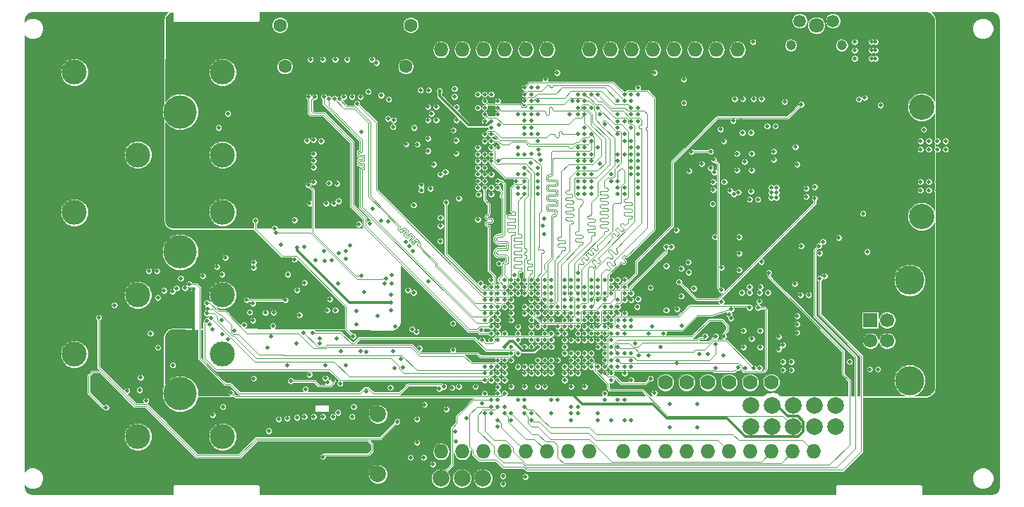
<source format=gbr>
G04 #@! TF.GenerationSoftware,KiCad,Pcbnew,(5.0.1)-rc2*
G04 #@! TF.CreationDate,2021-03-03T09:19:06-05:00*
G04 #@! TF.ProjectId,DFTBoard,444654426F6172642E6B696361645F70,rev?*
G04 #@! TF.SameCoordinates,Original*
G04 #@! TF.FileFunction,Copper,L3,Inr,Signal*
G04 #@! TF.FilePolarity,Positive*
%FSLAX46Y46*%
G04 Gerber Fmt 4.6, Leading zero omitted, Abs format (unit mm)*
G04 Created by KiCad (PCBNEW (5.0.1)-rc2) date 3/3/2021 9:19:06 AM*
%MOMM*%
%LPD*%
G01*
G04 APERTURE LIST*
G04 #@! TA.AperFunction,ViaPad*
%ADD10C,3.048000*%
G04 #@! TD*
G04 #@! TA.AperFunction,ViaPad*
%ADD11O,1.727200X1.727200*%
G04 #@! TD*
G04 #@! TA.AperFunction,ViaPad*
%ADD12C,2.000000*%
G04 #@! TD*
G04 #@! TA.AperFunction,ViaPad*
%ADD13C,1.778000*%
G04 #@! TD*
G04 #@! TA.AperFunction,ViaPad*
%ADD14C,1.200000*%
G04 #@! TD*
G04 #@! TA.AperFunction,ViaPad*
%ADD15C,1.500000*%
G04 #@! TD*
G04 #@! TA.AperFunction,ViaPad*
%ADD16C,1.800000*%
G04 #@! TD*
G04 #@! TA.AperFunction,ViaPad*
%ADD17C,3.000000*%
G04 #@! TD*
G04 #@! TA.AperFunction,ViaPad*
%ADD18C,4.000000*%
G04 #@! TD*
G04 #@! TA.AperFunction,ViaPad*
%ADD19R,1.700000X1.700000*%
G04 #@! TD*
G04 #@! TA.AperFunction,ViaPad*
%ADD20C,1.700000*%
G04 #@! TD*
G04 #@! TA.AperFunction,ViaPad*
%ADD21C,3.500000*%
G04 #@! TD*
G04 #@! TA.AperFunction,ViaPad*
%ADD22C,1.600000*%
G04 #@! TD*
G04 #@! TA.AperFunction,ViaPad*
%ADD23C,0.480000*%
G04 #@! TD*
G04 #@! TA.AperFunction,Conductor*
%ADD24C,0.102000*%
G04 #@! TD*
G04 #@! TA.AperFunction,Conductor*
%ADD25C,0.300000*%
G04 #@! TD*
G04 APERTURE END LIST*
D10*
G04 #@! TO.N,GND*
G04 #@! TO.C,J6*
X209641220Y-125570980D03*
X209641220Y-112429020D03*
G04 #@! TD*
D11*
G04 #@! TO.N,LCD_D4*
G04 #@! TO.C,XA1*
X152000000Y-105540000D03*
G04 #@! TO.N,LCD_D5*
X154540000Y-105540000D03*
G04 #@! TO.N,LCD_D6*
X157080000Y-105540000D03*
G04 #@! TO.N,LCD_D7*
X159620000Y-105540000D03*
G04 #@! TO.N,LCD_D8*
X162160000Y-105540000D03*
G04 #@! TO.N,*
X187560000Y-105540000D03*
G04 #@! TO.N,LCD_D20*
X181464000Y-153800000D03*
G04 #@! TO.N,LCD_D21*
X184004000Y-153800000D03*
G04 #@! TO.N,LCD_D22*
X186544000Y-153800000D03*
G04 #@! TO.N,LCD_D10*
X191624000Y-153800000D03*
G04 #@! TO.N,LCD_D3*
X194164000Y-153800000D03*
G04 #@! TO.N,LCD_D2*
X196704000Y-153800000D03*
G04 #@! TO.N,LCD_D19*
X178924000Y-153800000D03*
G04 #@! TO.N,LCD_D18*
X176384000Y-153800000D03*
G04 #@! TO.N,LCD_D17*
X173844000Y-153800000D03*
G04 #@! TO.N,GND*
X189084000Y-153800000D03*
G04 #@! TO.N,LCD_D16*
X169780000Y-153800000D03*
G04 #@! TO.N,LCD_D15*
X167240000Y-153800000D03*
G04 #@! TO.N,LCD_D14*
X164700000Y-153800000D03*
G04 #@! TO.N,LCD_D13*
X162160000Y-153800000D03*
G04 #@! TO.N,LCD_D12*
X159620000Y-153800000D03*
G04 #@! TO.N,LCD_D11*
X157080000Y-153800000D03*
G04 #@! TO.N,LCD_D1*
X154540000Y-153800000D03*
G04 #@! TO.N,LCD_D0*
X152000000Y-153800000D03*
G04 #@! TO.N,+3V3*
X185020000Y-105540000D03*
G04 #@! TO.N,LCD_D23*
X182480000Y-105540000D03*
G04 #@! TO.N,+3V3*
X179940000Y-105540000D03*
G04 #@! TO.N,+5V*
X177400000Y-105540000D03*
G04 #@! TO.N,GND*
X174860000Y-105540000D03*
X172320000Y-105540000D03*
G04 #@! TO.N,+5V*
X169780000Y-105540000D03*
G04 #@! TO.N,LCD_D9*
X164700000Y-105540000D03*
G04 #@! TD*
D12*
G04 #@! TO.N,AX_TMS*
G04 #@! TO.C,CON1*
X194200000Y-150770000D03*
G04 #@! TO.N,N/C*
X194200000Y-148230000D03*
X196740000Y-148230000D03*
G04 #@! TO.N,GND*
X199280000Y-148230000D03*
G04 #@! TO.N,AX_TDI*
X199280000Y-150770000D03*
G04 #@! TO.N,N/C*
X196740000Y-150770000D03*
G04 #@! TO.N,AX_TDO*
X191660000Y-150770000D03*
G04 #@! TO.N,+1V8*
X191660000Y-148230000D03*
G04 #@! TO.N,GND*
X189120000Y-148230000D03*
G04 #@! TO.N,AX_TCLK*
X189120000Y-150770000D03*
G04 #@! TD*
D13*
G04 #@! TO.N,N/C*
G04 #@! TO.C,U17*
X178900000Y-145500000D03*
G04 #@! TO.N,UART33_TX*
X181440000Y-145500000D03*
G04 #@! TO.N,UART33_RX*
X183980000Y-145500000D03*
G04 #@! TO.N,+3V3*
X186520000Y-145500000D03*
G04 #@! TO.N,N/C*
X189060000Y-145500000D03*
G04 #@! TO.N,GND*
X191600000Y-145500000D03*
G04 #@! TD*
D14*
G04 #@! TO.N,/Sensors/TEMPO_LED_R*
G04 #@! TO.C,SW1*
X200050000Y-105025000D03*
G04 #@! TO.N,/Sensors/TEMPO_LED_D*
X193950000Y-105025000D03*
D15*
G04 #@! TO.N,TEMPO_SW*
X199000000Y-102075000D03*
D16*
G04 #@! TO.N,N/C*
X197000000Y-102625000D03*
D15*
G04 #@! TO.N,GND*
X195000000Y-102075000D03*
G04 #@! TD*
D17*
G04 #@! TO.N,GNDA*
G04 #@! TO.C,J4*
X108000000Y-118160000D03*
G04 #@! TO.N,ROUT_N*
X115620000Y-118160000D03*
G04 #@! TO.N,ROUT_P*
X125780000Y-118160000D03*
G04 #@! TO.N,/Audio/RSWITCH*
X125780000Y-108250000D03*
G04 #@! TO.N,GNDA*
X115620000Y-108250000D03*
G04 #@! TO.N,N/C*
X108000000Y-108250000D03*
D18*
X120700000Y-113000000D03*
G04 #@! TD*
D17*
G04 #@! TO.N,GNDA*
G04 #@! TO.C,J3*
X108000000Y-135000000D03*
G04 #@! TO.N,LOUT_N*
X115620000Y-135000000D03*
G04 #@! TO.N,LOUT_P*
X125780000Y-135000000D03*
G04 #@! TO.N,/Audio/LSWITCH*
X125780000Y-125090000D03*
G04 #@! TO.N,GNDA*
X115620000Y-125090000D03*
G04 #@! TO.N,N/C*
X108000000Y-125090000D03*
D18*
X120700000Y-129840000D03*
G04 #@! TD*
D17*
G04 #@! TO.N,GNDA*
G04 #@! TO.C,J2*
X108000000Y-152000000D03*
G04 #@! TO.N,/Audio/JACK_IN_N*
X115620000Y-152000000D03*
G04 #@! TO.N,/Audio/JACK_IN_P*
X125780000Y-152000000D03*
G04 #@! TO.N,/Audio/INSWITCH*
X125780000Y-142090000D03*
G04 #@! TO.N,GNDA*
X115620000Y-142090000D03*
G04 #@! TO.N,N/C*
X108000000Y-142090000D03*
D18*
X120700000Y-146840000D03*
G04 #@! TD*
D19*
G04 #@! TO.N,+5V*
G04 #@! TO.C,J7*
X203500000Y-138000000D03*
D20*
G04 #@! TO.N,USBD_D_N*
X203500000Y-140500000D03*
G04 #@! TO.N,USBD_D_P*
X205500000Y-140500000D03*
G04 #@! TO.N,GND*
X205500000Y-138000000D03*
D21*
X208210000Y-133230000D03*
X208210000Y-145270000D03*
G04 #@! TD*
D22*
G04 #@! TO.N,GND*
G04 #@! TO.C,J9*
X132650000Y-102600000D03*
X133250000Y-107550000D03*
X148350000Y-102600000D03*
X147750000Y-107550000D03*
G04 #@! TD*
D12*
G04 #@! TO.N,N/C*
G04 #@! TO.C,J5*
X144400000Y-156500000D03*
X144400000Y-149300000D03*
G04 #@! TD*
G04 #@! TO.N,IR_RX*
G04 #@! TO.C,U22*
X151960000Y-157000000D03*
G04 #@! TO.N,GND*
X154500000Y-157000000D03*
G04 #@! TO.N,+3V3*
X157000000Y-157000000D03*
G04 #@! TD*
D23*
G04 #@! TO.N,+3V3*
X174000000Y-134800000D03*
X172400000Y-140400000D03*
X173200000Y-137200000D03*
X159600000Y-144400000D03*
X158800000Y-146800000D03*
X174000000Y-143600000D03*
X158000000Y-149200000D03*
X160400000Y-150000000D03*
X164400000Y-146000000D03*
X171600000Y-142800000D03*
X167600000Y-146000000D03*
X168400000Y-149200000D03*
X161200000Y-147600000D03*
X166000000Y-147600000D03*
X174800000Y-150000000D03*
X149515000Y-110400000D03*
X118750000Y-134450000D03*
X161200000Y-138800000D03*
X158800000Y-138000000D03*
X159600000Y-135600000D03*
X157200000Y-134800000D03*
X160400000Y-141200000D03*
X158000000Y-140400000D03*
X162000000Y-136400000D03*
X157200000Y-143600000D03*
X175275000Y-140825000D03*
X186750000Y-137800000D03*
X190200000Y-143750000D03*
X188500000Y-143750000D03*
X185950000Y-121400000D03*
X187650000Y-122650000D03*
X189150000Y-122550000D03*
X185900000Y-116550000D03*
X173200000Y-147600000D03*
X171600000Y-147600000D03*
X135600000Y-149600000D03*
X124600000Y-139100000D03*
X138535000Y-121550000D03*
X135900000Y-116450000D03*
X139100000Y-124000000D03*
X114300000Y-146512500D03*
X131800000Y-138700000D03*
X203600000Y-105600000D03*
X203600000Y-104600000D03*
X201600000Y-104600000D03*
X201600000Y-105600000D03*
X204100000Y-106600000D03*
X203600000Y-106600000D03*
X201600000Y-106600000D03*
X204100000Y-104600000D03*
X204100000Y-105600000D03*
X170800000Y-150000000D03*
X179000000Y-131500000D03*
X167600000Y-149200000D03*
X184800000Y-128000000D03*
X159400000Y-157685000D03*
X145200000Y-133600000D03*
X179400000Y-148100000D03*
X182700000Y-148100000D03*
X181100000Y-109100000D03*
X125772107Y-139683679D03*
X181675607Y-132268607D03*
X117100000Y-139600000D03*
X140600000Y-130685000D03*
X115915000Y-144900000D03*
X115812500Y-146400000D03*
X146300000Y-114000000D03*
X146100000Y-133585000D03*
X160400000Y-138000000D03*
X118000000Y-135300000D03*
X145700000Y-111500000D03*
X124587500Y-149400000D03*
X112785000Y-136200000D03*
X116585000Y-147700000D03*
X151900000Y-125715000D03*
X130915000Y-137100000D03*
X141800000Y-136912500D03*
X191115000Y-114700000D03*
X189015000Y-123500000D03*
X193000000Y-143985000D03*
X183015000Y-142100000D03*
X194000000Y-143015000D03*
X203415000Y-143900000D03*
X137400000Y-140200000D03*
X137400000Y-140800000D03*
X134600000Y-140800000D03*
X133500000Y-143400000D03*
X149600000Y-122400000D03*
X146200000Y-114800000D03*
X145600000Y-113800000D03*
X145600000Y-126200000D03*
X138100000Y-143400000D03*
X138400000Y-145500000D03*
X135700000Y-146300000D03*
X202600000Y-125200000D03*
X180807000Y-131800000D03*
X137586001Y-116500000D03*
X139850000Y-145600000D03*
X142300000Y-141700000D03*
X186550000Y-137300000D03*
X185850000Y-142250000D03*
X179000000Y-136800000D03*
G04 #@! TO.N,JD_IN*
X159600000Y-146800000D03*
X126800000Y-146700000D03*
G04 #@! TO.N,JD_ROUT*
X126400000Y-113200000D03*
X156900000Y-148000000D03*
X128346573Y-138609228D03*
G04 #@! TO.N,JD_LOUT*
X126100000Y-130500000D03*
G04 #@! TO.N,+5V*
X192500000Y-140000000D03*
X191900000Y-118750000D03*
X144242000Y-107100000D03*
X149000000Y-139400000D03*
X148600000Y-129700000D03*
X136200000Y-124000000D03*
X138200000Y-124000000D03*
X134400000Y-126000000D03*
X129500000Y-131700000D03*
X192200000Y-122700000D03*
X192200000Y-122100000D03*
X191600000Y-122100000D03*
X191600000Y-122700000D03*
X191600000Y-123300000D03*
X192200000Y-123300000D03*
X139285000Y-136800000D03*
X149887500Y-154500000D03*
X184600000Y-122385000D03*
X195800000Y-123185000D03*
X195115000Y-135000000D03*
X194700000Y-139500000D03*
X148700000Y-134700000D03*
X139500000Y-121600000D03*
X197400000Y-130000000D03*
X197800000Y-128600000D03*
X198000000Y-132700000D03*
G04 #@! TO.N,RF_IRQ*
X136050000Y-121800000D03*
X142459179Y-132700001D03*
G04 #@! TO.N,GNDA*
X119250000Y-134000000D03*
X114300000Y-148087500D03*
X209500000Y-122400000D03*
X210500000Y-122400000D03*
X211500000Y-122400000D03*
X212500000Y-122400000D03*
X212500000Y-121400000D03*
X211500000Y-121400000D03*
X210500000Y-121400000D03*
X209500000Y-121400000D03*
X131000000Y-135000000D03*
X116600000Y-137600000D03*
X118400000Y-142500000D03*
X116885000Y-144900000D03*
X117387500Y-146400000D03*
X148100000Y-155900000D03*
X123012500Y-149400000D03*
X111815000Y-136200000D03*
X115615000Y-147700000D03*
X132400000Y-138200000D03*
X119500000Y-136500000D03*
X121500000Y-136500000D03*
X120500000Y-137500000D03*
X119500000Y-138500000D03*
X121500000Y-138500000D03*
X120500000Y-138500000D03*
X119500000Y-137500000D03*
X120500000Y-136500000D03*
X121500000Y-137500000D03*
X131722107Y-134422107D03*
X134000000Y-138100000D03*
G04 #@! TO.N,GND*
X125800000Y-148400000D03*
X158800000Y-150800000D03*
X174800000Y-145200000D03*
X172400000Y-150000000D03*
X166800000Y-142000000D03*
X157200000Y-146800000D03*
X165200000Y-149200000D03*
X163600000Y-119700000D03*
X163600000Y-110100000D03*
X173200000Y-122100000D03*
X157200000Y-116500000D03*
X163600000Y-122100000D03*
X156400000Y-122100000D03*
X156400000Y-118100000D03*
X157200000Y-119700000D03*
X157200000Y-118100000D03*
X156400000Y-118900000D03*
X156400000Y-112500000D03*
X158800000Y-134000000D03*
X158000000Y-136400000D03*
X167600000Y-134000000D03*
X164400000Y-133200000D03*
X163600000Y-135600000D03*
X161200000Y-134800000D03*
X170000000Y-134800000D03*
X174000000Y-137200000D03*
X172400000Y-136400000D03*
X169200000Y-137200000D03*
X166800000Y-136400000D03*
X170000000Y-139600000D03*
X168400000Y-139600000D03*
X169200000Y-138800000D03*
X167600000Y-138800000D03*
X166000000Y-139600000D03*
X164400000Y-139600000D03*
X162800000Y-139600000D03*
X163600000Y-140400000D03*
X160400000Y-137200000D03*
X156800000Y-139200000D03*
X159600000Y-139600000D03*
X158800000Y-142800000D03*
X162800000Y-141200000D03*
X164400000Y-141200000D03*
X165200000Y-141200000D03*
X165200000Y-140400000D03*
X166800000Y-139600000D03*
X163600000Y-142800000D03*
X164400000Y-142800000D03*
X165200000Y-142800000D03*
X164400000Y-143600000D03*
X162800000Y-143600000D03*
X162000000Y-143600000D03*
X161200000Y-143600000D03*
X163600000Y-144400000D03*
X160400000Y-146000000D03*
X165200000Y-147600000D03*
X174000000Y-150000000D03*
X162800000Y-149200000D03*
X159600000Y-148400000D03*
X158000000Y-145200000D03*
X170000000Y-140400000D03*
X170800000Y-140400000D03*
X172400000Y-142000000D03*
X174000000Y-139600000D03*
X166000000Y-142800000D03*
X167600000Y-142800000D03*
X166800000Y-143600000D03*
X165200000Y-144400000D03*
X167600000Y-144400000D03*
X169200000Y-142000000D03*
X167600000Y-142000000D03*
X166800000Y-141200000D03*
X171600000Y-138000000D03*
X168400000Y-148400000D03*
X174000000Y-147600000D03*
X163600000Y-146000000D03*
X168400000Y-144400000D03*
X170800000Y-149200000D03*
X171600000Y-146800000D03*
X169200000Y-146000000D03*
X172400000Y-144400000D03*
X163600000Y-138800000D03*
X167600000Y-140400000D03*
X166800000Y-145200000D03*
X162000000Y-147600000D03*
X156400000Y-110900000D03*
X175600000Y-114100000D03*
X175600000Y-122100000D03*
X175600000Y-120500000D03*
X168400000Y-110900000D03*
X168400000Y-122100000D03*
X175600000Y-112500000D03*
X175600000Y-119700000D03*
X175600000Y-118100000D03*
X174800000Y-119700000D03*
X169200000Y-116500000D03*
X169200000Y-118100000D03*
X174800000Y-116500000D03*
X175600000Y-110100000D03*
X168400000Y-113300000D03*
X161200000Y-122100000D03*
X156485148Y-122921782D03*
X165200000Y-137200000D03*
X162798946Y-115693010D03*
X157200000Y-120500000D03*
X168400000Y-122900000D03*
X163600000Y-111698957D03*
X163599738Y-113293010D03*
X168406990Y-118095987D03*
X168406999Y-111700000D03*
X173181990Y-133197925D03*
X169200000Y-119700000D03*
X169200000Y-120500000D03*
X162779514Y-119105606D03*
X163700000Y-117500000D03*
X163593242Y-120525867D03*
X168400000Y-118894490D03*
X157200000Y-114100000D03*
X153465000Y-115200000D03*
X164485000Y-109094967D03*
X164341294Y-127726187D03*
X164199608Y-126694607D03*
X164315000Y-125850000D03*
X158900000Y-131200000D03*
X150412500Y-117700000D03*
X150412500Y-116200000D03*
X149140000Y-116895000D03*
X153600000Y-111185000D03*
X153840000Y-113997500D03*
X153800000Y-117987500D03*
X150485000Y-110400000D03*
X150840000Y-113210000D03*
X151400000Y-112400000D03*
X150400000Y-112400000D03*
X150400000Y-114000000D03*
X151400000Y-114000000D03*
X147800000Y-116887500D03*
X170000000Y-138000000D03*
X171600000Y-142000000D03*
X191900000Y-117750000D03*
X190200000Y-134700000D03*
X190135000Y-135750000D03*
X189000000Y-134700000D03*
X189465000Y-111450000D03*
X188185000Y-111450000D03*
X201000000Y-142985000D03*
X189250000Y-140250000D03*
X190250000Y-139250000D03*
X190250000Y-141250000D03*
X188250000Y-141250000D03*
X188250000Y-139250000D03*
X188400000Y-119000000D03*
X189250000Y-118000000D03*
X187500000Y-118000000D03*
X187500000Y-120000000D03*
X189250000Y-120000000D03*
X194400000Y-133650000D03*
X167600000Y-150000000D03*
X177300000Y-138786001D03*
X180300000Y-136685000D03*
X140700000Y-106700000D03*
X139300000Y-106700000D03*
X143700000Y-106700000D03*
X137800000Y-106700000D03*
X136300000Y-106700000D03*
X162000000Y-146000000D03*
X137800000Y-149600000D03*
X141300000Y-149600000D03*
X124200000Y-138558000D03*
X136700000Y-118050000D03*
X136687029Y-116362971D03*
X136700000Y-118850000D03*
X136700000Y-119650000D03*
X136700000Y-121450000D03*
X134700000Y-134400000D03*
X138650000Y-135500000D03*
X158800000Y-140400000D03*
X131300000Y-151300000D03*
X148500000Y-139100000D03*
X138900000Y-130800000D03*
X193200000Y-111800000D03*
X132000000Y-127000000D03*
X129500000Y-145000000D03*
X129500000Y-131100000D03*
X196800000Y-122000000D03*
X194700000Y-119300000D03*
X194500000Y-117200000D03*
X162800000Y-138000000D03*
X147200000Y-142700000D03*
X153400000Y-138400000D03*
X125100000Y-131600000D03*
X150700000Y-122200000D03*
X151900000Y-120500000D03*
X152500000Y-120200000D03*
X151100000Y-119300000D03*
X202100000Y-111500000D03*
X204700000Y-112200000D03*
X209500000Y-116500000D03*
X210500000Y-116500000D03*
X210500000Y-117500000D03*
X209500000Y-117500000D03*
X211500000Y-116500000D03*
X212500000Y-116500000D03*
X212500000Y-117500000D03*
X211500000Y-117500000D03*
X153400000Y-141600000D03*
X156400000Y-125937500D03*
X125300000Y-114900000D03*
X123387500Y-132700000D03*
X149400000Y-141400000D03*
X187015000Y-114093000D03*
X154100000Y-146000000D03*
X156100000Y-146000000D03*
X159600000Y-142800000D03*
X158800000Y-147600000D03*
X167600000Y-148400000D03*
X181659990Y-131048000D03*
X159400000Y-156715000D03*
X149100000Y-152700000D03*
X153719148Y-151380852D03*
X185600000Y-135800000D03*
X209871644Y-115115856D03*
X199700000Y-128100000D03*
X203100000Y-129800000D03*
X194700000Y-137500000D03*
X194700000Y-138500000D03*
X160400000Y-142000000D03*
X179400000Y-150855000D03*
X182700000Y-150900000D03*
X181100000Y-111900000D03*
X117885000Y-132100000D03*
X146000000Y-134962500D03*
X140600000Y-129715000D03*
X151887500Y-128500000D03*
X146100000Y-132615000D03*
X140600000Y-143400000D03*
X151900000Y-126685000D03*
X131885000Y-137100000D03*
X143050000Y-146600000D03*
X141800000Y-138487500D03*
X138315000Y-136800000D03*
X148312500Y-154500000D03*
X150500000Y-133342002D03*
X184600000Y-121415000D03*
X192085000Y-114700000D03*
X189985000Y-123500000D03*
X195800000Y-122215000D03*
X193000000Y-143015000D03*
X183985000Y-142100000D03*
X194000000Y-143985000D03*
X162093000Y-156800000D03*
X178700000Y-139586001D03*
X178315000Y-141200000D03*
X204385000Y-143900000D03*
X196085000Y-135000000D03*
X148000000Y-134400000D03*
X162000000Y-137200000D03*
X146225000Y-141725000D03*
X172400000Y-145200000D03*
X144800000Y-126100000D03*
X139700000Y-123700000D03*
X146400000Y-143800000D03*
X148700000Y-124200000D03*
X165900000Y-108300000D03*
X177600000Y-108300000D03*
X190400000Y-131000000D03*
X195200000Y-129100000D03*
X139950000Y-141700000D03*
X143000000Y-141816179D03*
X185600000Y-131700000D03*
X184950000Y-143750000D03*
X180850008Y-138694206D03*
X125685027Y-138040829D03*
G04 #@! TO.N,/Audio/MICBIAS*
X118000000Y-141300000D03*
X128659179Y-135585035D03*
X133300000Y-135600000D03*
G04 #@! TO.N,/Audio/SIGC_F*
X119800000Y-143400000D03*
X129400000Y-136000000D03*
G04 #@! TO.N,/DDR3/VREF*
X175600000Y-117300000D03*
X163597857Y-116493010D03*
X158000000Y-114100000D03*
X169200000Y-138000000D03*
X166000000Y-136400000D03*
X164400000Y-138000000D03*
X171000000Y-113300000D03*
X151800000Y-110500000D03*
G04 #@! TO.N,DDR3_CK_P*
X170000000Y-116500000D03*
X164400000Y-135600000D03*
X158000000Y-116500000D03*
G04 #@! TO.N,DDR3_CK_N*
X158000000Y-115700000D03*
X164400000Y-136400000D03*
X170000000Y-115700000D03*
G04 #@! TO.N,DDR3_RAS#*
X162800000Y-136400000D03*
X173200000Y-115700000D03*
X162004488Y-115693010D03*
G04 #@! TO.N,DDR3_WE#*
X161974367Y-114093010D03*
X162800000Y-135600000D03*
X173200000Y-114100000D03*
G04 #@! TO.N,DDR3_CKE*
X157200000Y-115700000D03*
X160400000Y-134800000D03*
X168400000Y-115700000D03*
G04 #@! TO.N,DDR3_CAS#*
X163600000Y-134800000D03*
X173200000Y-114900000D03*
X162000000Y-114925000D03*
G04 #@! TO.N,DDR3_BA1*
X166800000Y-137200000D03*
X157200000Y-113300000D03*
X169200000Y-113300000D03*
G04 #@! TO.N,DDR3_BA0*
X166800000Y-138000000D03*
X174800000Y-114100000D03*
X162800000Y-113293010D03*
G04 #@! TO.N,DDR3_A0*
X161200000Y-113300000D03*
X173200000Y-113300000D03*
X165205333Y-135606990D03*
G04 #@! TO.N,DDR3_A2*
X162000000Y-111700000D03*
X167600000Y-135600000D03*
X173200000Y-111700000D03*
G04 #@! TO.N,DDR3_A1*
X165200000Y-136400000D03*
X170000000Y-112500000D03*
X158793010Y-112498402D03*
G04 #@! TO.N,DDR3_A10*
X168400000Y-134800000D03*
X158926746Y-114586512D03*
X171600000Y-114500000D03*
G04 #@! TO.N,DDR3_A4*
X157200000Y-112500000D03*
X167600000Y-137200000D03*
X169200000Y-112500000D03*
G04 #@! TO.N,DDR3_A6*
X169200000Y-111700000D03*
X157200000Y-111700000D03*
X168400000Y-138000000D03*
G04 #@! TO.N,DDR3_A5*
X167600000Y-136400000D03*
X162800000Y-111698957D03*
X174800000Y-112500000D03*
G04 #@! TO.N,DDR3_A3*
X166800000Y-135600000D03*
X174800000Y-113300000D03*
X162800619Y-112493010D03*
G04 #@! TO.N,DDR3_A8*
X157200000Y-110900000D03*
X168400000Y-136400000D03*
X169200000Y-110900000D03*
G04 #@! TO.N,DDR3_A11*
X170800000Y-110900000D03*
X169988632Y-136399475D03*
X158800000Y-111700000D03*
G04 #@! TO.N,DDR3_A9*
X162000000Y-110900000D03*
X169200000Y-136400000D03*
X174000000Y-111700000D03*
G04 #@! TO.N,DDR3_A7*
X162800000Y-110900000D03*
X168400000Y-137200000D03*
X174800000Y-111700000D03*
G04 #@! TO.N,DDR3_A12*
X169200000Y-135600000D03*
X170800000Y-112500000D03*
X158800000Y-113300000D03*
G04 #@! TO.N,DDR3_ODT*
X163600000Y-136400000D03*
X175600000Y-115700000D03*
X163600000Y-115700000D03*
G04 #@! TO.N,Net-(C76-Pad2)*
X190435000Y-111450000D03*
G04 #@! TO.N,Net-(C85-Pad2)*
X191200000Y-134700000D03*
X190300000Y-134000000D03*
G04 #@! TO.N,+1V35*
X171600000Y-134800000D03*
X167600000Y-138000000D03*
X165200000Y-134800000D03*
X162800000Y-134000000D03*
X170000000Y-137200000D03*
X168400000Y-135600000D03*
X175600000Y-118900000D03*
X175600000Y-122900000D03*
X175600000Y-121300000D03*
X175600000Y-110900000D03*
X168400000Y-133200000D03*
X156400000Y-119700000D03*
X158000000Y-114900000D03*
X156400000Y-117300000D03*
X158000000Y-118100000D03*
X163600000Y-121300000D03*
X158000000Y-122100000D03*
X162000000Y-122100000D03*
X174000000Y-115700000D03*
X163600000Y-122900000D03*
X168400000Y-121300000D03*
X170000000Y-118100000D03*
X169200000Y-122900000D03*
X174800000Y-117300000D03*
X168400000Y-117300000D03*
X169200000Y-115700000D03*
X164400000Y-137200000D03*
X156402274Y-120453296D03*
X174793010Y-120512732D03*
X162800000Y-114893010D03*
X168400000Y-120481990D03*
X156406990Y-121293472D03*
X173995087Y-122106990D03*
X161993010Y-120506797D03*
X168403748Y-112501148D03*
X175600000Y-113300000D03*
X168400000Y-119695979D03*
X160800000Y-132600000D03*
X163800000Y-118100000D03*
X153840000Y-112422500D03*
X153600000Y-110215000D03*
X153800000Y-116412500D03*
X167700000Y-111700000D03*
X165200000Y-138000000D03*
X154100000Y-123400000D03*
G04 #@! TO.N,AX_TCLK*
X170000000Y-142000000D03*
G04 #@! TO.N,AX_TDI*
X169200000Y-142800000D03*
X177553001Y-146753001D03*
G04 #@! TO.N,AX_TMS*
X170000000Y-142800000D03*
G04 #@! TO.N,LCD_D6*
X157200000Y-135600000D03*
G04 #@! TO.N,LCD_D5*
X157200000Y-136400000D03*
G04 #@! TO.N,LCD_D4*
X160400000Y-136400000D03*
G04 #@! TO.N,LCD_D13*
X158800000Y-150000000D03*
G04 #@! TO.N,/Audio/LED_1BC*
X187749180Y-128023880D03*
G04 #@! TO.N,/Audio/LED_1GC*
X187749180Y-130000000D03*
G04 #@! TO.N,/Audio/LED_1RC*
X187749180Y-131976120D03*
G04 #@! TO.N,SD_D2*
X132500000Y-149900000D03*
X174800000Y-138800000D03*
X153800000Y-152600000D03*
G04 #@! TO.N,SD_D3*
X170800000Y-141200000D03*
X133500000Y-149800000D03*
G04 #@! TO.N,SD_CMD*
X171600000Y-139600000D03*
X134700000Y-149700000D03*
G04 #@! TO.N,SD_CLK*
X136700000Y-149600000D03*
G04 #@! TO.N,SD_D0*
X174800000Y-138000000D03*
X139000000Y-149607000D03*
G04 #@! TO.N,SD_D1*
X171600000Y-141200000D03*
X141500000Y-148400000D03*
G04 #@! TO.N,SD_CD*
X131200000Y-141300000D03*
X174800000Y-143600000D03*
X155000000Y-149800000D03*
G04 #@! TO.N,TEMPO_SW*
X158800000Y-144400000D03*
X189400000Y-104600000D03*
G04 #@! TO.N,DDR3_DM0*
X170998968Y-119181088D03*
X174017044Y-133197457D03*
G04 #@! TO.N,DDR3_DQ2*
X174000000Y-134000000D03*
X174800000Y-118900000D03*
G04 #@! TO.N,DDR3_DQ3*
X170800000Y-133200000D03*
X169200000Y-118900000D03*
G04 #@! TO.N,DDR3_DQ6*
X172400000Y-134800000D03*
X174800000Y-118100000D03*
G04 #@! TO.N,DDR3_DQ5*
X171600000Y-133200000D03*
X169200000Y-117300000D03*
G04 #@! TO.N,DDR3_DQ7*
X170800000Y-117300000D03*
X172395979Y-133200000D03*
G04 #@! TO.N,DDR3_DM1*
X169200000Y-134800000D03*
X172400000Y-121300000D03*
G04 #@! TO.N,DDR3_DQ14*
X167600000Y-134800000D03*
X169200000Y-122100000D03*
G04 #@! TO.N,DDR3_DQ15*
X173200000Y-122900000D03*
X170000000Y-133200000D03*
G04 #@! TO.N,DDR3_DQS0_N*
X172400000Y-134000000D03*
X173200000Y-118100000D03*
G04 #@! TO.N,DDR3_DQ1*
X170800000Y-134000000D03*
X170000000Y-118900000D03*
G04 #@! TO.N,DDR3_DRST#*
X162800000Y-110100000D03*
X170800000Y-134800000D03*
X174800000Y-110900000D03*
G04 #@! TO.N,DDR3_DQS0_P*
X174000000Y-118100000D03*
X173200000Y-134000000D03*
G04 #@! TO.N,DDR3_DQ0*
X173200000Y-135600000D03*
X173200000Y-118900000D03*
G04 #@! TO.N,RF2_IRQ*
X180200000Y-127200000D03*
X170800000Y-138000000D03*
X135600000Y-129250000D03*
X139450000Y-140200000D03*
X136950000Y-130800000D03*
G04 #@! TO.N,DDR3_DQ4*
X174000000Y-116500000D03*
X171600000Y-135600000D03*
G04 #@! TO.N,DDR3_A13*
X162000000Y-110100000D03*
X174000000Y-110900000D03*
X170811234Y-135595186D03*
G04 #@! TO.N,DDR3_DQ8*
X170000000Y-120500000D03*
X166800000Y-134800000D03*
G04 #@! TO.N,DDR3_DQ9*
X166800000Y-133200000D03*
X172400000Y-120500000D03*
G04 #@! TO.N,I2S_BCLK*
X158000000Y-143600000D03*
X123986656Y-136620334D03*
G04 #@! TO.N,DDR3_DQS1_N*
X168400000Y-134000000D03*
X170000000Y-122100000D03*
G04 #@! TO.N,DDR3_A14*
X170000000Y-110900000D03*
X158000000Y-110900000D03*
X169995097Y-135600000D03*
G04 #@! TO.N,DDR3_DQ10*
X169200000Y-121300000D03*
X166800000Y-134000000D03*
G04 #@! TO.N,DDR3_DQS1_P*
X170000000Y-121300000D03*
X169200000Y-134000000D03*
G04 #@! TO.N,DDR3_DQ13*
X174000000Y-122900000D03*
X170000000Y-134000000D03*
G04 #@! TO.N,DDR3_DQ11*
X173200000Y-121300000D03*
X168400000Y-132300000D03*
G04 #@! TO.N,DDR3_DQ12*
X167600000Y-133200000D03*
X170000000Y-122900000D03*
G04 #@! TO.N,DDR3_DQ18*
X163925000Y-118825000D03*
X165200000Y-133200000D03*
G04 #@! TO.N,DDR3_DQ17*
X158000000Y-118900000D03*
X162000000Y-133200000D03*
G04 #@! TO.N,DDR3_DQS2_P*
X162000000Y-118100000D03*
X164400000Y-134000000D03*
G04 #@! TO.N,DDR3_CS#*
X163600000Y-137200000D03*
X174800000Y-114900000D03*
X162806993Y-114087683D03*
G04 #@! TO.N,DDR3_DQ16*
X162000000Y-119700000D03*
X162000000Y-134800000D03*
G04 #@! TO.N,DDR3_DQ19*
X157200000Y-118900000D03*
X162000000Y-134000000D03*
G04 #@! TO.N,DDR3_DM2*
X163600000Y-133200000D03*
X158850000Y-118900000D03*
G04 #@! TO.N,DDR3_DQS2_N*
X161200000Y-118100000D03*
X163600000Y-134000000D03*
G04 #@! TO.N,DDR3_DQ20*
X161236686Y-117306990D03*
X165200000Y-134000000D03*
G04 #@! TO.N,DDR3_BA2*
X166000000Y-137200000D03*
X162000000Y-113300000D03*
X174000000Y-114100000D03*
G04 #@! TO.N,I2S_ADCSD*
X157200000Y-145200000D03*
X123892780Y-138058000D03*
G04 #@! TO.N,I2S_DACSD*
X124372107Y-137727893D03*
X158000000Y-144400000D03*
G04 #@! TO.N,I2S_LRCLK*
X157200000Y-144400000D03*
X123848137Y-137185622D03*
G04 #@! TO.N,I2S_MCLK*
X158800000Y-143600000D03*
X123884371Y-135962247D03*
G04 #@! TO.N,+1V8*
X162000000Y-138800000D03*
X162000000Y-138000000D03*
X162000000Y-139600000D03*
X166000000Y-140400000D03*
X162000000Y-140400000D03*
X162800000Y-142800000D03*
X167600000Y-139600000D03*
X167600000Y-141200000D03*
X163600000Y-139600000D03*
X161200000Y-144400000D03*
X189500000Y-136800000D03*
X188500000Y-136800000D03*
X187650000Y-115067002D03*
X188650000Y-115100000D03*
X189165000Y-135750000D03*
X122300000Y-134300000D03*
X124600000Y-146400000D03*
X196300000Y-106700000D03*
X127100000Y-112200000D03*
X187985000Y-114093000D03*
X116915000Y-132100000D03*
X125700000Y-132500000D03*
X134700000Y-129300000D03*
X146000000Y-135900000D03*
X166000000Y-141200000D03*
X161200000Y-146000000D03*
X168400000Y-141200000D03*
X166800000Y-142825000D03*
X155800000Y-139800000D03*
X156000000Y-142600000D03*
X146000000Y-136837500D03*
X146450000Y-138800000D03*
X153400000Y-140600000D03*
X151500000Y-138000000D03*
X152500000Y-139000000D03*
X152500000Y-138000000D03*
X144800000Y-139800000D03*
X184350000Y-139950000D03*
G04 #@! TO.N,+1V0*
X158800000Y-146025000D03*
X159600000Y-143625000D03*
X162800000Y-138800000D03*
X164400000Y-138800000D03*
X168400000Y-142800000D03*
X162800000Y-144400000D03*
X164400000Y-144400000D03*
X169200000Y-139600000D03*
X163600000Y-143600000D03*
X165200000Y-143600000D03*
X166800000Y-144400000D03*
X167600000Y-143600000D03*
X166800000Y-138800000D03*
X168400000Y-142000000D03*
X169200000Y-140400000D03*
X168400000Y-143600000D03*
X168400000Y-140400000D03*
X168400000Y-138800000D03*
X150000000Y-148137500D03*
X147400000Y-143700000D03*
X152600000Y-148700000D03*
X151750000Y-146250000D03*
X149100000Y-149900000D03*
X145900000Y-146100000D03*
G04 #@! TO.N,Net-(C75-Pad2)*
X187215000Y-111450000D03*
G04 #@! TO.N,Net-(C84-Pad2)*
X188065000Y-134700000D03*
X189000000Y-134000000D03*
G04 #@! TO.N,I2C33_SCLK*
X173200000Y-136400000D03*
X179600000Y-129200000D03*
X143400000Y-126400000D03*
X143800000Y-124600000D03*
X129031286Y-137068714D03*
X136172216Y-144527636D03*
X131600000Y-140000000D03*
X142400000Y-115450000D03*
X127206990Y-139313786D03*
G04 #@! TO.N,/Audio/LED_2RC*
X139600000Y-133600000D03*
G04 #@! TO.N,/Audio/LED_2GC*
X138000000Y-130900000D03*
G04 #@! TO.N,/Audio/LED_2BC*
X135600000Y-133500000D03*
G04 #@! TO.N,/Audio/LED_2RA*
X141099989Y-129007000D03*
G04 #@! TO.N,LOUT_P*
X119750000Y-134575000D03*
G04 #@! TO.N,LOUT_N*
X120250000Y-134175000D03*
G04 #@! TO.N,ROUT_P*
X120750000Y-133000000D03*
G04 #@! TO.N,ROUT_N*
X121250000Y-134150000D03*
G04 #@! TO.N,TEMPO_LED*
X195200000Y-112100000D03*
X162800000Y-137200000D03*
G04 #@! TO.N,1v0en*
X129690014Y-126050000D03*
X153300000Y-146107000D03*
X141450000Y-139950000D03*
G04 #@! TO.N,1v8en*
X145400000Y-133000000D03*
X132196999Y-127547647D03*
G04 #@! TO.N,3v3en*
X202800000Y-111300000D03*
X133600000Y-132500000D03*
G04 #@! TO.N,1v35en*
X134400000Y-130700000D03*
X142100000Y-126500000D03*
G04 #@! TO.N,ZYNQ_POR*
X180800000Y-135100000D03*
X132750000Y-128950000D03*
G04 #@! TO.N,PROGRAM_B*
X162000000Y-141200000D03*
G04 #@! TO.N,INIT_B*
X162000000Y-144400000D03*
G04 #@! TO.N,LED_1R_CTRL*
X197400000Y-133000000D03*
X158000000Y-148400000D03*
G04 #@! TO.N,LED_2R_CTRL*
X142800000Y-134600000D03*
G04 #@! TO.N,LED_1G_CTRL*
X191300000Y-132300000D03*
X157200000Y-149200000D03*
G04 #@! TO.N,LED_2G_CTRL*
X144400000Y-137500000D03*
X139692002Y-129987701D03*
G04 #@! TO.N,LED_1B_CTRL*
X158800000Y-148400000D03*
X197300000Y-129100000D03*
G04 #@! TO.N,LED_2B_CTRL*
X135000000Y-137400000D03*
G04 #@! TO.N,Net-(R33-Pad1)*
X173200000Y-139600000D03*
X176900000Y-139600000D03*
G04 #@! TO.N,Net-(R75-Pad1)*
X166000000Y-138800000D03*
G04 #@! TO.N,Net-(R76-Pad1)*
X165200000Y-139634260D03*
X156900000Y-140400000D03*
G04 #@! TO.N,BOOTSPI_SCK_BMODE4*
X175500000Y-136400000D03*
G04 #@! TO.N,BOOTSPI_DQ0_BMODE3*
X174800000Y-134800000D03*
G04 #@! TO.N,BOOTSPI_DQ2_BMODE2*
X171600000Y-136400000D03*
G04 #@! TO.N,BOOTSPI_DQ1_BMODE1*
X170800000Y-137200000D03*
G04 #@! TO.N,BOOTSPI_DQ3_BMODE0*
X174800000Y-135600000D03*
G04 #@! TO.N,VMODE0*
X172400000Y-137200000D03*
G04 #@! TO.N,VMODE1*
X171599999Y-137193000D03*
G04 #@! TO.N,Net-(R100-Pad1)*
X170800000Y-138800000D03*
X179000000Y-129200000D03*
G04 #@! TO.N,1v35PG*
X160400000Y-135600000D03*
X152550000Y-123850000D03*
G04 #@! TO.N,BOOTSPI_CS*
X177100000Y-134100000D03*
G04 #@! TO.N,UART33_TX*
X174000000Y-135600000D03*
X175607000Y-135482201D03*
G04 #@! TO.N,UART33_RX*
X170000000Y-138800000D03*
X172400000Y-139600000D03*
X176901032Y-142243000D03*
G04 #@! TO.N,TLV_RST#*
X121800000Y-133700000D03*
X152300000Y-146000000D03*
G04 #@! TO.N,LCD_D7*
X158000000Y-135600000D03*
G04 #@! TO.N,LCD_D9*
X157200000Y-134000000D03*
G04 #@! TO.N,LCD_D10*
X162000000Y-149200000D03*
G04 #@! TO.N,LCD_D8*
X158800000Y-135600000D03*
G04 #@! TO.N,LCD_D14*
X159600000Y-149200000D03*
G04 #@! TO.N,LCD_D2*
X162000000Y-148400000D03*
G04 #@! TO.N,LCD_D3*
X160400000Y-149200000D03*
G04 #@! TO.N,USBD_D_N*
X193000000Y-141000000D03*
G04 #@! TO.N,USBD_D_P*
X192500000Y-141500000D03*
G04 #@! TO.N,DDR3_DQ27*
X161993010Y-121368010D03*
X160400000Y-133200000D03*
G04 #@! TO.N,DDR3_DQ25*
X159600000Y-133200000D03*
X161000000Y-121300000D03*
G04 #@! TO.N,DDR3_DQ28*
X158000000Y-122900000D03*
X158000000Y-133200000D03*
G04 #@! TO.N,DDR3_DM3*
X158000000Y-134000000D03*
X161200000Y-120500000D03*
G04 #@! TO.N,DDR3_DQS3_P*
X158800000Y-121300000D03*
X160400000Y-134000000D03*
G04 #@! TO.N,DDR3_DQS3_N*
X158800000Y-122100000D03*
X159600000Y-134000000D03*
G04 #@! TO.N,DDR3_DQ29*
X161200000Y-133200000D03*
X162000000Y-122900000D03*
G04 #@! TO.N,DDR3_DQ26*
X158800000Y-134800000D03*
X157200000Y-121300000D03*
G04 #@! TO.N,DDR3_DQ31*
X161200000Y-134000000D03*
X161200000Y-122900000D03*
G04 #@! TO.N,DDR3_DQ30*
X157200000Y-122100000D03*
X159600000Y-134800000D03*
G04 #@! TO.N,DDR3_DQ24*
X158000000Y-120500000D03*
X158000000Y-134800000D03*
G04 #@! TO.N,DDR3_DQ21*
X158000000Y-117300000D03*
X162800000Y-133200000D03*
G04 #@! TO.N,DDR3_DQ23*
X162800000Y-134800000D03*
X158806990Y-117293010D03*
G04 #@! TO.N,DDR3_DQ22*
X164400000Y-134800000D03*
X162800000Y-118050000D03*
G04 #@! TO.N,USB1_D0*
X171600000Y-143600000D03*
X185900000Y-139950000D03*
G04 #@! TO.N,USB0_D3*
X184300000Y-119750000D03*
X170800001Y-143600000D03*
G04 #@! TO.N,USB0_nxt*
X170800000Y-139600000D03*
X184300000Y-117750000D03*
X182000000Y-117800000D03*
G04 #@! TO.N,USB0_D6*
X169999999Y-143600000D03*
X187109625Y-122866150D03*
G04 #@! TO.N,USB1_stp*
X172400000Y-138800000D03*
X189000000Y-136500000D03*
G04 #@! TO.N,USB1_D2*
X172400000Y-142800000D03*
X184904814Y-140893010D03*
G04 #@! TO.N,USB0_D1*
X169200000Y-143600000D03*
X184700000Y-118750000D03*
X185600000Y-134400000D03*
G04 #@! TO.N,USB1_D4*
X171600000Y-144400000D03*
X177103414Y-145002976D03*
G04 #@! TO.N,USB0_D7*
X173200000Y-143600000D03*
X184550000Y-124050000D03*
G04 #@! TO.N,USB1_dir*
X173200000Y-138800000D03*
X186800000Y-136700000D03*
G04 #@! TO.N,USB0_D4*
X184750000Y-120250000D03*
X174800000Y-142800000D03*
G04 #@! TO.N,USB0_stp*
X188150000Y-115500000D03*
X174800000Y-142000000D03*
G04 #@! TO.N,USB0_dir*
X171600000Y-138800000D03*
X185500000Y-115100000D03*
G04 #@! TO.N,USB1_RST*
X173200000Y-142800000D03*
X190000000Y-136500000D03*
X180300000Y-143200000D03*
G04 #@! TO.N,USB0_RST*
X171600000Y-140400000D03*
X189150000Y-115500000D03*
G04 #@! TO.N,USB1_D6*
X172400000Y-143600000D03*
X187600000Y-143700000D03*
G04 #@! TO.N,USB1_CLK*
X172400000Y-141200000D03*
X183650000Y-139950000D03*
G04 #@! TO.N,USB1_D7*
X173200000Y-141200000D03*
X189500000Y-143800000D03*
G04 #@! TO.N,USB0_D0*
X181750000Y-120100000D03*
X173202189Y-138000000D03*
G04 #@! TO.N,USB0_D2*
X174000000Y-142000000D03*
X183250000Y-119250000D03*
G04 #@! TO.N,USB0_D5*
X174000000Y-144400000D03*
X186650000Y-122450000D03*
G04 #@! TO.N,USB1_nxt*
X173200000Y-142000000D03*
X184950000Y-139950000D03*
G04 #@! TO.N,HDMI_CLK_P*
X158800000Y-139600000D03*
X140300000Y-111200000D03*
G04 #@! TO.N,HDMI_CLK_N*
X158800000Y-138800000D03*
X141300000Y-111200000D03*
G04 #@! TO.N,HDMI_CEC*
X159600000Y-136400000D03*
X141900000Y-112000000D03*
G04 #@! TO.N,HDMI_HEAC_P*
X142300000Y-111200000D03*
X157200000Y-138000000D03*
G04 #@! TO.N,HDMI_HEAC_N*
X157200000Y-137200000D03*
X144800000Y-111000000D03*
G04 #@! TO.N,HDMI_R_N*
X158800000Y-136400000D03*
X139779442Y-111460279D03*
G04 #@! TO.N,HDMI_R_P*
X158800000Y-137200000D03*
X139200000Y-111400000D03*
G04 #@! TO.N,HDMI_G_N*
X158000000Y-137200000D03*
X138500000Y-111400000D03*
G04 #@! TO.N,HDMI_G_P*
X137900000Y-111200000D03*
X158000000Y-138000000D03*
G04 #@! TO.N,HDMI_B_N*
X158000000Y-138800000D03*
X136800000Y-111200000D03*
G04 #@! TO.N,HDMI_B_P*
X158000000Y-139600000D03*
X136100000Y-111200000D03*
G04 #@! TO.N,I2C33_SDA*
X143250000Y-110550000D03*
X126394214Y-140305786D03*
X137972107Y-129727893D03*
X182312131Y-134193671D03*
X129400000Y-138050000D03*
G04 #@! TO.N,DDR3_VTT*
X167400000Y-113300000D03*
G04 #@! TO.N,DDR3_VTT_EN*
X173983253Y-138000001D03*
X148747000Y-114900000D03*
G04 #@! TO.N,/DDR3/ZQL*
X169200000Y-114900000D03*
G04 #@! TO.N,IR_RX*
X157965740Y-147600000D03*
G04 #@! TO.N,LCD_D23*
X156700000Y-133600000D03*
G04 #@! TO.N,LCD_D22*
X162800000Y-150000000D03*
G04 #@! TO.N,Net-(R26-Pad1)*
X172400000Y-138000000D03*
X151000000Y-155300000D03*
X139600000Y-149100000D03*
G04 #@! TO.N,/Power/VCCAUX*
X162800000Y-140400000D03*
X163600000Y-141200000D03*
X164400000Y-140400000D03*
X166800000Y-140400000D03*
X175700000Y-142243000D03*
X159600000Y-141200000D03*
G04 #@! TO.N,ACC_INT2*
X161200000Y-142000000D03*
X136600000Y-139500000D03*
G04 #@! TO.N,ACC_INT1*
X160400000Y-142800000D03*
X135500000Y-139500000D03*
G04 #@! TO.N,I2C33_HDMI_SDA*
X161200000Y-140400000D03*
X147800000Y-128600000D03*
G04 #@! TO.N,I2C33_HDMI_SCLK*
X161200000Y-139600000D03*
X149600000Y-121800000D03*
X148200000Y-129100000D03*
G04 #@! TO.N,IMU_INT2*
X158800000Y-145200000D03*
X138100000Y-144983001D03*
G04 #@! TO.N,IMU_INT1*
X159600000Y-145200000D03*
X133924277Y-145307000D03*
X139000000Y-145250000D03*
G04 #@! TO.N,USBH_FAULT*
X174000000Y-138800000D03*
X180518714Y-133418714D03*
X196800000Y-123400000D03*
G04 #@! TO.N,/Audio/HPRCOM_C_N*
X111800000Y-148500000D03*
X137800000Y-154400000D03*
G04 #@! TO.N,/Audio/HPRCOM_C_P*
X110900000Y-137700000D03*
X146700000Y-150200000D03*
G04 #@! TD*
D24*
G04 #@! TO.N,JD_IN*
X159600000Y-146800000D02*
X159200000Y-147200000D01*
X159200000Y-147200000D02*
X127300000Y-147200000D01*
X127300000Y-147200000D02*
X126800000Y-146700000D01*
G04 #@! TO.N,RF_IRQ*
X141788513Y-132700001D02*
X142459179Y-132700001D01*
X136593001Y-127504489D02*
X141788513Y-132700001D01*
X136050000Y-121800000D02*
X136593001Y-122343001D01*
X136593001Y-122343001D02*
X136593001Y-127504489D01*
G04 #@! TO.N,/Audio/MICBIAS*
X132185035Y-135585035D02*
X128659179Y-135585035D01*
X132185035Y-135585035D02*
X133285035Y-135585035D01*
X133285035Y-135585035D02*
X133300000Y-135600000D01*
D25*
G04 #@! TO.N,/DDR3/VREF*
X157507999Y-114592001D02*
X156992001Y-114592001D01*
X158000000Y-114100000D02*
X157507999Y-114592001D01*
X151800000Y-111110662D02*
X151800000Y-110500000D01*
X156992001Y-114592001D02*
X155281339Y-114592001D01*
X155281339Y-114592001D02*
X151800000Y-111110662D01*
D24*
G04 #@! TO.N,DDR3_CK_P*
X164718860Y-122999364D02*
X164781745Y-122959851D01*
X165794283Y-121446079D02*
X165783337Y-121414798D01*
X165783337Y-124043223D02*
X165794283Y-124011942D01*
X164718860Y-121799364D02*
X164781745Y-121759851D01*
X164593984Y-123399351D02*
X164593984Y-123258670D01*
X164851847Y-123722700D02*
X164781745Y-123698170D01*
X165794283Y-123846079D02*
X165783337Y-123814798D01*
X165606670Y-125319777D02*
X165620510Y-125311080D01*
X165797994Y-123979011D02*
X165797994Y-123879011D01*
X165783337Y-123814798D02*
X165765706Y-123786737D01*
X165647994Y-125004011D02*
X165646163Y-124987768D01*
X165163702Y-120471284D02*
X165181333Y-120443223D01*
X165794283Y-124011942D02*
X165797994Y-123979011D01*
X165140268Y-120494718D02*
X165163702Y-120471284D01*
X165794283Y-122646079D02*
X165783337Y-122614798D01*
X164666343Y-121851881D02*
X164718860Y-121799364D01*
X165742272Y-124094718D02*
X165765706Y-124071284D01*
X164593984Y-123258670D02*
X164602300Y-123184868D01*
X165682930Y-124123295D02*
X165714211Y-124112349D01*
X164593984Y-122058670D02*
X164602300Y-121984868D01*
X165649999Y-124127006D02*
X165682930Y-124123295D01*
X165221836Y-125474761D02*
X165252930Y-125425274D01*
X164593984Y-122199351D02*
X164593984Y-122058670D01*
X164718860Y-123658657D02*
X164666343Y-123606140D01*
X164600000Y-132200000D02*
X164600000Y-132050000D01*
X164350000Y-131800000D02*
X164350000Y-131350000D01*
X164666343Y-124251881D02*
X164718860Y-124199364D01*
X164626830Y-124314766D02*
X164666343Y-124251881D01*
X165646163Y-125270253D02*
X165647994Y-125254011D01*
X164602300Y-124384868D02*
X164626830Y-124314766D01*
X165574999Y-125327006D02*
X165591241Y-125325175D01*
X165649999Y-123731016D02*
X164925649Y-123731016D01*
X164593984Y-124458670D02*
X164602300Y-124384868D01*
X164626830Y-124743255D02*
X164602300Y-124673153D01*
X165591241Y-125325175D02*
X165606670Y-125319777D01*
X165682930Y-122923295D02*
X165714211Y-122912349D01*
X165794283Y-122811942D02*
X165797994Y-122779011D01*
X165714211Y-122545672D02*
X165682930Y-122534726D01*
X164718860Y-122458657D02*
X164666343Y-122406140D01*
X165343744Y-125352853D02*
X165398910Y-125333549D01*
X164925649Y-124127006D02*
X165649999Y-124127006D01*
X164350000Y-131350000D02*
X165195989Y-130504011D01*
X164602300Y-122273153D02*
X164593984Y-122199351D01*
X165765706Y-124071284D02*
X165783337Y-124043223D01*
X164666343Y-124806140D02*
X164626830Y-124743255D01*
X165195989Y-130504011D02*
X165195989Y-125588004D01*
X165797994Y-123879011D02*
X165794283Y-123846079D01*
X165646163Y-124987768D02*
X165640765Y-124972339D01*
X164851847Y-124135321D02*
X164925649Y-124127006D01*
X165742272Y-122894718D02*
X165765706Y-122871284D01*
X165252930Y-125425274D02*
X165294257Y-125383947D01*
X164781745Y-124159851D02*
X164851847Y-124135321D01*
X165682930Y-123734726D02*
X165649999Y-123731016D01*
X164925649Y-124931016D02*
X164851847Y-124922700D01*
X164925649Y-123731016D02*
X164851847Y-123722700D01*
X165456987Y-125327006D02*
X165574999Y-125327006D01*
X165195989Y-125588004D02*
X165202532Y-125529927D01*
X164602300Y-123473153D02*
X164593984Y-123399351D01*
X164781745Y-120559851D02*
X164851847Y-120535321D01*
X164600000Y-132050000D02*
X164350000Y-131800000D01*
X165649999Y-121331016D02*
X164925649Y-121331016D01*
X165080926Y-120523295D02*
X165112207Y-120512349D01*
X164718860Y-121258657D02*
X164666343Y-121206140D01*
X165647994Y-125254011D02*
X165647994Y-125004011D01*
X164781745Y-122959851D02*
X164851847Y-122935321D01*
X165783337Y-121414798D02*
X165765706Y-121386737D01*
X165294257Y-125383947D02*
X165343744Y-125352853D01*
X164000000Y-132800000D02*
X164600000Y-132200000D01*
X165620510Y-125311080D02*
X165632068Y-125299522D01*
X165640765Y-125285682D02*
X165646163Y-125270253D01*
X165640765Y-124972339D02*
X165632068Y-124958499D01*
X165682930Y-121723295D02*
X165714211Y-121712349D01*
X165620510Y-124946941D02*
X165606670Y-124938244D01*
X164400000Y-135600000D02*
X164000000Y-135200000D01*
X164666343Y-123051881D02*
X164718860Y-122999364D01*
X164718860Y-124858657D02*
X164666343Y-124806140D01*
X170000000Y-117500000D02*
X170000000Y-116500000D01*
X165714211Y-123745672D02*
X165682930Y-123734726D01*
X165591241Y-124932846D02*
X165574999Y-124931016D01*
X165574999Y-124931016D02*
X164925649Y-124931016D01*
X164593984Y-124599351D02*
X164593984Y-124458670D01*
X164626830Y-123543255D02*
X164602300Y-123473153D01*
X164718860Y-120599364D02*
X164781745Y-120559851D01*
X164000000Y-135200000D02*
X164000000Y-132800000D01*
X164781745Y-123698170D02*
X164718860Y-123658657D01*
X165632068Y-124958499D02*
X165620510Y-124946941D01*
X164781745Y-124898170D02*
X164718860Y-124858657D01*
X164666343Y-121206140D02*
X164626830Y-121143255D01*
X164851847Y-122935321D02*
X164925649Y-122927006D01*
X165765706Y-121671284D02*
X165783337Y-121643223D01*
X164925649Y-122927006D02*
X165649999Y-122927006D01*
X165192279Y-120411942D02*
X165195989Y-120379011D01*
X165714211Y-124112349D02*
X165742272Y-124094718D01*
X165714211Y-122912349D02*
X165742272Y-122894718D01*
X165195989Y-117854011D02*
X165350000Y-117700000D01*
X165765706Y-122871284D02*
X165783337Y-122843223D01*
X165797994Y-122779011D02*
X165797994Y-122679011D01*
X165606670Y-124938244D02*
X165591241Y-124932846D01*
X165797994Y-122679011D02*
X165794283Y-122646079D01*
X165765706Y-122586737D02*
X165742272Y-122563303D01*
X164851847Y-122522700D02*
X164781745Y-122498170D01*
X165783337Y-122614798D02*
X165765706Y-122586737D01*
X165742272Y-122563303D02*
X165714211Y-122545672D01*
X164781745Y-122498170D02*
X164718860Y-122458657D01*
X165682930Y-122534726D02*
X165649999Y-122531016D01*
X165649999Y-122531016D02*
X164925649Y-122531016D01*
X164925649Y-122531016D02*
X164851847Y-122522700D01*
X164666343Y-122406140D02*
X164626830Y-122343255D01*
X164602300Y-121984868D02*
X164626830Y-121914766D01*
X164781745Y-121759851D02*
X164851847Y-121735321D01*
X164925649Y-121727006D02*
X165649999Y-121727006D01*
X165202532Y-125529927D02*
X165221836Y-125474761D01*
X165649999Y-121727006D02*
X165682930Y-121723295D01*
X165714211Y-121712349D02*
X165742272Y-121694718D01*
X165649999Y-122927006D02*
X165682930Y-122923295D01*
X165742272Y-121694718D02*
X165765706Y-121671284D01*
X165765706Y-121386737D02*
X165742272Y-121363303D01*
X165783337Y-121643223D02*
X165794283Y-121611942D01*
X164718860Y-124199364D02*
X164781745Y-124159851D01*
X164851847Y-124922700D02*
X164781745Y-124898170D01*
X165797994Y-121579011D02*
X165797994Y-121479011D01*
X165742272Y-123763303D02*
X165714211Y-123745672D01*
X164626830Y-122343255D02*
X164602300Y-122273153D01*
X165797994Y-121479011D02*
X165794283Y-121446079D01*
X165794283Y-121611942D02*
X165797994Y-121579011D01*
X165742272Y-121363303D02*
X165714211Y-121345672D01*
X165714211Y-121345672D02*
X165682930Y-121334726D01*
X165682930Y-121334726D02*
X165649999Y-121331016D01*
X164602300Y-123184868D02*
X164626830Y-123114766D01*
X165398910Y-125333549D02*
X165456987Y-125327006D01*
X164925649Y-121331016D02*
X164851847Y-121322700D01*
X165765706Y-123786737D02*
X165742272Y-123763303D01*
X164851847Y-121322700D02*
X164781745Y-121298170D01*
X164626830Y-123114766D02*
X164666343Y-123051881D01*
X164781745Y-121298170D02*
X164718860Y-121258657D01*
X164626830Y-121143255D02*
X164602300Y-121073153D01*
X164593984Y-120999351D02*
X164593984Y-120858670D01*
X164593984Y-120858670D02*
X164602300Y-120784868D01*
X164602300Y-120784868D02*
X164626830Y-120714766D01*
X164626830Y-120714766D02*
X164666343Y-120651881D01*
X164666343Y-123606140D02*
X164626830Y-123543255D01*
X164666343Y-120651881D02*
X164718860Y-120599364D01*
X164602300Y-121073153D02*
X164593984Y-120999351D01*
X164851847Y-120535321D02*
X164925649Y-120527006D01*
X164602300Y-124673153D02*
X164593984Y-124599351D01*
X165195989Y-120379011D02*
X165195989Y-117854011D01*
X164925649Y-120527006D02*
X165047994Y-120527006D01*
X165047994Y-120527006D02*
X165080926Y-120523295D01*
X165632068Y-125299522D02*
X165640765Y-125285682D01*
X165112207Y-120512349D02*
X165140268Y-120494718D01*
X165181333Y-120443223D02*
X165192279Y-120411942D01*
X165350000Y-117700000D02*
X169800000Y-117700000D01*
X169800000Y-117700000D02*
X170000000Y-117500000D01*
X164626830Y-121914766D02*
X164666343Y-121851881D01*
X165783337Y-122843223D02*
X165794283Y-122811942D01*
X164851847Y-121735321D02*
X164925649Y-121727006D01*
X167200000Y-117100000D02*
X167425000Y-117325000D01*
X167775000Y-117325000D02*
X168200000Y-116900000D01*
X158000000Y-116500000D02*
X158800000Y-116500000D01*
X169600000Y-116900000D02*
X170000000Y-116500000D01*
X159250000Y-116950000D02*
X160150000Y-116950000D01*
X167425000Y-117325000D02*
X167775000Y-117325000D01*
X160150000Y-116950000D02*
X160495990Y-116604010D01*
X162527643Y-117100000D02*
X167200000Y-117100000D01*
X160495990Y-116604010D02*
X162031653Y-116604010D01*
X168200000Y-116900000D02*
X169600000Y-116900000D01*
X158800000Y-116500000D02*
X159250000Y-116950000D01*
X162031653Y-116604010D02*
X162527643Y-117100000D01*
G04 #@! TO.N,DDR3_CK_N*
X158339411Y-115700000D02*
X158000000Y-115700000D01*
X159039412Y-116400000D02*
X158339411Y-115700000D01*
X162116155Y-116400000D02*
X159039412Y-116400000D01*
X162602166Y-116886011D02*
X162116155Y-116400000D01*
X170000000Y-115700000D02*
X169600000Y-116100000D01*
X169000000Y-116100000D02*
X168425000Y-116675000D01*
X169600000Y-116100000D02*
X169000000Y-116100000D01*
X168125000Y-116675000D02*
X167913989Y-116886011D01*
X167913989Y-116886011D02*
X162602166Y-116886011D01*
X168425000Y-116675000D02*
X168125000Y-116675000D01*
X165400000Y-118650000D02*
X165550000Y-118500000D01*
X165399999Y-120399351D02*
X165400000Y-118650000D01*
X165275124Y-120658657D02*
X165327641Y-120606140D01*
X165212239Y-120698170D02*
X165275124Y-120658657D01*
X170400000Y-116100000D02*
X170000000Y-115700000D01*
X165068335Y-120731016D02*
X165142137Y-120722700D01*
X164913058Y-120734726D02*
X164945989Y-120731016D01*
X164881777Y-120745672D02*
X164913058Y-120734726D01*
X164853716Y-120763303D02*
X164881777Y-120745672D01*
X164830282Y-120786737D02*
X164853716Y-120763303D01*
X164830282Y-121071284D02*
X164812651Y-121043223D01*
X164853716Y-121094718D02*
X164830282Y-121071284D01*
X164913058Y-121123295D02*
X164881777Y-121112349D01*
X165744141Y-121135321D02*
X165670339Y-121127006D01*
X165814243Y-121159851D02*
X165744141Y-121135321D01*
X165929645Y-121251881D02*
X165877128Y-121199364D01*
X165969158Y-121314766D02*
X165929645Y-121251881D01*
X166002004Y-121458670D02*
X165993688Y-121384868D01*
X166002004Y-121599351D02*
X166002004Y-121458670D01*
X165993688Y-121673153D02*
X166002004Y-121599351D01*
X165969158Y-121743255D02*
X165993688Y-121673153D01*
X165929645Y-121806140D02*
X165969158Y-121743255D01*
X165670339Y-121931016D02*
X165744141Y-121922700D01*
X164945989Y-121931016D02*
X165670339Y-121931016D01*
X164913058Y-121934726D02*
X164945989Y-121931016D01*
X164881777Y-121945672D02*
X164913058Y-121934726D01*
X164853716Y-121963303D02*
X164881777Y-121945672D01*
X164812651Y-122014798D02*
X164830282Y-121986737D01*
X164801705Y-122046079D02*
X164812651Y-122014798D01*
X164797994Y-122079011D02*
X164801705Y-122046079D01*
X164830282Y-122271284D02*
X164812651Y-122243223D01*
X165814243Y-122359851D02*
X165744141Y-122335321D01*
X165993688Y-121384868D02*
X165969158Y-121314766D01*
X165969158Y-122943255D02*
X165993688Y-122873153D01*
X165814243Y-123098170D02*
X165877128Y-123058657D01*
X165744141Y-123122700D02*
X165814243Y-123098170D01*
X165670339Y-123131016D02*
X165744141Y-123122700D01*
X164945989Y-123131016D02*
X165670339Y-123131016D01*
X164913058Y-123134726D02*
X164945989Y-123131016D01*
X164881777Y-123145672D02*
X164913058Y-123134726D01*
X164801705Y-123246079D02*
X164812651Y-123214798D01*
X170200000Y-118500000D02*
X170400000Y-118300000D01*
X164801705Y-123411942D02*
X164797994Y-123379011D01*
X164812651Y-123443223D02*
X164801705Y-123411942D01*
X165929645Y-123006140D02*
X165969158Y-122943255D01*
X164830282Y-123471284D02*
X164812651Y-123443223D01*
X164853716Y-123494718D02*
X164830282Y-123471284D01*
X164881777Y-123512349D02*
X164853716Y-123494718D01*
X164945989Y-123527006D02*
X164913058Y-123523295D01*
X165670339Y-123527006D02*
X164945989Y-123527006D01*
X165814243Y-123559851D02*
X165744141Y-123535321D01*
X165744141Y-121922700D02*
X165814243Y-121898170D01*
X165877128Y-123599364D02*
X165814243Y-123559851D01*
X165929645Y-123651881D02*
X165877128Y-123599364D01*
X165993688Y-123784868D02*
X165969158Y-123714766D01*
X166002004Y-123858670D02*
X165993688Y-123784868D01*
X166002004Y-123999351D02*
X166002004Y-123858670D01*
X165993688Y-124073153D02*
X166002004Y-123999351D01*
X165969158Y-124143255D02*
X165993688Y-124073153D01*
X165877128Y-124258657D02*
X165929645Y-124206140D01*
X165814243Y-124298170D02*
X165877128Y-124258657D01*
X165744141Y-124322700D02*
X165814243Y-124298170D01*
X164830282Y-124386737D02*
X164853716Y-124363303D01*
X164812651Y-124414798D02*
X164830282Y-124386737D01*
X165744141Y-123535321D02*
X165670339Y-123527006D01*
X164801705Y-124446079D02*
X164812651Y-124414798D01*
X164797994Y-124479011D02*
X164801705Y-124446079D01*
X164812651Y-124643223D02*
X164801705Y-124611942D01*
X164830282Y-124671284D02*
X164812651Y-124643223D01*
X165969158Y-122514766D02*
X165929645Y-122451881D01*
X164913058Y-124723295D02*
X164881777Y-124712349D01*
X164945989Y-124727006D02*
X164913058Y-124723295D01*
X165591005Y-124727006D02*
X164945989Y-124727006D01*
X165649082Y-124733549D02*
X165591005Y-124727006D01*
X165753735Y-124783947D02*
X165704248Y-124752853D01*
X165795062Y-124825274D02*
X165753735Y-124783947D01*
X165845460Y-124929927D02*
X165826156Y-124874761D01*
X164801705Y-124611942D02*
X164797994Y-124579011D01*
X165852004Y-124988004D02*
X165845460Y-124929927D01*
X165814243Y-121898170D02*
X165877128Y-121858657D01*
X165852004Y-125270017D02*
X165852004Y-124988004D01*
X165845460Y-125328094D02*
X165852004Y-125270017D01*
X165826156Y-125383260D02*
X165845460Y-125328094D01*
X165753735Y-125474074D02*
X165795062Y-125432747D01*
X165704248Y-125505168D02*
X165753735Y-125474074D01*
X165649082Y-125524472D02*
X165704248Y-125505168D01*
X165670339Y-124331016D02*
X165744141Y-124322700D01*
X165795062Y-125432747D02*
X165826156Y-125383260D01*
X165456751Y-125532846D02*
X165472994Y-125531016D01*
X164853716Y-123163303D02*
X164881777Y-123145672D01*
X165929645Y-122451881D02*
X165877128Y-122399364D01*
X164945989Y-124331016D02*
X165670339Y-124331016D01*
X164881777Y-124345672D02*
X164913058Y-124334726D01*
X165826156Y-124874761D02*
X165795062Y-124825274D01*
X165400000Y-130608022D02*
X165399999Y-125604011D01*
X164853716Y-124363303D02*
X164881777Y-124345672D01*
X165441322Y-125538244D02*
X165456751Y-125532846D01*
X165877128Y-122399364D02*
X165814243Y-122359851D01*
X165591005Y-125531016D02*
X165649082Y-125524472D01*
X164797994Y-123279011D02*
X164801705Y-123246079D01*
X164812651Y-120814798D02*
X164830282Y-120786737D01*
X165472994Y-125531016D02*
X165591005Y-125531016D01*
X165929645Y-124206140D02*
X165969158Y-124143255D01*
X164945989Y-122327006D02*
X164913058Y-122323295D01*
X164913058Y-123523295D02*
X164881777Y-123512349D01*
X165401829Y-125587768D02*
X165407227Y-125572339D01*
X164830282Y-121986737D02*
X164853716Y-121963303D01*
X170400000Y-118300000D02*
X170400000Y-116100000D01*
X164801705Y-120846079D02*
X164812651Y-120814798D01*
X164913058Y-124334726D02*
X164945989Y-124331016D01*
X165427482Y-125546941D02*
X165441322Y-125538244D01*
X166002004Y-122658670D02*
X165993688Y-122584868D01*
X165877128Y-123058657D02*
X165929645Y-123006140D01*
X165670339Y-122327006D02*
X164945989Y-122327006D01*
X165399999Y-125604011D02*
X165401829Y-125587768D01*
X165969158Y-123714766D02*
X165929645Y-123651881D01*
X164812651Y-123214798D02*
X164830282Y-123186737D01*
X165550000Y-118500000D02*
X170200000Y-118500000D01*
X164830282Y-123186737D02*
X164853716Y-123163303D01*
X164945989Y-121127006D02*
X164913058Y-121123295D01*
X165704248Y-124752853D02*
X165649082Y-124733549D01*
X164945989Y-120731016D02*
X165068335Y-120731016D01*
X164853716Y-122294718D02*
X164830282Y-122271284D01*
X164853716Y-124694718D02*
X164830282Y-124671284D01*
X165993688Y-122584868D02*
X165969158Y-122514766D01*
X165327641Y-120606140D02*
X165367154Y-120543255D01*
X164881777Y-121112349D02*
X164853716Y-121094718D01*
X165877128Y-121199364D02*
X165814243Y-121159851D01*
X165670339Y-121127006D02*
X164945989Y-121127006D01*
X165142137Y-120722700D02*
X165212239Y-120698170D01*
X165415924Y-125558499D02*
X165427482Y-125546941D01*
X164913058Y-122323295D02*
X164881777Y-122312349D01*
X164797994Y-123379011D02*
X164797994Y-123279011D01*
X164812651Y-121043223D02*
X164801705Y-121011942D01*
X164800000Y-135861485D02*
X164800000Y-132288515D01*
X164797994Y-120979011D02*
X164797994Y-120879011D01*
X164804011Y-132284504D02*
X164804011Y-131204011D01*
X164797994Y-120879011D02*
X164801705Y-120846079D01*
X164801705Y-121011942D02*
X164797994Y-120979011D01*
X165744141Y-122335321D02*
X165670339Y-122327006D01*
X165993688Y-122873153D02*
X166002004Y-122799351D01*
X166002004Y-122799351D02*
X166002004Y-122658670D01*
X165367154Y-120543255D02*
X165391684Y-120473153D01*
X165391684Y-120473153D02*
X165399999Y-120399351D01*
X164881777Y-122312349D02*
X164853716Y-122294718D01*
X164881777Y-124712349D02*
X164853716Y-124694718D01*
X164812651Y-122243223D02*
X164801705Y-122211942D01*
X164801705Y-122211942D02*
X164797994Y-122179011D01*
X164804011Y-131204011D02*
X165400000Y-130608022D01*
X164797994Y-122179011D02*
X164797994Y-122079011D01*
X165877128Y-121858657D02*
X165929645Y-121806140D01*
X164797994Y-124579011D02*
X164797994Y-124479011D01*
X164400000Y-136400000D02*
X164400000Y-136261486D01*
X164400000Y-136261486D02*
X164800000Y-135861485D01*
X164800000Y-132288515D02*
X164804011Y-132284504D01*
X165407227Y-125572339D02*
X165415924Y-125558499D01*
G04 #@! TO.N,DDR3_CKE*
X166700000Y-115700000D02*
X168400000Y-115700000D01*
X166655757Y-115695015D02*
X166700000Y-115700000D01*
X166576035Y-115656622D02*
X166613733Y-115680310D01*
X166544553Y-115625140D02*
X166576035Y-115656622D01*
X166506160Y-115545418D02*
X166520865Y-115587442D01*
X166496191Y-115456932D02*
X166506160Y-115545418D01*
X166457798Y-115377210D02*
X166481486Y-115414908D01*
X166388618Y-115322040D02*
X166426316Y-115345728D01*
X166255757Y-115307335D02*
X166300000Y-115302351D01*
X165854581Y-116092665D02*
X165898824Y-116097649D01*
X165680310Y-115812558D02*
X165695015Y-115854582D01*
X166080310Y-115985092D02*
X166095015Y-115943068D01*
X166613733Y-115680310D02*
X166655757Y-115695015D01*
X165625140Y-115743378D02*
X165656622Y-115774860D01*
X165812557Y-116077960D02*
X165854581Y-116092665D01*
X166056622Y-116022790D02*
X166080310Y-115985092D01*
X165501176Y-115700000D02*
X165545418Y-115704985D01*
X165587442Y-115719690D02*
X165625140Y-115743378D01*
X166095015Y-115943068D02*
X166100000Y-115898825D01*
X166481486Y-115414908D02*
X166496191Y-115456932D01*
X165719689Y-115985092D02*
X165743377Y-116022790D01*
X166302352Y-115302351D02*
X166346594Y-115307335D01*
X165695015Y-115854582D02*
X165704984Y-115943068D01*
X157600000Y-115300000D02*
X158400000Y-115300000D01*
X165545418Y-115704985D02*
X165587442Y-115719690D01*
X165774859Y-116054272D02*
X165812557Y-116077960D01*
X166025140Y-116054272D02*
X166056622Y-116022790D01*
X157200000Y-115700000D02*
X157600000Y-115300000D01*
X166520865Y-115587442D02*
X166544553Y-115625140D01*
X158400000Y-115300000D02*
X159200000Y-116100000D01*
X165743377Y-116022790D02*
X165774859Y-116054272D01*
X165987442Y-116077960D02*
X166025140Y-116054272D01*
X166346594Y-115307335D02*
X166388618Y-115322040D01*
X164600000Y-116100000D02*
X165000000Y-115700000D01*
X159200000Y-116100000D02*
X164600000Y-116100000D01*
X165656622Y-115774860D02*
X165680310Y-115812558D01*
X165898824Y-116097649D02*
X165901176Y-116097649D01*
X165901176Y-116097649D02*
X165945418Y-116092665D01*
X165945418Y-116092665D02*
X165987442Y-116077960D01*
X165704984Y-115943068D02*
X165719689Y-115985092D01*
X166100000Y-115898825D02*
X166100000Y-115700000D01*
X166100000Y-115700000D02*
X166101176Y-115700000D01*
X165000000Y-115700000D02*
X165501176Y-115700000D01*
X166101176Y-115700000D02*
X166101176Y-115501176D01*
X166101176Y-115501176D02*
X166106160Y-115456932D01*
X166176035Y-115345728D02*
X166213733Y-115322040D01*
X166426316Y-115345728D02*
X166457798Y-115377210D01*
X166106160Y-115456932D02*
X166120865Y-115414908D01*
X166300000Y-115302351D02*
X166302352Y-115302351D01*
X166120865Y-115414908D02*
X166144553Y-115377210D01*
X166144553Y-115377210D02*
X166176035Y-115345728D01*
X166213733Y-115322040D02*
X166255757Y-115307335D01*
G04 #@! TO.N,DDR3_CAS#*
X163600000Y-134800000D02*
X163600000Y-134611485D01*
G04 #@! TO.N,DDR3_BA1*
X157200000Y-113300000D02*
X157200000Y-113488514D01*
X157594673Y-113694673D02*
X157200000Y-113300000D01*
X158616549Y-113694673D02*
X157594673Y-113694673D01*
X159407887Y-114486011D02*
X158616549Y-113694673D01*
X169200000Y-113300000D02*
X168805327Y-113694673D01*
X168805327Y-113694673D02*
X168105327Y-113694673D01*
X168105327Y-113694673D02*
X167293001Y-114506999D01*
X167293001Y-114506999D02*
X163206999Y-114506999D01*
X163206999Y-114506999D02*
X163186011Y-114486011D01*
X163186011Y-114486011D02*
X159407887Y-114486011D01*
X171250000Y-116365544D02*
X169200000Y-114315544D01*
X171250000Y-118250000D02*
X171250000Y-116365544D01*
X170200000Y-119300000D02*
X171250000Y-118250000D01*
X166425000Y-120175000D02*
X167300000Y-119300000D01*
X166419986Y-127869504D02*
X166425000Y-127825000D01*
X166405194Y-127911776D02*
X166419986Y-127869504D01*
X166381367Y-127949697D02*
X166405194Y-127911776D01*
X166311777Y-128005193D02*
X166349698Y-127981366D01*
X166269505Y-128019985D02*
X166311777Y-128005193D01*
X166225000Y-128025000D02*
X166269505Y-128019985D01*
X166892769Y-128669504D02*
X166897784Y-128625000D01*
X166854150Y-129300302D02*
X166822481Y-129268633D01*
X166892769Y-129469504D02*
X166897784Y-129425000D01*
X166854150Y-129549697D02*
X166877977Y-129511776D01*
X166784560Y-128805193D02*
X166822481Y-128781366D01*
X166152216Y-129225000D02*
X166107712Y-129219985D01*
X166027519Y-128068633D02*
X166065440Y-128044806D01*
X166822481Y-129268633D02*
X166784560Y-129244806D01*
X166822481Y-129581366D02*
X166854150Y-129549697D01*
X166152216Y-128025000D02*
X166225000Y-128025000D01*
X166425000Y-129973978D02*
X166425000Y-129825000D01*
X165995850Y-128349697D02*
X165972023Y-128311776D01*
X166697784Y-129625000D02*
X166742288Y-129619985D01*
X166784560Y-129605193D02*
X166822481Y-129581366D01*
X166877977Y-128538223D02*
X166854150Y-128500302D01*
X165952216Y-128225000D02*
X165957231Y-128180495D01*
X166027519Y-129181366D02*
X165995850Y-129149697D01*
X166625000Y-129625000D02*
X166697784Y-129625000D01*
X166742288Y-129230014D02*
X166697784Y-129225000D01*
X166500302Y-129668633D02*
X166538223Y-129644806D01*
X166742288Y-128430014D02*
X166697784Y-128425000D01*
X164800000Y-136150000D02*
X164950000Y-136000000D01*
X165957231Y-128980495D02*
X165972023Y-128938223D01*
X165995850Y-128900302D02*
X166027519Y-128868633D01*
X164800000Y-136700000D02*
X164800000Y-136150000D01*
X165972023Y-128311776D02*
X165957231Y-128269504D01*
X166697784Y-129225000D02*
X166152216Y-129225000D01*
X165600000Y-130798978D02*
X166425000Y-129973978D01*
X166261486Y-136800000D02*
X164900000Y-136800000D01*
X166742288Y-128819985D02*
X166784560Y-128805193D01*
X164900000Y-136800000D02*
X164800000Y-136700000D01*
X166425000Y-129825000D02*
X166430014Y-129780495D01*
X166897784Y-129425000D02*
X166892769Y-129380495D01*
X165600000Y-135850000D02*
X165600000Y-130798978D01*
X166661486Y-137200000D02*
X166261486Y-136800000D01*
X166800000Y-137200000D02*
X166661486Y-137200000D01*
X166425000Y-127825000D02*
X166425000Y-120175000D01*
X166444806Y-129738223D02*
X166468633Y-129700302D01*
X166538223Y-129644806D02*
X166580495Y-129630014D01*
X165957231Y-128269504D02*
X165952216Y-128225000D01*
X166822481Y-128468633D02*
X166784560Y-128444806D01*
X166468633Y-129700302D02*
X166500302Y-129668633D01*
X165450000Y-136000000D02*
X165600000Y-135850000D01*
X166877977Y-129511776D02*
X166892769Y-129469504D01*
X166877977Y-128711776D02*
X166892769Y-128669504D01*
X166430014Y-129780495D02*
X166444806Y-129738223D01*
X166580495Y-129630014D02*
X166625000Y-129625000D01*
X166065440Y-129205193D02*
X166027519Y-129181366D01*
X165995850Y-129149697D02*
X165972023Y-129111776D01*
X166107712Y-129219985D02*
X166065440Y-129205193D01*
X165972023Y-129111776D02*
X165957231Y-129069504D01*
X165957231Y-129069504D02*
X165952216Y-129025000D01*
X166065440Y-128844806D02*
X166107712Y-128830014D01*
X165952216Y-129025000D02*
X165957231Y-128980495D01*
X165972023Y-128938223D02*
X165995850Y-128900302D01*
X166027519Y-128868633D02*
X166065440Y-128844806D01*
X166065440Y-128405193D02*
X166027519Y-128381366D01*
X166784560Y-129244806D02*
X166742288Y-129230014D01*
X166107712Y-128830014D02*
X166152216Y-128825000D01*
X166742288Y-129619985D02*
X166784560Y-129605193D01*
X166152216Y-128825000D02*
X166697784Y-128825000D01*
X166697784Y-128825000D02*
X166742288Y-128819985D01*
X164950000Y-136000000D02*
X165450000Y-136000000D01*
X166822481Y-128781366D02*
X166854150Y-128749697D01*
X169200000Y-114315544D02*
X169200000Y-113300000D01*
X166877977Y-129338223D02*
X166854150Y-129300302D01*
X166897784Y-128625000D02*
X166892769Y-128580495D01*
X166027519Y-128381366D02*
X165995850Y-128349697D01*
X166892769Y-128580495D02*
X166877977Y-128538223D01*
X165957231Y-128180495D02*
X165972023Y-128138223D01*
X166854150Y-128500302D02*
X166822481Y-128468633D01*
X166784560Y-128444806D02*
X166742288Y-128430014D01*
X167300000Y-119300000D02*
X170200000Y-119300000D01*
X166697784Y-128425000D02*
X166152216Y-128425000D01*
X166349698Y-127981366D02*
X166381367Y-127949697D01*
X166152216Y-128425000D02*
X166107712Y-128419985D01*
X166107712Y-128419985D02*
X166065440Y-128405193D01*
X165972023Y-128138223D02*
X165995850Y-128100302D01*
X165995850Y-128100302D02*
X166027519Y-128068633D01*
X166892769Y-129380495D02*
X166877977Y-129338223D01*
X166854150Y-128749697D02*
X166877977Y-128711776D01*
X166065440Y-128044806D02*
X166107712Y-128030014D01*
X166107712Y-128030014D02*
X166152216Y-128025000D01*
G04 #@! TO.N,DDR3_A2*
X171600000Y-110100000D02*
X173200000Y-111700000D01*
X162000000Y-111700000D02*
X162400000Y-111300000D01*
X162400000Y-111300000D02*
X163100000Y-111300000D01*
X163100000Y-111300000D02*
X163575000Y-110825000D01*
X163575000Y-110825000D02*
X165775000Y-110825000D01*
X165775000Y-110825000D02*
X166500000Y-110100000D01*
X166500000Y-110100000D02*
X171600000Y-110100000D01*
G04 #@! TO.N,DDR3_A1*
X164794504Y-113394986D02*
X164750000Y-113400000D01*
X164906366Y-113324698D02*
X164874697Y-113356367D01*
X164506366Y-112975303D02*
X164474697Y-112943634D01*
X159194608Y-112900000D02*
X158793010Y-112498402D01*
X164930193Y-113286777D02*
X164906366Y-113324698D01*
X165550000Y-112900000D02*
X165505495Y-112894985D01*
X164969806Y-112513223D02*
X164955014Y-112555495D01*
X164950000Y-113200000D02*
X164944985Y-113244505D01*
X164569806Y-113286777D02*
X164555014Y-113244505D01*
X164955014Y-112555495D02*
X164950000Y-112600000D01*
X164993633Y-112475302D02*
X164969806Y-112513223D01*
X165463223Y-112880193D02*
X165425302Y-112856366D01*
X168600000Y-112900000D02*
X165550000Y-112900000D01*
X164950000Y-112600000D02*
X164950000Y-113200000D01*
X165369806Y-112786776D02*
X165355014Y-112744504D01*
X164550000Y-113100000D02*
X164544985Y-113055496D01*
X165025302Y-112443633D02*
X164993633Y-112475302D01*
X164593633Y-113324698D02*
X164569806Y-113286777D01*
X165063223Y-112419806D02*
X165025302Y-112443633D01*
X165105495Y-112405014D02*
X165063223Y-112419806D01*
X165150000Y-112400000D02*
X165105495Y-112405014D01*
X165393633Y-112824697D02*
X165369806Y-112786776D01*
X164625302Y-113356367D02*
X164593633Y-113324698D01*
X165236776Y-112419806D02*
X165194504Y-112405014D01*
X165194504Y-112405014D02*
X165150000Y-112400000D01*
X164663223Y-113380194D02*
X164625302Y-113356367D01*
X164874697Y-113356367D02*
X164836776Y-113380194D01*
X165505495Y-112894985D02*
X165463223Y-112880193D01*
X165330193Y-112513223D02*
X165306366Y-112475302D01*
X164836776Y-113380194D02*
X164794504Y-113394986D01*
X168800000Y-112700000D02*
X168600000Y-112900000D01*
X165350000Y-112700000D02*
X165350000Y-112600000D01*
X165274697Y-112443633D02*
X165236776Y-112419806D01*
X164705495Y-113394986D02*
X164663223Y-113380194D01*
X165355014Y-112744504D02*
X165350000Y-112700000D01*
X164944985Y-113244505D02*
X164930193Y-113286777D01*
X165306366Y-112475302D02*
X165274697Y-112443633D01*
X165350000Y-112600000D02*
X165344985Y-112555495D01*
X164474697Y-112943634D02*
X164436776Y-112919807D01*
X165344985Y-112555495D02*
X165330193Y-112513223D01*
X164750000Y-113400000D02*
X164705495Y-113394986D01*
X164436776Y-112919807D02*
X164394504Y-112905015D01*
X165425302Y-112856366D02*
X165393633Y-112824697D01*
X164350000Y-112900000D02*
X159194608Y-112900000D01*
X164555014Y-113244505D02*
X164550000Y-113200000D01*
X164550000Y-113200000D02*
X164550000Y-113100000D01*
X164544985Y-113055496D02*
X164530193Y-113013224D01*
X164530193Y-113013224D02*
X164506366Y-112975303D01*
X164394504Y-112905015D02*
X164350000Y-112900000D01*
X168800000Y-112300000D02*
X168800000Y-112700000D01*
X170000000Y-112500000D02*
X169600000Y-112100000D01*
X169600000Y-112100000D02*
X169000000Y-112100000D01*
X169000000Y-112100000D02*
X168800000Y-112300000D01*
X169941979Y-113380992D02*
X169460987Y-112900000D01*
X169941979Y-114541979D02*
X169941979Y-113380992D01*
X171686485Y-116286485D02*
X169941979Y-114541979D01*
X168599652Y-120100000D02*
X170700000Y-120100000D01*
X168588641Y-120088989D02*
X168599652Y-120100000D01*
X168211359Y-120088989D02*
X168588641Y-120088989D01*
X167394986Y-122294504D02*
X167400000Y-122250000D01*
X167380194Y-122336776D02*
X167394986Y-122294504D01*
X167356367Y-122374697D02*
X167380194Y-122336776D01*
X167324698Y-122406366D02*
X167356367Y-122374697D01*
X167808721Y-125606366D02*
X167840390Y-125574697D01*
X167808721Y-124806366D02*
X167840390Y-124774697D01*
X167808721Y-124006366D02*
X167840390Y-123974697D01*
X167029200Y-124869806D02*
X167071472Y-124855014D01*
X167879009Y-123894504D02*
X167884024Y-123850000D01*
X167770800Y-125269806D02*
X167728528Y-125255014D01*
X167840390Y-125325302D02*
X167808721Y-125293633D01*
X167071472Y-124855014D02*
X167115976Y-124850000D01*
X167864217Y-125363223D02*
X167840390Y-125325302D01*
X167475302Y-126493633D02*
X167513223Y-126469806D01*
X166959610Y-125174697D02*
X166935783Y-125136776D01*
X167720800Y-126069806D02*
X167678528Y-126055014D01*
X167884024Y-125450000D02*
X167879009Y-125405495D01*
X166915976Y-125850000D02*
X166920991Y-125805495D01*
X167071472Y-123255014D02*
X167115976Y-123250000D01*
X167684024Y-125650000D02*
X167728528Y-125644985D01*
X167115976Y-125650000D02*
X167684024Y-125650000D01*
X167071472Y-125244985D02*
X167029200Y-125230193D01*
X166920991Y-122694504D02*
X166915976Y-122650000D01*
X171686485Y-119113515D02*
X171686485Y-116286485D01*
X167808721Y-125293633D02*
X167770800Y-125269806D01*
X167029200Y-125669806D02*
X167071472Y-125655014D01*
X166991279Y-125693633D02*
X167029200Y-125669806D01*
X167115976Y-123650000D02*
X167071472Y-123644985D01*
X167244505Y-122444985D02*
X167286777Y-122430193D01*
X166959610Y-125725302D02*
X166991279Y-125693633D01*
X166935783Y-125763223D02*
X166959610Y-125725302D01*
X166991279Y-124406366D02*
X166959610Y-124374697D01*
X166935783Y-123363223D02*
X166959610Y-123325302D01*
X167720800Y-126430193D02*
X167758721Y-126406366D01*
X166991279Y-125206366D02*
X166959610Y-125174697D01*
X167634024Y-126450000D02*
X167678528Y-126444985D01*
X167879009Y-125494504D02*
X167884024Y-125450000D01*
X166920991Y-123405495D02*
X166935783Y-123363223D01*
X167684024Y-124450000D02*
X167115976Y-124450000D01*
X167840390Y-125574697D02*
X167864217Y-125536776D01*
X166959610Y-122525302D02*
X166991279Y-122493633D01*
X167790390Y-126374697D02*
X167814217Y-126336776D01*
X167864217Y-125536776D02*
X167879009Y-125494504D01*
X169460987Y-112900000D02*
X169000000Y-112900000D01*
X167071472Y-122455014D02*
X167115976Y-122450000D01*
X167604175Y-122854187D02*
X167567012Y-122850000D01*
X167758721Y-126093633D02*
X167720800Y-126069806D01*
X166959610Y-124925302D02*
X166991279Y-124893633D01*
X167697587Y-122912881D02*
X167671142Y-122886436D01*
X167684024Y-125250000D02*
X167115976Y-125250000D01*
X167419806Y-126563223D02*
X167443633Y-126525302D01*
X167678528Y-126444985D02*
X167720800Y-126430193D01*
X167604175Y-123245812D02*
X167639475Y-123233460D01*
X166915976Y-125050000D02*
X166920991Y-125005495D01*
X167071472Y-123644985D02*
X167029200Y-123630193D01*
X167879009Y-125405495D02*
X167864217Y-125363223D01*
X167684024Y-124850000D02*
X167728528Y-124844985D01*
X167840390Y-123725302D02*
X167808721Y-123693633D01*
X167071472Y-125655014D02*
X167115976Y-125650000D01*
X167400000Y-122250000D02*
X167400000Y-120900348D01*
X167400000Y-126650000D02*
X167405014Y-126605495D01*
X166920991Y-125005495D02*
X166935783Y-124963223D01*
X166920991Y-125094504D02*
X166915976Y-125050000D01*
X166991279Y-122806366D02*
X166959610Y-122774697D01*
X167728528Y-125255014D02*
X167684024Y-125250000D01*
X167790390Y-126125302D02*
X167758721Y-126093633D01*
X167071472Y-126044985D02*
X167029200Y-126030193D01*
X167443633Y-126525302D02*
X167475302Y-126493633D01*
X166000000Y-131150000D02*
X167400000Y-129750000D01*
X167400000Y-129750000D02*
X167400000Y-126650000D01*
X166920991Y-125805495D02*
X166935783Y-125763223D01*
X167405014Y-126605495D02*
X167419806Y-126563223D01*
X166935783Y-125936776D02*
X166920991Y-125894504D01*
X166935783Y-124963223D02*
X166959610Y-124925302D01*
X167071472Y-124055014D02*
X167115976Y-124050000D01*
X167770800Y-124830193D02*
X167808721Y-124806366D01*
X167829009Y-126205495D02*
X167814217Y-126163223D01*
X166991279Y-124093633D02*
X167029200Y-124069806D01*
X167814217Y-126163223D02*
X167790390Y-126125302D01*
X166991279Y-124893633D02*
X167029200Y-124869806D01*
X167728528Y-124844985D02*
X167770800Y-124830193D01*
X167029200Y-126030193D02*
X166991279Y-126006366D01*
X167678528Y-126055014D02*
X167634024Y-126050000D01*
X167864217Y-124736776D02*
X167879009Y-124694504D01*
X166935783Y-124336776D02*
X166920991Y-124294504D01*
X167884024Y-124650000D02*
X167879009Y-124605495D01*
X170700000Y-120100000D02*
X171686485Y-119113515D01*
X167634024Y-126050000D02*
X167115976Y-126050000D01*
X167840390Y-124525302D02*
X167808721Y-124493633D01*
X167029200Y-122469806D02*
X167071472Y-122455014D01*
X166935783Y-125136776D02*
X166920991Y-125094504D01*
X167729836Y-123120151D02*
X167734024Y-123082988D01*
X167758721Y-126406366D02*
X167790390Y-126374697D01*
X167684024Y-123650000D02*
X167115976Y-123650000D01*
X166959610Y-125974697D02*
X166935783Y-125936776D01*
X167555495Y-126455014D02*
X167600000Y-126450000D01*
X166920991Y-125894504D02*
X166915976Y-125850000D01*
X167834024Y-126250000D02*
X167829009Y-126205495D01*
X167567012Y-123250000D02*
X167604175Y-123245812D01*
X167200000Y-122450000D02*
X167244505Y-122444985D01*
X167879009Y-124694504D02*
X167884024Y-124650000D01*
X167814217Y-126336776D02*
X167829009Y-126294504D01*
X167115976Y-124050000D02*
X167684024Y-124050000D01*
X167684024Y-124050000D02*
X167728528Y-124044985D01*
X167770800Y-124030193D02*
X167808721Y-124006366D01*
X167770800Y-123669806D02*
X167728528Y-123655014D01*
X167728528Y-123655014D02*
X167684024Y-123650000D01*
X166915976Y-123450000D02*
X166920991Y-123405495D01*
X167864217Y-124563223D02*
X167840390Y-124525302D01*
X167808721Y-124493633D02*
X167770800Y-124469806D01*
X167728528Y-124455014D02*
X167684024Y-124450000D01*
X166915976Y-122650000D02*
X166920991Y-122605495D01*
X167115976Y-124450000D02*
X167071472Y-124444985D01*
X167671142Y-122886436D02*
X167639475Y-122866539D01*
X167071472Y-124444985D02*
X167029200Y-124430193D01*
X167029200Y-124430193D02*
X166991279Y-124406366D01*
X166959610Y-124374697D02*
X166935783Y-124336776D01*
X166920991Y-124294504D02*
X166915976Y-124250000D01*
X166915976Y-124250000D02*
X166920991Y-124205495D01*
X166920991Y-124205495D02*
X166935783Y-124163223D01*
X166959610Y-124125302D02*
X166991279Y-124093633D01*
X167029200Y-124069806D02*
X167071472Y-124055014D01*
X167115976Y-124850000D02*
X167684024Y-124850000D01*
X167729836Y-122979848D02*
X167717484Y-122944548D01*
X167115976Y-126050000D02*
X167071472Y-126044985D01*
X167728528Y-124044985D02*
X167770800Y-124030193D01*
X167840390Y-123974697D02*
X167864217Y-123936776D01*
X167864217Y-123936776D02*
X167879009Y-123894504D01*
X167884024Y-123850000D02*
X167879009Y-123805495D01*
X169000000Y-112900000D02*
X168800000Y-112700000D01*
X167071472Y-122844985D02*
X167029200Y-122830193D01*
X167029200Y-123269806D02*
X167071472Y-123255014D01*
X167879009Y-123805495D02*
X167864217Y-123763223D01*
X166920991Y-122605495D02*
X166935783Y-122563223D01*
X167600000Y-126450000D02*
X167634024Y-126450000D01*
X166991279Y-126006366D02*
X166959610Y-125974697D01*
X167864217Y-123763223D02*
X167840390Y-123725302D01*
X167808721Y-123693633D02*
X167770800Y-123669806D01*
X167029200Y-123630193D02*
X166991279Y-123606366D01*
X166991279Y-123606366D02*
X166959610Y-123574697D01*
X166959610Y-123574697D02*
X166935783Y-123536776D01*
X166935783Y-123536776D02*
X166920991Y-123494504D01*
X166920991Y-123494504D02*
X166915976Y-123450000D01*
X167115976Y-125250000D02*
X167071472Y-125244985D01*
X166959610Y-123325302D02*
X166991279Y-123293633D01*
X167115976Y-122850000D02*
X167071472Y-122844985D01*
X166991279Y-123293633D02*
X167029200Y-123269806D01*
X167029200Y-122830193D02*
X166991279Y-122806366D01*
X167115976Y-123250000D02*
X167567012Y-123250000D01*
X167639475Y-123233460D02*
X167671142Y-123213563D01*
X167770800Y-125630193D02*
X167808721Y-125606366D01*
X167513223Y-126469806D02*
X167555495Y-126455014D01*
X167671142Y-123213563D02*
X167697587Y-123187118D01*
X167697587Y-123187118D02*
X167717484Y-123155451D01*
X167717484Y-123155451D02*
X167729836Y-123120151D01*
X167029200Y-125230193D02*
X166991279Y-125206366D01*
X167734024Y-123082988D02*
X167734024Y-123017012D01*
X167728528Y-125644985D02*
X167770800Y-125630193D01*
X167734024Y-123017012D02*
X167729836Y-122979848D01*
X167879009Y-124605495D02*
X167864217Y-124563223D01*
X167717484Y-122944548D02*
X167697587Y-122912881D01*
X166935783Y-124163223D02*
X166959610Y-124125302D01*
X167639475Y-122866539D02*
X167604175Y-122854187D01*
X167567012Y-122850000D02*
X167115976Y-122850000D01*
X166959610Y-122774697D02*
X166935783Y-122736776D01*
X167400000Y-120900348D02*
X168211359Y-120088989D01*
X167770800Y-124469806D02*
X167728528Y-124455014D01*
X166935783Y-122736776D02*
X166920991Y-122694504D01*
X166935783Y-122563223D02*
X166959610Y-122525302D01*
X166991279Y-122493633D02*
X167029200Y-122469806D01*
X167829009Y-126294504D02*
X167834024Y-126250000D01*
X167115976Y-122450000D02*
X167200000Y-122450000D01*
X167840390Y-124774697D02*
X167864217Y-124736776D01*
X167286777Y-122430193D02*
X167324698Y-122406366D01*
X166000000Y-135738512D02*
X166000000Y-131150000D01*
X165330000Y-136270000D02*
X165200000Y-136400000D01*
X165468512Y-136270000D02*
X165330000Y-136270000D01*
X166000000Y-135738512D02*
X165468512Y-136270000D01*
G04 #@! TO.N,DDR3_A10*
X173375000Y-115300000D02*
X173000000Y-115300000D01*
X173600000Y-115525000D02*
X173375000Y-115300000D01*
X173600000Y-119081642D02*
X173600000Y-115525000D01*
X172800000Y-120700000D02*
X172800000Y-119881642D01*
X172000000Y-120900000D02*
X172600000Y-120900000D01*
X171525000Y-121925000D02*
X171525000Y-121375000D01*
X171544806Y-122011776D02*
X171530014Y-121969504D01*
X171568633Y-122049697D02*
X171544806Y-122011776D01*
X171600302Y-122081366D02*
X171568633Y-122049697D01*
X171825000Y-122125000D02*
X171725000Y-122125000D01*
X171911776Y-122144806D02*
X171869504Y-122130014D01*
X172025000Y-122325000D02*
X172019985Y-122280495D01*
X171981366Y-122449697D02*
X172005193Y-122411776D01*
X171949697Y-122481366D02*
X171981366Y-122449697D01*
X171911776Y-122505193D02*
X171949697Y-122481366D01*
X171869504Y-122519985D02*
X171911776Y-122505193D01*
X171225000Y-122525000D02*
X171825000Y-122525000D01*
X171180496Y-122530014D02*
X171225000Y-122525000D01*
X171138224Y-122544806D02*
X171180496Y-122530014D01*
X171100303Y-122568633D02*
X171138224Y-122544806D01*
X171068634Y-122600302D02*
X171100303Y-122568633D01*
X171044807Y-122638223D02*
X171068634Y-122600302D01*
X171025000Y-122725000D02*
X171030015Y-122680495D01*
X171030015Y-122769504D02*
X171025000Y-122725000D01*
X171044807Y-122811776D02*
X171030015Y-122769504D01*
X171068634Y-122849697D02*
X171044807Y-122811776D01*
X171100303Y-122881366D02*
X171068634Y-122849697D01*
X171138224Y-122905193D02*
X171100303Y-122881366D01*
X171180496Y-122919985D02*
X171138224Y-122905193D01*
X171225000Y-122925000D02*
X171180496Y-122919985D01*
X171825000Y-122925000D02*
X171225000Y-122925000D01*
X171869504Y-122930014D02*
X171825000Y-122925000D01*
X171911776Y-122944806D02*
X171869504Y-122930014D01*
X171638223Y-122105193D02*
X171600302Y-122081366D01*
X172025000Y-123125000D02*
X172019985Y-123080495D01*
X172019985Y-123169504D02*
X172025000Y-123125000D01*
X171981366Y-123249697D02*
X172005193Y-123211776D01*
X171981366Y-125649697D02*
X172005193Y-125611776D01*
X171949697Y-125681366D02*
X171981366Y-125649697D01*
X171911776Y-125705193D02*
X171949697Y-125681366D01*
X171825000Y-125725000D02*
X171869504Y-125719985D01*
X171225000Y-125725000D02*
X171825000Y-125725000D01*
X171068634Y-126849697D02*
X171044807Y-126811776D01*
X171068634Y-126600302D02*
X171100303Y-126568633D01*
X172005193Y-124638223D02*
X171981366Y-124600302D01*
X171911776Y-123305193D02*
X171949697Y-123281366D01*
X171225000Y-126125000D02*
X171180496Y-126119985D01*
X171949697Y-124081366D02*
X171981366Y-124049697D01*
X171981366Y-126200302D02*
X171949697Y-126168633D01*
X171911776Y-126144806D02*
X171869504Y-126130014D01*
X171949697Y-126168633D02*
X171911776Y-126144806D01*
X171180496Y-124519985D02*
X171138224Y-124505193D01*
X171030015Y-125880495D02*
X171044807Y-125838223D01*
X172019985Y-126369504D02*
X172025000Y-126325000D01*
X171981366Y-126449697D02*
X172005193Y-126411776D01*
X172019985Y-123080495D02*
X172005193Y-123038223D01*
X171825000Y-126525000D02*
X171869504Y-126519985D01*
X171030015Y-123480495D02*
X171044807Y-123438223D01*
X172005193Y-125611776D02*
X172019985Y-125569504D01*
X171869504Y-126930014D02*
X171825000Y-126925000D01*
X171138224Y-126105193D02*
X171100303Y-126081366D01*
X171138224Y-123705193D02*
X171100303Y-123681366D01*
X171869504Y-122130014D02*
X171825000Y-122125000D01*
X171949697Y-123281366D02*
X171981366Y-123249697D01*
X171869504Y-127319985D02*
X171911776Y-127305193D01*
X171949697Y-124568633D02*
X171911776Y-124544806D01*
X171180496Y-125730014D02*
X171225000Y-125725000D01*
X171825000Y-122525000D02*
X171869504Y-122519985D01*
X171825000Y-127325000D02*
X171869504Y-127319985D01*
X171180496Y-126919985D02*
X171138224Y-126905193D01*
X171138224Y-123344806D02*
X171180496Y-123330014D01*
X171530014Y-127480495D02*
X171544806Y-127438223D01*
X171725000Y-122125000D02*
X171680495Y-122119985D01*
X172005193Y-123211776D02*
X172019985Y-123169504D01*
X171949697Y-126968633D02*
X171911776Y-126944806D01*
X172005193Y-123038223D02*
X171981366Y-123000302D01*
X171030015Y-125169504D02*
X171025000Y-125125000D01*
X171044807Y-126638223D02*
X171068634Y-126600302D01*
X171180496Y-124930014D02*
X171225000Y-124925000D01*
X171025000Y-124325000D02*
X171030015Y-124280495D01*
X171981366Y-123000302D02*
X171949697Y-122968633D01*
X171911776Y-123744806D02*
X171869504Y-123730014D01*
X171949697Y-126481366D02*
X171981366Y-126449697D01*
X171600302Y-127368633D02*
X171638223Y-127344806D01*
X171680495Y-122119985D02*
X171638223Y-122105193D01*
X171981366Y-124849697D02*
X172005193Y-124811776D01*
X171100303Y-125768633D02*
X171138224Y-125744806D01*
X171638223Y-127344806D02*
X171680495Y-127330014D01*
X171068634Y-125000302D02*
X171100303Y-124968633D01*
X168400000Y-134800000D02*
X168000000Y-134400000D01*
X171530014Y-121969504D02*
X171525000Y-121925000D01*
X172025000Y-127125000D02*
X172019985Y-127080495D01*
X171525000Y-127525000D02*
X171530014Y-127480495D01*
X171981366Y-125400302D02*
X171949697Y-125368633D01*
X171225000Y-124125000D02*
X171825000Y-124125000D01*
X171568633Y-127400302D02*
X171600302Y-127368633D01*
X172019985Y-125569504D02*
X172025000Y-125525000D01*
X171869504Y-124119985D02*
X171911776Y-124105193D01*
X171030015Y-126680495D02*
X171044807Y-126638223D01*
X172025000Y-124725000D02*
X172019985Y-124680495D01*
X171544806Y-127438223D02*
X171568633Y-127400302D01*
X172005193Y-122238223D02*
X171981366Y-122200302D01*
X171225000Y-123325000D02*
X171825000Y-123325000D01*
X168000000Y-134400000D02*
X168000000Y-131192273D01*
X171044807Y-126011776D02*
X171030015Y-125969504D01*
X171180496Y-126530014D02*
X171225000Y-126525000D01*
X168000000Y-131192273D02*
X171525000Y-127667273D01*
X171869504Y-126519985D02*
X171911776Y-126505193D01*
X171981366Y-127249697D02*
X172005193Y-127211776D01*
X171949697Y-127281366D02*
X171981366Y-127249697D01*
X171869504Y-126130014D02*
X171825000Y-126125000D01*
X171949697Y-125368633D02*
X171911776Y-125344806D01*
X171180496Y-126119985D02*
X171138224Y-126105193D01*
X171680495Y-127330014D02*
X171725000Y-127325000D01*
X171825000Y-126925000D02*
X171225000Y-126925000D01*
X172019985Y-127169504D02*
X172025000Y-127125000D01*
X171068634Y-125800302D02*
X171100303Y-125768633D01*
X171138224Y-125744806D02*
X171180496Y-125730014D01*
X171068634Y-126049697D02*
X171044807Y-126011776D01*
X172025000Y-126325000D02*
X172019985Y-126280495D01*
X172019985Y-127080495D02*
X172005193Y-127038223D01*
X171225000Y-126925000D02*
X171180496Y-126919985D01*
X172005193Y-127211776D02*
X172019985Y-127169504D01*
X172019985Y-122280495D02*
X172005193Y-122238223D01*
X171138224Y-124944806D02*
X171180496Y-124930014D01*
X171030015Y-124369504D02*
X171025000Y-124325000D01*
X171138224Y-126905193D02*
X171100303Y-126881366D01*
X171180496Y-125319985D02*
X171138224Y-125305193D01*
X171030015Y-125969504D02*
X171025000Y-125925000D01*
X171911776Y-125344806D02*
X171869504Y-125330014D01*
X172005193Y-127038223D02*
X171981366Y-127000302D01*
X172800000Y-119881642D02*
X173600000Y-119081642D01*
X171911776Y-127305193D02*
X171949697Y-127281366D01*
X171911776Y-124105193D02*
X171949697Y-124081366D01*
X171911776Y-126944806D02*
X171869504Y-126930014D01*
X171025000Y-125925000D02*
X171030015Y-125880495D01*
X171044807Y-125838223D02*
X171068634Y-125800302D01*
X171044807Y-126811776D02*
X171030015Y-126769504D01*
X171025000Y-126725000D02*
X171030015Y-126680495D01*
X171100303Y-126881366D02*
X171068634Y-126849697D01*
X172025000Y-125525000D02*
X172019985Y-125480495D01*
X171981366Y-127000302D02*
X171949697Y-126968633D01*
X171825000Y-123725000D02*
X171225000Y-123725000D01*
X172005193Y-125438223D02*
X171981366Y-125400302D01*
X171869504Y-125330014D02*
X171825000Y-125325000D01*
X172005193Y-126411776D02*
X172019985Y-126369504D01*
X171825000Y-125325000D02*
X171225000Y-125325000D01*
X171981366Y-122200302D02*
X171949697Y-122168633D01*
X171138224Y-125305193D02*
X171100303Y-125281366D01*
X171949697Y-122968633D02*
X171911776Y-122944806D01*
X171138224Y-126544806D02*
X171180496Y-126530014D01*
X171869504Y-123730014D02*
X171825000Y-123725000D01*
X172600000Y-120900000D02*
X172800000Y-120700000D01*
X171100303Y-125281366D02*
X171068634Y-125249697D01*
X171025000Y-125125000D02*
X171030015Y-125080495D01*
X171100303Y-126081366D02*
X171068634Y-126049697D01*
X171044807Y-125038223D02*
X171068634Y-125000302D01*
X172019985Y-122369504D02*
X172025000Y-122325000D01*
X171911776Y-126505193D02*
X171949697Y-126481366D01*
X171100303Y-123368633D02*
X171138224Y-123344806D01*
X171100303Y-124968633D02*
X171138224Y-124944806D01*
X171225000Y-124925000D02*
X171825000Y-124925000D01*
X172019985Y-126280495D02*
X172005193Y-126238223D01*
X171825000Y-124925000D02*
X171869504Y-124919985D01*
X171030015Y-123569504D02*
X171025000Y-123525000D01*
X171525000Y-121375000D02*
X172000000Y-120900000D01*
X171869504Y-124919985D02*
X171911776Y-124905193D01*
X171025000Y-123525000D02*
X171030015Y-123480495D01*
X171911776Y-124905193D02*
X171949697Y-124881366D01*
X171949697Y-124881366D02*
X171981366Y-124849697D01*
X172005193Y-124811776D02*
X172019985Y-124769504D01*
X171030015Y-126769504D02*
X171025000Y-126725000D01*
X172019985Y-124769504D02*
X172025000Y-124725000D01*
X171525000Y-127667273D02*
X171525000Y-127525000D01*
X171225000Y-125325000D02*
X171180496Y-125319985D01*
X172025000Y-123925000D02*
X172019985Y-123880495D01*
X172019985Y-124680495D02*
X172005193Y-124638223D01*
X171981366Y-124600302D02*
X171949697Y-124568633D01*
X171138224Y-124505193D02*
X171100303Y-124481366D01*
X171068634Y-124449697D02*
X171044807Y-124411776D01*
X171225000Y-124525000D02*
X171180496Y-124519985D01*
X172019985Y-125480495D02*
X172005193Y-125438223D01*
X171044807Y-124238223D02*
X171068634Y-124200302D01*
X171030015Y-122680495D02*
X171044807Y-122638223D01*
X171044807Y-124411776D02*
X171030015Y-124369504D01*
X171030015Y-124280495D02*
X171044807Y-124238223D01*
X171100303Y-124481366D02*
X171068634Y-124449697D01*
X171044807Y-123611776D02*
X171030015Y-123569504D01*
X171911776Y-124544806D02*
X171869504Y-124530014D01*
X171068634Y-124200302D02*
X171100303Y-124168633D01*
X171869504Y-124530014D02*
X171825000Y-124525000D01*
X171100303Y-124168633D02*
X171138224Y-124144806D01*
X171225000Y-126525000D02*
X171825000Y-126525000D01*
X171825000Y-124125000D02*
X171869504Y-124119985D01*
X171825000Y-124525000D02*
X171225000Y-124525000D01*
X171138224Y-124144806D02*
X171180496Y-124130014D01*
X171180496Y-124130014D02*
X171225000Y-124125000D01*
X172005193Y-124011776D02*
X172019985Y-123969504D01*
X172019985Y-123969504D02*
X172025000Y-123925000D01*
X171030015Y-125080495D02*
X171044807Y-125038223D01*
X172019985Y-123880495D02*
X172005193Y-123838223D01*
X171068634Y-125249697D02*
X171044807Y-125211776D01*
X172005193Y-123838223D02*
X171981366Y-123800302D01*
X171044807Y-125211776D02*
X171030015Y-125169504D01*
X171981366Y-123800302D02*
X171949697Y-123768633D01*
X171825000Y-126125000D02*
X171225000Y-126125000D01*
X171949697Y-123768633D02*
X171911776Y-123744806D01*
X171225000Y-123725000D02*
X171180496Y-123719985D01*
X171981366Y-124049697D02*
X172005193Y-124011776D01*
X171869504Y-125719985D02*
X171911776Y-125705193D01*
X171180496Y-123719985D02*
X171138224Y-123705193D01*
X171100303Y-123681366D02*
X171068634Y-123649697D01*
X171068634Y-123649697D02*
X171044807Y-123611776D01*
X171044807Y-123438223D02*
X171068634Y-123400302D01*
X172005193Y-122411776D02*
X172019985Y-122369504D01*
X171068634Y-123400302D02*
X171100303Y-123368633D01*
X171100303Y-126568633D02*
X171138224Y-126544806D01*
X171180496Y-123330014D02*
X171225000Y-123325000D01*
X171725000Y-127325000D02*
X171825000Y-127325000D01*
X171825000Y-123325000D02*
X171869504Y-123319985D01*
X171949697Y-122168633D02*
X171911776Y-122144806D01*
X172005193Y-126238223D02*
X171981366Y-126200302D01*
X171869504Y-123319985D02*
X171911776Y-123305193D01*
X171350000Y-114250000D02*
X171350000Y-114100000D01*
X171350000Y-114250000D02*
X171600000Y-114500000D01*
X171425000Y-114025000D02*
X171725000Y-114025000D01*
X171350000Y-114100000D02*
X171425000Y-114025000D01*
X173000000Y-115300000D02*
X171725000Y-114025000D01*
G04 #@! TO.N,DDR3_A4*
X169388515Y-112500000D02*
X169200000Y-112500000D01*
X170145990Y-113257475D02*
X169388515Y-112500000D01*
X170145990Y-114195990D02*
X170145990Y-113257475D01*
X169011359Y-120893001D02*
X170606999Y-120893001D01*
X168000000Y-121025000D02*
X168150000Y-120875000D01*
X168800000Y-123450000D02*
X168300000Y-123450000D01*
X168525000Y-124525000D02*
X169050000Y-124000000D01*
X168525000Y-127175000D02*
X168525000Y-124525000D01*
X168505194Y-127261776D02*
X168519986Y-127219504D01*
X168481367Y-127299697D02*
X168505194Y-127261776D01*
X168078296Y-128419504D02*
X168073281Y-128375000D01*
X168776719Y-128175000D02*
X168821223Y-128169985D01*
X168776719Y-127775000D02*
X168273281Y-127775000D01*
X169050000Y-124000000D02*
X169050000Y-123700000D01*
X168148584Y-128531366D02*
X168116915Y-128499697D01*
X168186505Y-128555193D02*
X168148584Y-128531366D01*
X168776719Y-128575000D02*
X168273281Y-128575000D01*
X168228777Y-128569985D02*
X168186505Y-128555193D01*
X168993358Y-120875000D02*
X169011359Y-120893001D01*
X168325000Y-127375000D02*
X168369505Y-127369985D01*
X168821223Y-128580014D02*
X168776719Y-128575000D01*
X168863495Y-128594806D02*
X168821223Y-128580014D01*
X168116915Y-128250302D02*
X168148584Y-128218633D01*
X168933085Y-128650302D02*
X168901416Y-128618633D01*
X168901416Y-128618633D02*
X168863495Y-128594806D01*
X168725000Y-128975000D02*
X168776719Y-128975000D01*
X168228777Y-127380014D02*
X168273281Y-127375000D01*
X168956912Y-128688223D02*
X168933085Y-128650302D01*
X168933085Y-128899697D02*
X168956912Y-128861776D01*
X168150000Y-120875000D02*
X168993358Y-120875000D01*
X166400000Y-131375000D02*
X168525000Y-129250000D01*
X168525000Y-129250000D02*
X168525000Y-129175000D01*
X168093088Y-127488223D02*
X168116915Y-127450302D01*
X168901416Y-128931366D02*
X168933085Y-128899697D01*
X168000000Y-123150000D02*
X168000000Y-121025000D01*
X166400000Y-136650000D02*
X166400000Y-131375000D01*
X167200000Y-136800000D02*
X166550000Y-136800000D01*
X168116915Y-128499697D02*
X168093088Y-128461776D01*
X168273281Y-127775000D02*
X168228777Y-127769985D01*
X168273281Y-127375000D02*
X168325000Y-127375000D01*
X172188514Y-119311486D02*
X172188514Y-116238514D01*
X168300000Y-123450000D02*
X168000000Y-123150000D01*
X167600000Y-137200000D02*
X167200000Y-136800000D01*
X168273281Y-128175000D02*
X168776719Y-128175000D01*
X168776719Y-128975000D02*
X168821223Y-128969985D01*
X168078296Y-127530495D02*
X168093088Y-127488223D01*
X168956912Y-127888223D02*
X168933085Y-127850302D01*
X172188514Y-116238514D02*
X170145990Y-114195990D01*
X169050000Y-123700000D02*
X168800000Y-123450000D01*
X168525000Y-129175000D02*
X168530014Y-129130495D01*
X168530014Y-129130495D02*
X168544806Y-129088223D01*
X168821223Y-127780014D02*
X168776719Y-127775000D01*
X168369505Y-127369985D02*
X168411777Y-127355193D01*
X168273281Y-128575000D02*
X168228777Y-128569985D01*
X166550000Y-136800000D02*
X166400000Y-136650000D01*
X168600302Y-129018633D02*
X168638223Y-128994806D01*
X168901416Y-127818633D02*
X168863495Y-127794806D01*
X168956912Y-128861776D02*
X168971704Y-128819504D01*
X168638223Y-128994806D02*
X168680495Y-128980014D01*
X168073281Y-127575000D02*
X168078296Y-127530495D01*
X168971704Y-128730495D02*
X168956912Y-128688223D01*
X168976719Y-128775000D02*
X168971704Y-128730495D01*
X168933085Y-127850302D02*
X168901416Y-127818633D01*
X168971704Y-128819504D02*
X168976719Y-128775000D01*
X168148584Y-127731366D02*
X168116915Y-127699697D01*
X168863495Y-128955193D02*
X168901416Y-128931366D01*
X168411777Y-127355193D02*
X168449698Y-127331366D01*
X168680495Y-128980014D02*
X168725000Y-128975000D01*
X168544806Y-129088223D02*
X168568633Y-129050302D01*
X168093088Y-128461776D02*
X168078296Y-128419504D01*
X168901416Y-128131366D02*
X168933085Y-128099697D01*
X168821223Y-128969985D02*
X168863495Y-128955193D01*
X168148584Y-128218633D02*
X168186505Y-128194806D01*
X168073281Y-128375000D02*
X168078296Y-128330495D01*
X168078296Y-128330495D02*
X168093088Y-128288223D01*
X168093088Y-128288223D02*
X168116915Y-128250302D01*
X168078296Y-127619504D02*
X168073281Y-127575000D01*
X168186505Y-128194806D02*
X168228777Y-128180014D01*
X168228777Y-128180014D02*
X168273281Y-128175000D01*
X168821223Y-128169985D02*
X168863495Y-128155193D01*
X170606999Y-120893001D02*
X172188514Y-119311486D01*
X168863495Y-128155193D02*
X168901416Y-128131366D01*
X168933085Y-128099697D02*
X168956912Y-128061776D01*
X168976719Y-127975000D02*
X168971704Y-127930495D01*
X168971704Y-127930495D02*
X168956912Y-127888223D01*
X168519986Y-127219504D02*
X168525000Y-127175000D01*
X168956912Y-128061776D02*
X168971704Y-128019504D01*
X168148584Y-127418633D02*
X168186505Y-127394806D01*
X168971704Y-128019504D02*
X168976719Y-127975000D01*
X168863495Y-127794806D02*
X168821223Y-127780014D01*
X168228777Y-127769985D02*
X168186505Y-127755193D01*
X168186505Y-127755193D02*
X168148584Y-127731366D01*
X168116915Y-127699697D02*
X168093088Y-127661776D01*
X168093088Y-127661776D02*
X168078296Y-127619504D01*
X168116915Y-127450302D02*
X168148584Y-127418633D01*
X168186505Y-127394806D02*
X168228777Y-127380014D01*
X168568633Y-129050302D02*
X168600302Y-129018633D01*
X168449698Y-127331366D02*
X168481367Y-127299697D01*
G04 #@! TO.N,DDR3_A6*
X169200000Y-111700000D02*
X169050000Y-111700000D01*
X169800000Y-111700000D02*
X169200000Y-111700000D01*
X170400000Y-112300000D02*
X169800000Y-111700000D01*
X170400000Y-112900000D02*
X170400000Y-112300000D01*
X170500000Y-113000000D02*
X170400000Y-112900000D01*
X171131751Y-114613393D02*
X171131751Y-114531751D01*
X172800000Y-116200000D02*
X171493001Y-114893001D01*
X172800000Y-119350000D02*
X172800000Y-116200000D01*
X170000000Y-123850000D02*
X170750000Y-123100000D01*
X170000000Y-125250000D02*
X170000000Y-123850000D01*
X169994986Y-125294504D02*
X170000000Y-125250000D01*
X169980194Y-125336776D02*
X169994986Y-125294504D01*
X169956367Y-125374697D02*
X169980194Y-125336776D01*
X169886777Y-125430193D02*
X169924698Y-125406366D01*
X169844505Y-125444985D02*
X169886777Y-125430193D01*
X171411359Y-114893001D02*
X171131751Y-114613393D01*
X169749671Y-125450000D02*
X169800000Y-125450000D01*
X169705167Y-125455014D02*
X169749671Y-125450000D01*
X169593305Y-125525302D02*
X169624974Y-125493633D01*
X169569478Y-125563223D02*
X169593305Y-125525302D01*
X169554686Y-125605495D02*
X169569478Y-125563223D01*
X169554686Y-125694504D02*
X169549671Y-125650000D01*
X169569478Y-125736776D02*
X169554686Y-125694504D01*
X169662895Y-125830193D02*
X169624974Y-125806366D01*
X169749671Y-125850000D02*
X169705167Y-125844985D01*
X170250329Y-125850000D02*
X169749671Y-125850000D01*
X170294833Y-125855014D02*
X170250329Y-125850000D01*
X170375026Y-125893633D02*
X170337105Y-125869806D01*
X170406695Y-125925302D02*
X170375026Y-125893633D01*
X170450329Y-126050000D02*
X170445314Y-126005495D01*
X170445314Y-126094504D02*
X170450329Y-126050000D01*
X170430522Y-126136776D02*
X170445314Y-126094504D01*
X170337105Y-126230193D02*
X170375026Y-126206366D01*
X169924698Y-125406366D02*
X169956367Y-125374697D01*
X169624974Y-127406366D02*
X169593305Y-127374697D01*
X170406695Y-126725302D02*
X170375026Y-126693633D01*
X169593305Y-126574697D02*
X169569478Y-126536776D01*
X169662895Y-127430193D02*
X169624974Y-127406366D01*
X169554686Y-127205495D02*
X169569478Y-127163223D01*
X170750000Y-121400000D02*
X172800000Y-119350000D01*
X169624974Y-125493633D02*
X169662895Y-125469806D01*
X169705167Y-127444985D02*
X169662895Y-127430193D01*
X170375026Y-127806366D02*
X170406695Y-127774697D01*
X170294833Y-126244985D02*
X170337105Y-126230193D01*
X170445314Y-126005495D02*
X170430522Y-125963223D01*
X170337105Y-127469806D02*
X170294833Y-127455014D01*
X169705167Y-125844985D02*
X169662895Y-125830193D01*
X167800000Y-135200000D02*
X167400000Y-135200000D01*
X170430522Y-125963223D02*
X170406695Y-125925302D01*
X169569478Y-127336776D02*
X169554686Y-127294504D01*
X170005014Y-128005495D02*
X170019806Y-127963223D01*
X169749671Y-127450000D02*
X169705167Y-127444985D01*
X170450329Y-127650000D02*
X170445314Y-127605495D01*
X169662895Y-126630193D02*
X169624974Y-126606366D01*
X170430522Y-127736776D02*
X170445314Y-127694504D01*
X169705167Y-127055014D02*
X169749671Y-127050000D01*
X171493001Y-114893001D02*
X171411359Y-114893001D01*
X170294833Y-127844985D02*
X170337105Y-127830193D01*
X170375026Y-127493633D02*
X170337105Y-127469806D01*
X169624974Y-125806366D02*
X169593305Y-125774697D01*
X170406695Y-127525302D02*
X170375026Y-127493633D01*
X170406695Y-126174697D02*
X170430522Y-126136776D01*
X169624974Y-127093633D02*
X169662895Y-127069806D01*
X170500000Y-113900000D02*
X170500000Y-113000000D01*
X167200000Y-135000000D02*
X167200000Y-131250000D01*
X170294833Y-127455014D02*
X170250329Y-127450000D01*
X170430522Y-127563223D02*
X170406695Y-127525302D01*
X169705167Y-126644985D02*
X169662895Y-126630193D01*
X170406695Y-127774697D02*
X170430522Y-127736776D01*
X168400000Y-138000000D02*
X168000000Y-137600000D01*
X170445314Y-126805495D02*
X170430522Y-126763223D01*
X170375026Y-126693633D02*
X170337105Y-126669806D01*
X169569478Y-126536776D02*
X169554686Y-126494504D01*
X167200000Y-131250000D02*
X170000000Y-128450000D01*
X168000000Y-137600000D02*
X168000000Y-135400000D01*
X170250329Y-127450000D02*
X169749671Y-127450000D01*
X170000000Y-128050000D02*
X170005014Y-128005495D01*
X170250329Y-126650000D02*
X169749671Y-126650000D01*
X167400000Y-135200000D02*
X167200000Y-135000000D01*
X170750000Y-123100000D02*
X170750000Y-121400000D01*
X170445314Y-127605495D02*
X170430522Y-127563223D01*
X170445314Y-127694504D02*
X170450329Y-127650000D01*
X170155495Y-127855014D02*
X170200000Y-127850000D01*
X170250329Y-127850000D02*
X170294833Y-127844985D01*
X170337105Y-127830193D02*
X170375026Y-127806366D01*
X170019806Y-127963223D02*
X170043633Y-127925302D01*
X169549671Y-127250000D02*
X169554686Y-127205495D01*
X170375026Y-126206366D02*
X170406695Y-126174697D01*
X170043633Y-127925302D02*
X170075302Y-127893633D01*
X169662895Y-125469806D02*
X169705167Y-125455014D01*
X170075302Y-127893633D02*
X170113223Y-127869806D01*
X169593305Y-127374697D02*
X169569478Y-127336776D01*
X169549671Y-125650000D02*
X169554686Y-125605495D01*
X169593305Y-127125302D02*
X169624974Y-127093633D01*
X169800000Y-125450000D02*
X169844505Y-125444985D01*
X170200000Y-127850000D02*
X170250329Y-127850000D01*
X169705167Y-126255014D02*
X169749671Y-126250000D01*
X170000000Y-128450000D02*
X170000000Y-128050000D01*
X169554686Y-127294504D02*
X169549671Y-127250000D01*
X169569478Y-127163223D02*
X169593305Y-127125302D01*
X169662895Y-126269806D02*
X169705167Y-126255014D01*
X169662895Y-127069806D02*
X169705167Y-127055014D01*
X170294833Y-126655014D02*
X170250329Y-126650000D01*
X169749671Y-127050000D02*
X170250329Y-127050000D01*
X170250329Y-127050000D02*
X170294833Y-127044985D01*
X170294833Y-127044985D02*
X170337105Y-127030193D01*
X170337105Y-125869806D02*
X170294833Y-125855014D01*
X170337105Y-127030193D02*
X170375026Y-127006366D01*
X169593305Y-125774697D02*
X169569478Y-125736776D01*
X170375026Y-127006366D02*
X170406695Y-126974697D01*
X170406695Y-126974697D02*
X170430522Y-126936776D01*
X169549671Y-126450000D02*
X169554686Y-126405495D01*
X170430522Y-126936776D02*
X170445314Y-126894504D01*
X170250329Y-126250000D02*
X170294833Y-126244985D01*
X169749671Y-126250000D02*
X170250329Y-126250000D01*
X170445314Y-126894504D02*
X170450329Y-126850000D01*
X171131751Y-114531751D02*
X170500000Y-113900000D01*
X168000000Y-135400000D02*
X167800000Y-135200000D01*
X169749671Y-126650000D02*
X169705167Y-126644985D01*
X170450329Y-126850000D02*
X170445314Y-126805495D01*
X170113223Y-127869806D02*
X170155495Y-127855014D01*
X170430522Y-126763223D02*
X170406695Y-126725302D01*
X169624974Y-126606366D02*
X169593305Y-126574697D01*
X170337105Y-126669806D02*
X170294833Y-126655014D01*
X169554686Y-126494504D02*
X169549671Y-126450000D01*
X169554686Y-126405495D02*
X169569478Y-126363223D01*
X169569478Y-126363223D02*
X169593305Y-126325302D01*
X169593305Y-126325302D02*
X169624974Y-126293633D01*
X169624974Y-126293633D02*
X169662895Y-126269806D01*
X161502903Y-112118787D02*
X161462806Y-112104757D01*
X161591510Y-112207394D02*
X161568909Y-112171426D01*
X161615053Y-112331917D02*
X161605540Y-112247491D01*
X161681722Y-112438020D02*
X161651684Y-112407982D01*
X161717690Y-112460621D02*
X161681722Y-112438020D01*
X161800000Y-112479407D02*
X161757787Y-112474651D01*
X162020594Y-112479407D02*
X161800000Y-112479407D01*
X161605540Y-112247491D02*
X161591510Y-112207394D01*
X162062806Y-112474651D02*
X162020594Y-112479407D01*
X162357787Y-112104757D02*
X162317690Y-112118787D01*
X162251684Y-112171426D02*
X162229083Y-112207394D01*
X162138871Y-112438020D02*
X162102903Y-112460621D01*
X161538871Y-112141388D02*
X161502903Y-112118787D01*
X166718358Y-112100000D02*
X162400000Y-112100000D01*
X167511359Y-111306999D02*
X166718358Y-112100000D01*
X162281722Y-112141388D02*
X162251684Y-112171426D01*
X169200000Y-111700000D02*
X168806999Y-111306999D01*
X161568909Y-112171426D02*
X161538871Y-112141388D01*
X162400000Y-112100000D02*
X162357787Y-112104757D01*
X161462806Y-112104757D02*
X161420594Y-112100000D01*
X162317690Y-112118787D02*
X162281722Y-112141388D01*
X162205540Y-112331917D02*
X162191510Y-112372014D01*
X157600000Y-112100000D02*
X157200000Y-111700000D01*
X161629083Y-112372014D02*
X161615053Y-112331917D01*
X168806999Y-111306999D02*
X167511359Y-111306999D01*
X161757787Y-112474651D02*
X161717690Y-112460621D01*
X162229083Y-112207394D02*
X162215053Y-112247491D01*
X162215053Y-112247491D02*
X162205540Y-112331917D01*
X161651684Y-112407982D02*
X161629083Y-112372014D01*
X162191510Y-112372014D02*
X162168909Y-112407982D01*
X161420594Y-112100000D02*
X157600000Y-112100000D01*
X162168909Y-112407982D02*
X162138871Y-112438020D01*
X162102903Y-112460621D02*
X162062806Y-112474651D01*
G04 #@! TO.N,DDR3_A5*
X172806999Y-112093001D02*
X174393001Y-112093001D01*
X162800000Y-111698957D02*
X162989555Y-111698957D01*
X167593001Y-110506999D02*
X171220997Y-110506999D01*
X163382556Y-111305956D02*
X166794044Y-111305956D01*
X174393001Y-112093001D02*
X174800000Y-112500000D01*
X162989555Y-111698957D02*
X163382556Y-111305956D01*
X166794044Y-111305956D02*
X167593001Y-110506999D01*
X171220997Y-110506999D02*
X172806999Y-112093001D01*
G04 #@! TO.N,DDR3_A8*
X169600000Y-111300000D02*
X169200000Y-110900000D01*
X170135875Y-130910572D02*
X170241943Y-130804505D01*
X170007477Y-131552644D02*
X170047827Y-131572076D01*
X171059402Y-130941210D02*
X171049436Y-130897547D01*
X170106279Y-131040245D02*
X170100049Y-131012956D01*
X168400000Y-136400000D02*
X168800000Y-136000000D01*
X170118424Y-131065464D02*
X170106279Y-131040245D01*
X170874049Y-130587657D02*
X170884015Y-130543994D01*
X170153552Y-131670710D02*
X170188567Y-131698634D01*
X170483750Y-131463232D02*
X170464318Y-131422882D01*
X170493716Y-131551681D02*
X170493716Y-131506895D01*
X170493716Y-131506895D02*
X170483750Y-131463232D01*
X170241943Y-130804505D02*
X170263827Y-130787053D01*
X170344326Y-130768680D02*
X170371616Y-130774908D01*
X170754253Y-131132948D02*
X170794604Y-131152380D01*
X170464318Y-131635695D02*
X170483750Y-131595344D01*
X172800000Y-113700000D02*
X171200000Y-112100000D01*
X170436395Y-131670710D02*
X170464318Y-131635695D01*
X170401380Y-131698634D02*
X170436395Y-131670710D01*
X170082842Y-131600000D02*
X170153552Y-131670710D01*
X170118424Y-130932456D02*
X170135875Y-130910572D01*
X170361029Y-131718065D02*
X170401380Y-131698634D01*
X170436395Y-131387867D02*
X170135876Y-131087348D01*
X174975000Y-114500000D02*
X174575000Y-114500000D01*
X170317366Y-131728031D02*
X170361029Y-131718065D01*
X168800000Y-136000000D02*
X169400000Y-136000000D01*
X170228918Y-131718065D02*
X170272581Y-131728031D01*
X170100050Y-130984964D02*
X170106279Y-130957675D01*
X170418719Y-130804505D02*
X170719239Y-131105025D01*
X170884015Y-130676105D02*
X170874049Y-130632442D01*
X170135876Y-131087348D02*
X170118424Y-131065464D01*
X170272581Y-131728031D02*
X170317366Y-131728031D01*
X170047827Y-131572076D02*
X170082842Y-131600000D01*
X169800000Y-131600000D02*
X169835014Y-131572076D01*
X169600000Y-131800000D02*
X169800000Y-131600000D01*
X169600000Y-135800000D02*
X169600000Y-131800000D01*
X170931370Y-130751471D02*
X170903446Y-130716456D01*
X169400000Y-136000000D02*
X169600000Y-135800000D01*
X170106279Y-130957675D02*
X170118424Y-130932456D01*
X169835014Y-131572076D02*
X169875365Y-131552644D01*
X175200000Y-126200000D02*
X175200000Y-114725000D01*
X169875365Y-131552644D02*
X169919028Y-131542678D01*
X169919028Y-131542678D02*
X169963814Y-131542678D01*
X169750000Y-111300000D02*
X169600000Y-111300000D01*
X170838267Y-131162346D02*
X170883053Y-131162346D01*
X171280913Y-130119087D02*
X175200000Y-126200000D01*
X170483750Y-131595344D02*
X170493716Y-131551681D01*
X170188567Y-131698634D02*
X170228918Y-131718065D01*
X170263827Y-130787053D02*
X170289046Y-130774908D01*
X171200000Y-112100000D02*
X170550000Y-112100000D01*
X170289046Y-130774908D02*
X170316334Y-130768681D01*
X171049436Y-131029659D02*
X171059402Y-130985996D01*
X170883053Y-131162346D02*
X170926716Y-131152380D01*
X170794604Y-131152380D02*
X170838267Y-131162346D01*
X169963814Y-131542678D02*
X170007477Y-131552644D01*
X170396835Y-130787053D02*
X170418719Y-130804505D01*
X170719239Y-131105025D02*
X170754253Y-131132948D01*
X170926716Y-131152380D02*
X170967066Y-131132948D01*
X171002081Y-131105025D02*
X171030004Y-131070010D01*
X170967066Y-131132948D02*
X171002081Y-131105025D01*
X170316334Y-130768681D02*
X170344326Y-130768680D01*
X171030004Y-131070010D02*
X171049436Y-131029659D01*
X171059402Y-130985996D02*
X171059402Y-130941210D01*
X170371616Y-130774908D02*
X170396835Y-130787053D01*
X171049436Y-130897547D02*
X171030004Y-130857197D01*
X170464318Y-131422882D02*
X170436395Y-131387867D01*
X171002081Y-130822182D02*
X170931370Y-130751471D01*
X170903446Y-130716456D02*
X170884015Y-130676105D01*
X170874049Y-130632442D02*
X170874049Y-130587657D01*
X170884015Y-130543994D02*
X170903446Y-130503643D01*
X174400000Y-113875000D02*
X174225000Y-113700000D01*
X171030004Y-130857197D02*
X171002081Y-130822182D01*
X170931370Y-130468628D02*
X171280913Y-130119087D01*
X175200000Y-114725000D02*
X174975000Y-114500000D01*
X174575000Y-114500000D02*
X174400000Y-114325000D01*
X170903446Y-130503643D02*
X170931370Y-130468628D01*
X174400000Y-114325000D02*
X174400000Y-113875000D01*
X170100049Y-131012956D02*
X170100050Y-130984964D01*
X174225000Y-113700000D02*
X172800000Y-113700000D01*
X170550000Y-112100000D02*
X169750000Y-111300000D01*
G04 #@! TO.N,DDR3_A11*
X170388107Y-135361893D02*
X170388107Y-136000000D01*
X171200000Y-132450000D02*
X171200000Y-135000000D01*
X171675000Y-131975000D02*
X171200000Y-132450000D01*
X171794028Y-131917678D02*
X171750365Y-131927644D01*
X171838814Y-131917678D02*
X171794028Y-131917678D01*
X171922827Y-131947076D02*
X171882477Y-131927644D01*
X171957842Y-131975000D02*
X171922827Y-131947076D01*
X171965100Y-131982258D02*
X171957842Y-131975000D01*
X172040465Y-132029613D02*
X172000115Y-132010181D01*
X172084128Y-132039579D02*
X172040465Y-132029613D01*
X172212928Y-132010181D02*
X172172577Y-132029613D01*
X172247943Y-131982258D02*
X172212928Y-132010181D01*
X172295298Y-131906892D02*
X172275866Y-131947243D01*
X171750365Y-131927644D02*
X171710014Y-131947076D01*
X172305264Y-131818443D02*
X172305264Y-131863229D01*
X172275866Y-131734430D02*
X172295298Y-131774780D01*
X176747908Y-115298252D02*
X176750000Y-115316812D01*
X172738261Y-131463930D02*
X172694599Y-131473895D01*
X176731803Y-115264809D02*
X176741740Y-115280623D01*
X172860982Y-131209096D02*
X172870948Y-131252759D01*
X176718596Y-115251602D02*
X176731803Y-115264809D01*
X176702782Y-115241665D02*
X176718596Y-115251602D01*
X176685153Y-115235497D02*
X176702782Y-115241665D01*
X172247943Y-131699415D02*
X172275866Y-131734430D01*
X171710014Y-131947076D02*
X171675000Y-131975000D01*
X176630404Y-115225146D02*
X176648033Y-115231314D01*
X176614590Y-114851602D02*
X176601383Y-114864809D01*
X176583187Y-115150000D02*
X176585278Y-115168559D01*
X172275866Y-131947243D02*
X172247943Y-131982258D01*
X172759013Y-130918995D02*
X172749047Y-130962658D01*
X172000115Y-132010181D02*
X171965100Y-131982258D01*
X176583187Y-114916812D02*
X176583187Y-115150000D01*
X171857907Y-131202888D02*
X171857907Y-131247674D01*
X176601383Y-114864809D02*
X176591446Y-114880623D01*
X170550000Y-135200000D02*
X170388107Y-135361893D01*
X172841550Y-131168746D02*
X172860982Y-131209096D01*
X172813627Y-131416574D02*
X172778612Y-131444498D01*
X176685153Y-114831314D02*
X176648033Y-114835497D01*
X176750000Y-114750000D02*
X176747908Y-114768559D01*
X172860982Y-131341208D02*
X172841550Y-131381559D01*
X171857907Y-131247674D02*
X171867874Y-131291336D01*
X176630404Y-114841665D02*
X176614590Y-114851602D01*
X174400000Y-112900000D02*
X176400000Y-112900000D01*
X171915229Y-131366701D02*
X172247943Y-131699415D01*
X176648033Y-114835497D02*
X176630404Y-114841665D01*
X176585278Y-114898252D02*
X176583187Y-114916812D01*
X170388107Y-136000000D02*
X169988632Y-136399475D01*
X172870948Y-131252759D02*
X172870948Y-131297545D01*
X176718596Y-114815209D02*
X176702782Y-114825146D01*
X171867874Y-131291336D02*
X171887306Y-131331686D01*
X176741740Y-115280623D02*
X176747908Y-115298252D01*
X172870948Y-131297545D02*
X172860982Y-131341208D01*
X176747908Y-114768559D02*
X176741740Y-114786188D01*
X176400000Y-112900000D02*
X176750000Y-113250000D01*
X176601383Y-115202002D02*
X176614590Y-115215209D01*
X176750000Y-113250000D02*
X176750000Y-114750000D01*
X176591446Y-114880623D02*
X176585278Y-114898252D01*
X172163056Y-131055937D02*
X172122706Y-131036505D01*
X176731803Y-114802002D02*
X176718596Y-114815209D01*
X172295298Y-131774780D02*
X172305264Y-131818443D01*
X176614590Y-115215209D02*
X176630404Y-115225146D01*
X172565799Y-131444498D02*
X172530784Y-131416574D01*
X172198071Y-131083860D02*
X172163056Y-131055937D01*
X176585278Y-115168559D02*
X176591446Y-115186188D01*
X176750000Y-126900000D02*
X174102501Y-129547499D01*
X172778612Y-131444498D02*
X172738261Y-131463930D01*
X171882477Y-131927644D02*
X171838814Y-131917678D01*
X176591446Y-115186188D02*
X176601383Y-115202002D01*
X176702782Y-114825146D02*
X176685153Y-114831314D01*
X176750000Y-115316812D02*
X176750000Y-126900000D01*
X172305264Y-131863229D02*
X172295298Y-131906892D01*
X174102501Y-129547499D02*
X172806368Y-130843629D01*
X172694599Y-131473895D02*
X172649813Y-131473895D01*
X172806368Y-130843629D02*
X172778445Y-130878644D01*
X172649813Y-131473895D02*
X172606150Y-131463930D01*
X176741740Y-114786188D02*
X176731803Y-114802002D01*
X172778445Y-130878644D02*
X172759013Y-130918995D01*
X172749047Y-130962658D02*
X172749047Y-131007444D01*
X172172577Y-132029613D02*
X172128914Y-132039579D01*
X172749047Y-131007444D02*
X172759013Y-131051107D01*
X172128914Y-132039579D02*
X172084128Y-132039579D01*
X172759013Y-131051107D02*
X172778445Y-131091457D01*
X172778445Y-131091457D02*
X172806368Y-131126472D01*
X176648033Y-115231314D02*
X176685153Y-115235497D01*
X172122706Y-131036505D02*
X172079044Y-131026538D01*
X171200000Y-135000000D02*
X171000000Y-135200000D01*
X172806368Y-131126472D02*
X172813627Y-131133731D01*
X171000000Y-135200000D02*
X170550000Y-135200000D01*
X172813627Y-131133731D02*
X172841550Y-131168746D01*
X172841550Y-131381559D02*
X172813627Y-131416574D01*
X171950244Y-131055936D02*
X171915229Y-131083859D01*
X172606150Y-131463930D02*
X172565799Y-131444498D01*
X172530784Y-131416574D02*
X172198071Y-131083860D01*
X172079044Y-131026538D02*
X172034258Y-131026538D01*
X172034258Y-131026538D02*
X171990594Y-131036505D01*
X171990594Y-131036505D02*
X171950244Y-131055936D01*
X171915229Y-131083859D02*
X171887306Y-131118874D01*
X171887306Y-131118874D02*
X171867874Y-131159224D01*
X171867874Y-131159224D02*
X171857907Y-131202888D01*
X171887306Y-131331686D02*
X171915229Y-131366701D01*
X172400000Y-112500000D02*
X170800000Y-110900000D01*
X174000000Y-112500000D02*
X172400000Y-112500000D01*
X174000000Y-112500000D02*
X174400000Y-112900000D01*
G04 #@! TO.N,DDR3_A9*
X172100000Y-109800000D02*
X174000000Y-111700000D01*
X165532488Y-109800000D02*
X172100000Y-109800000D01*
X165506621Y-109802914D02*
X165532488Y-109800000D01*
X165482051Y-109811511D02*
X165506621Y-109802914D01*
X165441604Y-109843767D02*
X165460011Y-109825360D01*
X165427755Y-109865807D02*
X165441604Y-109843767D01*
X165390883Y-109988720D02*
X165404732Y-109966680D01*
X165325866Y-110029573D02*
X165350436Y-110020976D01*
X165300000Y-110032488D02*
X165325866Y-110029573D01*
X165132488Y-110032488D02*
X165300000Y-110032488D01*
X164925866Y-109802914D02*
X164950436Y-109811511D01*
X165460011Y-109825360D02*
X165482051Y-109811511D01*
X165106621Y-110029573D02*
X165132488Y-110032488D01*
X164900000Y-109800000D02*
X164925866Y-109802914D01*
X165404732Y-109966680D02*
X165413329Y-109942110D01*
X164972476Y-109825360D02*
X164990883Y-109843767D01*
X165350436Y-110020976D02*
X165372476Y-110007127D01*
X164700000Y-109800000D02*
X164900000Y-109800000D01*
X165004732Y-109865807D02*
X165013329Y-109890377D01*
X165372476Y-110007127D02*
X165390883Y-109988720D01*
X164000000Y-110500000D02*
X164700000Y-109800000D01*
X165060011Y-110007127D02*
X165082051Y-110020976D01*
X162000000Y-110900000D02*
X162400000Y-110500000D01*
X165027755Y-109966680D02*
X165041604Y-109988720D01*
X165419158Y-109890377D02*
X165427755Y-109865807D01*
X162400000Y-110500000D02*
X164000000Y-110500000D01*
X165019158Y-109942110D02*
X165027755Y-109966680D01*
X164950436Y-109811511D02*
X164972476Y-109825360D01*
X165041604Y-109988720D02*
X165060011Y-110007127D01*
X165082051Y-110020976D02*
X165106621Y-110029573D01*
X165413329Y-109942110D02*
X165419158Y-109890377D01*
X164990883Y-109843767D02*
X165004732Y-109865807D01*
X165013329Y-109890377D02*
X165019158Y-109942110D01*
G04 #@! TO.N,DDR3_A12*
X168800000Y-135200000D02*
X169200000Y-135600000D01*
X172490813Y-128209184D02*
X171694870Y-129005130D01*
X172518736Y-128174169D02*
X172490813Y-128209184D01*
X172548134Y-128090156D02*
X172538168Y-128133819D01*
X172518736Y-127961356D02*
X172538168Y-128001707D01*
X172462889Y-127891327D02*
X172518736Y-127961356D01*
X172443457Y-127850977D02*
X172462889Y-127891327D01*
X172433491Y-127807314D02*
X172443457Y-127850977D01*
X172433491Y-127762528D02*
X172433491Y-127807314D01*
X172462889Y-127678514D02*
X172443457Y-127718865D01*
X172490813Y-127643500D02*
X172462889Y-127678514D01*
X172525828Y-127615577D02*
X172490813Y-127643500D01*
X172566179Y-127596145D02*
X172525828Y-127615577D01*
X172609842Y-127586179D02*
X172566179Y-127596145D01*
X172654628Y-127586179D02*
X172609842Y-127586179D01*
X172698291Y-127596145D02*
X172654628Y-127586179D01*
X172738641Y-127615577D02*
X172698291Y-127596145D01*
X173003468Y-127873312D02*
X172773656Y-127643500D01*
X173025352Y-127890764D02*
X173003468Y-127873312D01*
X173050571Y-127902909D02*
X173025352Y-127890764D01*
X173077861Y-127909137D02*
X173050571Y-127902909D01*
X173133141Y-127902909D02*
X173105853Y-127909136D01*
X173158360Y-127890764D02*
X173133141Y-127902909D01*
X173180244Y-127873312D02*
X173158360Y-127890764D01*
X173286311Y-127767244D02*
X173180244Y-127873312D01*
X173322136Y-127692852D02*
X173315907Y-127720141D01*
X173322137Y-127664860D02*
X173322136Y-127692852D01*
X173303762Y-127612352D02*
X173315907Y-127637571D01*
X172548134Y-128045370D02*
X172548134Y-128090156D01*
X174013223Y-125069806D02*
X173975302Y-125093633D01*
X174013223Y-125430193D02*
X174055495Y-125444985D01*
X174055495Y-125055014D02*
X174013223Y-125069806D01*
X174100000Y-125050000D02*
X174055495Y-125055014D01*
X173943633Y-125374697D02*
X173975302Y-125406366D01*
X172538168Y-128001707D02*
X172548134Y-128045370D01*
X174100000Y-123450000D02*
X174055495Y-123455014D01*
X173943633Y-125125302D02*
X173919806Y-125163223D01*
X174856367Y-124974697D02*
X174824698Y-125006366D01*
X173834316Y-126441419D02*
X173799301Y-126413495D01*
X174824698Y-124693633D02*
X174856367Y-124725302D01*
X174100000Y-124650000D02*
X174700000Y-124650000D01*
X174700000Y-124650000D02*
X174744505Y-124655014D01*
X173671538Y-127343451D02*
X173643546Y-127343452D01*
X173919806Y-124536776D02*
X173943633Y-124574697D01*
X173551473Y-126724261D02*
X173851995Y-127024783D01*
X173919806Y-124363223D02*
X173905014Y-124405495D01*
X173315907Y-127637571D02*
X173322137Y-127664860D01*
X174894986Y-124805495D02*
X174900000Y-124850000D01*
X173975302Y-124293633D02*
X173943633Y-124325302D01*
X174894986Y-124005495D02*
X174900000Y-124050000D01*
X173905014Y-124494504D02*
X173919806Y-124536776D01*
X173575000Y-114500000D02*
X174400000Y-115325000D01*
X173591037Y-127325079D02*
X173569153Y-127307627D01*
X174013223Y-124269806D02*
X173975302Y-124293633D01*
X173905014Y-123605495D02*
X173900000Y-123650000D01*
X174700000Y-124250000D02*
X174100000Y-124250000D01*
X174744505Y-124244985D02*
X174700000Y-124250000D01*
X174405015Y-126005495D02*
X174400000Y-126050000D01*
X173919806Y-125336776D02*
X173943633Y-125374697D01*
X173494151Y-126605233D02*
X173504117Y-126648896D01*
X174013223Y-124630193D02*
X174055495Y-124644985D01*
X174824698Y-124206366D02*
X174786777Y-124230193D01*
X168800000Y-131900000D02*
X168800000Y-135200000D01*
X173975302Y-123493633D02*
X173943633Y-123525302D01*
X173943633Y-124574697D02*
X173975302Y-124606366D01*
X174700000Y-123850000D02*
X174744505Y-123855014D01*
X173900000Y-125250000D02*
X173905014Y-125294504D01*
X174600000Y-125850000D02*
X174555496Y-125855014D01*
X172928466Y-127170918D02*
X172938432Y-127214581D01*
X174900000Y-124050000D02*
X174894986Y-124094504D01*
X173799301Y-126413495D02*
X173758950Y-126394064D01*
X174744505Y-125844985D02*
X174700000Y-125850000D01*
X172938432Y-127082469D02*
X172928466Y-127126132D01*
X173919806Y-123563223D02*
X173905014Y-123605495D01*
X172773656Y-127643500D02*
X172738641Y-127615577D01*
X174786777Y-125469806D02*
X174824698Y-125493633D01*
X174244504Y-123444985D02*
X174200000Y-123450000D01*
X174400000Y-126050000D02*
X174400000Y-126300000D01*
X173943633Y-124325302D02*
X173919806Y-124363223D01*
X174055495Y-123455014D02*
X174013223Y-123469806D01*
X173943633Y-123774697D02*
X173975302Y-123806366D01*
X174786777Y-124230193D02*
X174744505Y-124244985D01*
X174880194Y-124936776D02*
X174856367Y-124974697D01*
X174055495Y-123844985D02*
X174100000Y-123850000D01*
X174400000Y-123250000D02*
X174394985Y-123294504D01*
X174900000Y-124850000D02*
X174894986Y-124894504D01*
X172443457Y-127718865D02*
X172433491Y-127762528D01*
X174100000Y-124250000D02*
X174055495Y-124255014D01*
X173943633Y-123525302D02*
X173919806Y-123563223D01*
X174786777Y-125030193D02*
X174744505Y-125044985D01*
X173193265Y-126959749D02*
X173149602Y-126949783D01*
X174894986Y-125605495D02*
X174900000Y-125650000D01*
X174700000Y-125050000D02*
X174100000Y-125050000D01*
X172800000Y-114500000D02*
X173575000Y-114500000D01*
X174055495Y-124644985D02*
X174100000Y-124650000D01*
X173643546Y-127343452D02*
X173616256Y-127337224D01*
X173975302Y-123806366D02*
X174013223Y-123830193D01*
X174100000Y-123850000D02*
X174700000Y-123850000D01*
X170800000Y-112500000D02*
X172800000Y-114500000D01*
X174443634Y-125925302D02*
X174419807Y-125963223D01*
X174356366Y-123374697D02*
X174324697Y-123406366D01*
X174824698Y-125806366D02*
X174786777Y-125830193D01*
X172985788Y-127007104D02*
X172957864Y-127042118D01*
X174880194Y-124136776D02*
X174856367Y-124174697D01*
X174055495Y-125444985D02*
X174100000Y-125450000D01*
X174013223Y-123469806D02*
X173975302Y-123493633D01*
X173105853Y-127909136D02*
X173077861Y-127909137D01*
X173504117Y-126648896D02*
X173523549Y-126689246D01*
X174380193Y-123336776D02*
X174356366Y-123374697D01*
X174880194Y-123963223D02*
X174894986Y-124005495D01*
X173980392Y-126559485D02*
X173940042Y-126540053D01*
X174824698Y-125006366D02*
X174786777Y-125030193D01*
X173919806Y-123736776D02*
X173943633Y-123774697D01*
X173905014Y-124405495D02*
X173900000Y-124450000D01*
X174112504Y-126559485D02*
X174068841Y-126569451D01*
X174555496Y-125855014D02*
X174513224Y-125869806D01*
X172938432Y-127214581D02*
X172957864Y-127254931D01*
X173869447Y-127179675D02*
X173851996Y-127201559D01*
X173900000Y-123650000D02*
X173905014Y-123694504D01*
X173523549Y-126689246D02*
X173551473Y-126724261D01*
X174786777Y-124669806D02*
X174824698Y-124693633D01*
X174324697Y-123406366D02*
X174286776Y-123430193D01*
X174152855Y-126540053D02*
X174112504Y-126559485D01*
X174200000Y-123450000D02*
X174100000Y-123450000D01*
X171694870Y-129005130D02*
X168800000Y-131900000D01*
X173905014Y-125294504D02*
X173919806Y-125336776D01*
X173551473Y-126441419D02*
X173523549Y-126476433D01*
X174394985Y-123294504D02*
X174380193Y-123336776D01*
X174187870Y-126512130D02*
X174152855Y-126540053D01*
X173724045Y-127325079D02*
X173698826Y-127337224D01*
X174286776Y-123430193D02*
X174244504Y-123444985D01*
X173286310Y-127590468D02*
X173303762Y-127612352D01*
X173900000Y-124450000D02*
X173905014Y-124494504D01*
X174786777Y-123869806D02*
X174824698Y-123893633D01*
X174894986Y-125694504D02*
X174880194Y-125736776D01*
X172538168Y-128133819D02*
X172518736Y-128174169D01*
X174856367Y-123925302D02*
X174880194Y-123963223D01*
X174744505Y-125044985D02*
X174700000Y-125050000D01*
X174856367Y-124725302D02*
X174880194Y-124763223D01*
X174894986Y-124094504D02*
X174880194Y-124136776D01*
X173303762Y-127745360D02*
X173286311Y-127767244D01*
X173905014Y-125205495D02*
X173900000Y-125250000D01*
X172957864Y-127042118D02*
X172938432Y-127082469D01*
X173905014Y-123694504D02*
X173919806Y-123736776D01*
X174744505Y-125455014D02*
X174786777Y-125469806D01*
X173975302Y-125406366D02*
X174013223Y-125430193D01*
X174100000Y-125450000D02*
X174700000Y-125450000D01*
X174700000Y-125450000D02*
X174744505Y-125455014D01*
X173494151Y-126560447D02*
X173494151Y-126605233D01*
X173268630Y-127007104D02*
X173233616Y-126979181D01*
X174856367Y-125525302D02*
X174880194Y-125563223D01*
X173315907Y-127720141D02*
X173303762Y-127745360D01*
X173233616Y-126979181D02*
X173193265Y-126959749D01*
X174880194Y-125563223D02*
X174894986Y-125605495D01*
X173149602Y-126949783D02*
X173104816Y-126949783D01*
X174900000Y-125650000D02*
X174894986Y-125694504D01*
X173061153Y-126959749D02*
X173020803Y-126979181D01*
X174880194Y-125736776D02*
X174856367Y-125774697D01*
X173975302Y-125093633D02*
X173943633Y-125125302D01*
X174786777Y-125830193D02*
X174744505Y-125844985D01*
X174856367Y-124174697D02*
X174824698Y-124206366D01*
X174513224Y-125869806D02*
X174475303Y-125893633D01*
X174475303Y-125893633D02*
X174443634Y-125925302D01*
X174013223Y-123830193D02*
X174055495Y-123844985D01*
X174419807Y-125963223D02*
X174405015Y-126005495D01*
X174400000Y-126300000D02*
X174187870Y-126512130D01*
X174880194Y-124763223D02*
X174894986Y-124805495D01*
X174068841Y-126569451D02*
X174024055Y-126569451D01*
X174024055Y-126569451D02*
X173980392Y-126559485D01*
X174824698Y-125493633D02*
X174856367Y-125525302D01*
X174856367Y-125774697D02*
X174824698Y-125806366D01*
X173020803Y-126979181D02*
X172985788Y-127007104D01*
X173905027Y-126512130D02*
X173834316Y-126441419D01*
X174894986Y-124894504D02*
X174880194Y-124936776D01*
X173758950Y-126394064D02*
X173715287Y-126384098D01*
X174700000Y-125850000D02*
X174600000Y-125850000D01*
X172928466Y-127126132D02*
X172928466Y-127170918D01*
X173715287Y-126384098D02*
X173670502Y-126384098D01*
X174744505Y-123855014D02*
X174786777Y-123869806D01*
X173670502Y-126384098D02*
X173626839Y-126394064D01*
X173626839Y-126394064D02*
X173586488Y-126413495D01*
X173919806Y-125163223D02*
X173905014Y-125205495D01*
X173586488Y-126413495D02*
X173551473Y-126441419D01*
X174824698Y-123893633D02*
X174856367Y-123925302D01*
X173523549Y-126476433D02*
X173504117Y-126516784D01*
X174400000Y-115325000D02*
X174400000Y-123250000D01*
X173504117Y-126516784D02*
X173494151Y-126560447D01*
X174744505Y-124655014D02*
X174786777Y-124669806D01*
X173851995Y-127024783D02*
X173869447Y-127046667D01*
X174055495Y-124255014D02*
X174013223Y-124269806D01*
X173869447Y-127046667D02*
X173881592Y-127071886D01*
X173881592Y-127071886D02*
X173887822Y-127099175D01*
X173887822Y-127099175D02*
X173887821Y-127127167D01*
X173887821Y-127127167D02*
X173881592Y-127154456D01*
X173881592Y-127154456D02*
X173869447Y-127179675D01*
X173851996Y-127201559D02*
X173745929Y-127307627D01*
X173745929Y-127307627D02*
X173724045Y-127325079D01*
X173698826Y-127337224D02*
X173671538Y-127343451D01*
X173616256Y-127337224D02*
X173591037Y-127325079D01*
X173569153Y-127307627D02*
X173268630Y-127007104D01*
X173975302Y-124606366D02*
X174013223Y-124630193D01*
X173104816Y-126949783D02*
X173061153Y-126959749D01*
X172957864Y-127254931D02*
X172985788Y-127289946D01*
X173940042Y-126540053D02*
X173905027Y-126512130D01*
X172985788Y-127289946D02*
X173286310Y-127590468D01*
G04 #@! TO.N,AX_TMS*
X179200000Y-149500000D02*
X192930000Y-149500000D01*
X176100000Y-146400000D02*
X179200000Y-149500000D01*
X192930000Y-149500000D02*
X194200000Y-150770000D01*
X170407000Y-143207000D02*
X170407000Y-144007000D01*
X172250000Y-146400000D02*
X176100000Y-146400000D01*
X170407000Y-144007000D02*
X172000000Y-145600000D01*
X170000000Y-142800000D02*
X170407000Y-143207000D01*
X172000000Y-145600000D02*
X172000000Y-146150000D01*
X172000000Y-146150000D02*
X172250000Y-146400000D01*
G04 #@! TO.N,LCD_D13*
X158800000Y-150000000D02*
X159193001Y-150393001D01*
X159193001Y-150393001D02*
X159200000Y-150400000D01*
X161296401Y-152936401D02*
X162160000Y-153800000D01*
X161247888Y-152936401D02*
X161296401Y-152936401D01*
X159193001Y-150881514D02*
X161247888Y-152936401D01*
X159193001Y-150393001D02*
X159193001Y-150881514D01*
G04 #@! TO.N,DDR3_A13*
X177525000Y-111325000D02*
X176700000Y-110500000D01*
X177525000Y-127075000D02*
X177525000Y-111325000D01*
X174295207Y-130304796D02*
X175415517Y-129184483D01*
X174267205Y-130327127D02*
X174295207Y-130304796D01*
X174234935Y-130342667D02*
X174267205Y-130327127D01*
X174200015Y-130350638D02*
X174234935Y-130342667D01*
X174164199Y-130350638D02*
X174200015Y-130350638D01*
X173973817Y-130258953D02*
X174008735Y-130266924D01*
X173937999Y-130258954D02*
X173973817Y-130258953D01*
X174041006Y-130282464D02*
X174069007Y-130304796D01*
X173903081Y-130266923D02*
X173937999Y-130258954D01*
X173870812Y-130282464D02*
X173903081Y-130266923D01*
X173842809Y-130304795D02*
X173870812Y-130282464D01*
X173786164Y-130361439D02*
X173842809Y-130304795D01*
X176700000Y-110500000D02*
X174400000Y-110500000D01*
X173806247Y-131168791D02*
X173846623Y-131178006D01*
X173666861Y-131081208D02*
X173704175Y-131099178D01*
X173763834Y-130559634D02*
X173748292Y-130527365D01*
X173626484Y-131071993D02*
X173666861Y-131081208D01*
X173544693Y-131081208D02*
X173585069Y-131071993D01*
X174069007Y-130304796D02*
X174097011Y-130327127D01*
X174072402Y-130952227D02*
X174063187Y-130911850D01*
X173585069Y-131071993D02*
X173626484Y-131071993D01*
X175415517Y-129184483D02*
X177525000Y-127075000D01*
X170904814Y-135595186D02*
X171300000Y-135200000D01*
X173888618Y-130711379D02*
X173899264Y-130700736D01*
X170811234Y-135595186D02*
X170904814Y-135595186D01*
X171300000Y-135200000D02*
X171850000Y-135200000D01*
X173768933Y-131150821D02*
X173806247Y-131168791D01*
X173704175Y-131099178D02*
X173768933Y-131150821D01*
X174045217Y-131071332D02*
X174063187Y-131034018D01*
X172000000Y-132600000D02*
X173475000Y-131125000D01*
X173748292Y-130527365D02*
X173740322Y-130492447D01*
X173846623Y-131178006D02*
X173888038Y-131178006D01*
X173507379Y-131099178D02*
X173544693Y-131081208D01*
X174045217Y-130874536D02*
X174019396Y-130842157D01*
X174129281Y-130342667D02*
X174164199Y-130350638D01*
X173740322Y-130492447D02*
X173740323Y-130456629D01*
X171850000Y-135200000D02*
X172000000Y-135050000D01*
X173740323Y-130456629D02*
X173748292Y-130421711D01*
X173888038Y-131178006D02*
X173928415Y-131168791D01*
X174008735Y-130266924D02*
X174041006Y-130282464D01*
X173763834Y-130389440D02*
X173786164Y-130361439D01*
X174019396Y-130842157D02*
X173888618Y-130711379D01*
X172000000Y-135050000D02*
X172000000Y-132600000D01*
X173928415Y-131168791D02*
X173965729Y-131150821D01*
X173965729Y-131150821D02*
X173998108Y-131125000D01*
X173998108Y-131125000D02*
X174019396Y-131103711D01*
X174019396Y-131103711D02*
X174045217Y-131071332D01*
X174097011Y-130327127D02*
X174129281Y-130342667D01*
X174063187Y-130911850D02*
X174045217Y-130874536D01*
X173475000Y-131125000D02*
X173507379Y-131099178D01*
X174063187Y-131034018D02*
X174072402Y-130993642D01*
X174072402Y-130993642D02*
X174072402Y-130952227D01*
X173899264Y-130700736D02*
X173786165Y-130587637D01*
X174400000Y-110500000D02*
X174000000Y-110900000D01*
X173786165Y-130587637D02*
X173763834Y-130559634D01*
X173748292Y-130421711D02*
X173763834Y-130389440D01*
X172587967Y-109487967D02*
X174000000Y-110900000D01*
X162612033Y-109487967D02*
X172587967Y-109487967D01*
X162000000Y-110100000D02*
X162612033Y-109487967D01*
G04 #@! TO.N,I2S_BCLK*
X147290821Y-142209179D02*
X149081642Y-144000000D01*
X133081642Y-142200000D02*
X133090821Y-142209179D01*
X157600000Y-144000000D02*
X157760001Y-143839999D01*
X126813989Y-138613989D02*
X126813989Y-139502427D01*
X123986656Y-136620334D02*
X124631822Y-136620334D01*
X133090821Y-142209179D02*
X147290821Y-142209179D01*
X130150000Y-142200000D02*
X133081642Y-142200000D01*
X157760001Y-143839999D02*
X158000000Y-143600000D01*
X127656787Y-139706787D02*
X130150000Y-142200000D01*
X127018349Y-139706787D02*
X127656787Y-139706787D01*
X149081642Y-144000000D02*
X157600000Y-144000000D01*
X126813989Y-139502427D02*
X127018349Y-139706787D01*
X125546505Y-137346505D02*
X126813989Y-138613989D01*
X125357993Y-137346505D02*
X125546505Y-137346505D01*
X124631822Y-136620334D02*
X125357993Y-137346505D01*
G04 #@! TO.N,DDR3_A14*
X172500000Y-112900000D02*
X171350000Y-111750000D01*
X175776683Y-114621180D02*
X175799435Y-114606883D01*
X175757682Y-114640181D02*
X175776683Y-114621180D01*
X175734510Y-114688297D02*
X175743385Y-114662933D01*
X175731502Y-114715000D02*
X175734510Y-114688297D01*
X175731502Y-114875000D02*
X175731502Y-114715000D01*
X175734510Y-114901702D02*
X175731502Y-114875000D01*
X175799435Y-114983116D02*
X175776683Y-114968819D01*
X175824799Y-114991991D02*
X175799435Y-114983116D01*
X176029818Y-114568819D02*
X176048819Y-114549818D01*
X172068587Y-129659940D02*
X172088020Y-129619588D01*
X176007066Y-114583116D02*
X176029818Y-114568819D01*
X172058622Y-129703603D02*
X172068587Y-129659940D01*
X175955000Y-114595000D02*
X175981702Y-114591991D01*
X172068588Y-129792050D02*
X172058623Y-129748387D01*
X172182842Y-130500000D02*
X172249741Y-130566899D01*
X173818358Y-112900000D02*
X172500000Y-112900000D01*
X172088019Y-129832402D02*
X172068588Y-129792050D01*
X172532584Y-130284056D02*
X172115944Y-129867416D01*
X172560507Y-130319071D02*
X172532584Y-130284056D01*
X176048819Y-114549818D02*
X176063116Y-114527066D01*
X172974047Y-129487658D02*
X172984013Y-129443995D01*
X172589905Y-130403084D02*
X172579939Y-130359421D01*
X172560507Y-130531884D02*
X172579939Y-130491533D01*
X176063116Y-115062933D02*
X176048819Y-115040181D01*
X175981702Y-114591991D02*
X176007066Y-114583116D01*
X172058623Y-129748387D02*
X172058622Y-129703603D01*
X172063814Y-130442678D02*
X172107477Y-130452644D01*
X173098268Y-130001215D02*
X173126191Y-129966200D01*
X172497569Y-130594822D02*
X172532584Y-130566899D01*
X172457218Y-130614254D02*
X172497569Y-130594822D01*
X173003445Y-129616457D02*
X172984013Y-129576107D01*
X172115943Y-129584574D02*
X172150958Y-129556651D01*
X170400000Y-132000000D02*
X171900000Y-130500000D01*
X171900000Y-130500000D02*
X171935014Y-130472076D01*
X174625357Y-113706999D02*
X173818358Y-112900000D01*
X176075000Y-115115000D02*
X176071991Y-115088297D01*
X175743385Y-114662933D02*
X175757682Y-114640181D01*
X170400000Y-135061486D02*
X170400000Y-132000000D01*
X172107477Y-130452644D02*
X172147827Y-130472076D01*
X171350000Y-111750000D02*
X170850000Y-111750000D01*
X172607108Y-129792894D02*
X172607105Y-129792895D01*
X172368769Y-130624220D02*
X172413555Y-130624220D01*
X172398787Y-129584573D02*
X172607108Y-129792894D01*
X172150958Y-129556651D02*
X172191310Y-129537218D01*
X172325106Y-130614254D02*
X172368769Y-130624220D01*
X172147827Y-130472076D02*
X172182842Y-130500000D01*
X173022902Y-130048571D02*
X173063253Y-130029139D01*
X172088020Y-129619588D02*
X172115943Y-129584574D01*
X172589905Y-130447870D02*
X172589905Y-130403084D01*
X176075000Y-113993358D02*
X175788641Y-113706999D01*
X172579939Y-130359421D02*
X172560507Y-130319071D01*
X173918891Y-128481109D02*
X176075000Y-126325000D01*
X169995097Y-135600000D02*
X169995097Y-135466389D01*
X173063253Y-130029139D02*
X173098268Y-130001215D01*
X172115944Y-129867416D02*
X172088019Y-129832402D01*
X173155589Y-129882186D02*
X173155589Y-129837400D01*
X175955000Y-114995000D02*
X175851502Y-114995000D01*
X171975365Y-130452644D02*
X172019028Y-130442678D01*
X170850000Y-111750000D02*
X170000000Y-110900000D01*
X172607105Y-129792895D02*
X172815425Y-130001215D01*
X172579939Y-130491533D02*
X172589905Y-130447870D01*
X175757682Y-114949818D02*
X175743385Y-114927066D01*
X172532584Y-130566899D02*
X172560507Y-130531884D01*
X171935014Y-130472076D02*
X171975365Y-130452644D01*
X172850440Y-130029139D02*
X172890791Y-130048571D01*
X172019028Y-130442678D02*
X172063814Y-130442678D01*
X175799435Y-114606883D02*
X175824799Y-114598008D01*
X173145623Y-129793737D02*
X173126191Y-129753387D01*
X172413555Y-130624220D02*
X172457218Y-130614254D01*
X172249741Y-130566899D02*
X172284756Y-130594822D01*
X176075000Y-114475000D02*
X176075000Y-113993358D01*
X172191310Y-129537218D02*
X172234972Y-129527253D01*
X172234972Y-129527253D02*
X172279758Y-129527253D01*
X175851502Y-114995000D02*
X175824799Y-114991991D01*
X172934454Y-130058536D02*
X172979239Y-130058536D01*
X172279758Y-129527253D02*
X172323422Y-129537218D01*
X172323422Y-129537218D02*
X172363772Y-129556650D01*
X172363772Y-129556650D02*
X172398787Y-129584573D01*
X175776683Y-114968819D02*
X175757682Y-114949818D01*
X172815425Y-130001215D02*
X172850440Y-130029139D01*
X175743385Y-114927066D02*
X175734510Y-114901702D01*
X172890791Y-130048571D02*
X172934454Y-130058536D01*
X172979239Y-130058536D02*
X173022902Y-130048571D01*
X173126191Y-129966200D02*
X173145623Y-129925849D01*
X173145623Y-129925849D02*
X173155589Y-129882186D01*
X173155589Y-129837400D02*
X173145623Y-129793737D01*
X175824799Y-114598008D02*
X175851502Y-114595000D01*
X173126191Y-129753387D02*
X173098268Y-129718372D01*
X175851502Y-114595000D02*
X175955000Y-114595000D01*
X173098268Y-129718372D02*
X173031368Y-129651472D01*
X173031368Y-129651472D02*
X173003445Y-129616457D01*
X172284756Y-130594822D02*
X172325106Y-130614254D01*
X172984013Y-129576107D02*
X172974047Y-129532444D01*
X176048819Y-115040181D02*
X176029818Y-115021180D01*
X172974047Y-129532444D02*
X172974047Y-129487658D01*
X176063116Y-114527066D02*
X176071991Y-114501702D01*
X172984013Y-129443995D02*
X173003445Y-129403644D01*
X176071991Y-114501702D02*
X176075000Y-114475000D01*
X173003445Y-129403644D02*
X173031368Y-129368629D01*
X169995097Y-135466389D02*
X170400000Y-135061486D01*
X175981702Y-114998008D02*
X175955000Y-114995000D01*
X173031368Y-129368629D02*
X173918891Y-128481109D01*
X175788641Y-113706999D02*
X174625357Y-113706999D01*
X176075000Y-126325000D02*
X176075000Y-115115000D01*
X176071991Y-115088297D02*
X176063116Y-115062933D01*
X176029818Y-115021180D02*
X176007066Y-115006883D01*
X176007066Y-115006883D02*
X175981702Y-114998008D01*
G04 #@! TO.N,DDR3_DQ11*
X173200000Y-120150000D02*
X173200000Y-121300000D01*
X174000000Y-121520435D02*
X174000000Y-120050000D01*
X173600000Y-123850000D02*
X173600000Y-121920435D01*
X172750000Y-124000000D02*
X173450000Y-124000000D01*
X170751264Y-129048733D02*
X171265742Y-128534258D01*
X170725606Y-129080906D02*
X170751264Y-129048733D01*
X173750000Y-119800000D02*
X173550000Y-119800000D01*
X170707751Y-129117982D02*
X170725606Y-129080906D01*
X170698594Y-129158102D02*
X170707751Y-129117982D01*
X170794778Y-129377873D02*
X170776923Y-129340797D01*
X170803935Y-129459145D02*
X170803935Y-129417993D01*
X170751265Y-129568514D02*
X170776923Y-129536340D01*
X170707751Y-129239373D02*
X170698594Y-129199253D01*
X170728313Y-129591467D02*
X170751265Y-129568514D01*
X170696140Y-129617125D02*
X170728313Y-129591467D01*
X170659064Y-129634980D02*
X170696140Y-129617125D01*
X170618944Y-129644137D02*
X170659064Y-129634980D01*
X170577793Y-129644137D02*
X170618944Y-129644137D01*
X170537673Y-129634980D02*
X170577793Y-129644137D01*
X170338478Y-129461522D02*
X170468423Y-129591467D01*
X170242523Y-129369425D02*
X170261565Y-129384612D01*
X173600000Y-121920435D02*
X174000000Y-121520435D01*
X170148729Y-129358858D02*
X170172475Y-129353438D01*
X170126785Y-129369425D02*
X170148729Y-129358858D01*
X169963536Y-129532673D02*
X169978723Y-129513629D01*
X169947549Y-129602719D02*
X169947548Y-129578363D01*
X170211237Y-129906483D02*
X170185579Y-129874310D01*
X170794778Y-129499264D02*
X170803935Y-129459145D01*
X170238249Y-129983679D02*
X170229092Y-129943559D01*
X170238249Y-130024831D02*
X170238249Y-129983679D01*
X170229092Y-130064950D02*
X170238249Y-130024831D01*
X170229092Y-129943559D02*
X170211237Y-129906483D01*
X170185579Y-130134200D02*
X170211237Y-130102026D01*
X170093378Y-130200666D02*
X170130454Y-130182811D01*
X170468423Y-129591467D02*
X170500597Y-129617125D01*
X170053258Y-130209823D02*
X170093378Y-130200666D01*
X169971987Y-130200666D02*
X170012107Y-130209823D01*
X169934911Y-130182811D02*
X169971987Y-130200666D01*
X168847351Y-130645001D02*
X168976369Y-130515984D01*
X172575000Y-124175000D02*
X172750000Y-124000000D01*
X170803935Y-129417993D02*
X170794778Y-129377873D01*
X170261565Y-129384612D02*
X170338478Y-129461525D01*
X168816177Y-130734091D02*
X168816176Y-130709735D01*
X168400000Y-131400000D02*
X168500000Y-131300000D01*
X173450000Y-124000000D02*
X173600000Y-123850000D01*
X168727716Y-131274342D02*
X168792064Y-131325658D01*
X169542055Y-129950298D02*
X169561099Y-129935111D01*
X168832164Y-130779783D02*
X168821597Y-130757837D01*
X168847351Y-130798825D02*
X168832164Y-130779783D01*
X170698594Y-129199253D02*
X170698594Y-129158102D01*
X169952969Y-129626465D02*
X169947549Y-129602719D01*
X168924263Y-130875737D02*
X168847351Y-130798825D01*
X169978723Y-129667453D02*
X169963536Y-129648411D01*
X170012107Y-130209823D02*
X170053258Y-130209823D01*
X169111151Y-130500797D02*
X169130193Y-130515984D01*
X169068390Y-131244873D02*
X169086245Y-131207797D01*
X169042732Y-131277047D02*
X169068390Y-131244873D01*
X169978723Y-129513629D02*
X170107741Y-129384612D01*
X168792064Y-131325658D02*
X168829140Y-131343513D01*
X169406301Y-130766352D02*
X169446421Y-130775509D01*
X169663406Y-130509245D02*
X169645551Y-130472169D01*
X168912786Y-130887211D02*
X168924263Y-130875737D01*
X169068390Y-131049330D02*
X169042731Y-131017156D01*
X169387282Y-130120303D02*
X169397850Y-130098359D01*
X168832164Y-130664045D02*
X168847351Y-130645001D01*
X168821596Y-130685989D02*
X168832164Y-130664045D01*
X168500000Y-131300000D02*
X168532173Y-131274342D01*
X168400000Y-132300000D02*
X168400000Y-131400000D01*
X168650520Y-131247330D02*
X168690640Y-131256487D01*
X168910411Y-131352670D02*
X168950531Y-131343513D01*
X170776923Y-129340797D02*
X170725606Y-129276449D01*
X169095402Y-131126526D02*
X169086245Y-131086406D01*
X169086245Y-131207797D02*
X169095402Y-131167678D01*
X168995413Y-130500797D02*
X169017357Y-130490230D01*
X168950531Y-131343513D02*
X168987607Y-131325658D01*
X169947548Y-129578363D02*
X169952968Y-129554617D01*
X170211237Y-130102026D02*
X170229092Y-130064950D01*
X168976369Y-130515984D02*
X168995413Y-130500797D01*
X168532173Y-131274342D02*
X168569249Y-131256487D01*
X168816176Y-130709735D02*
X168821596Y-130685989D01*
X170172475Y-129353438D02*
X170196833Y-129353437D01*
X169583043Y-129924544D02*
X169606789Y-129919124D01*
X169902737Y-130157153D02*
X169934911Y-130182811D01*
X168690640Y-131256487D02*
X168727716Y-131274342D01*
X169086245Y-131086406D02*
X169068390Y-131049330D01*
X169606789Y-129919124D02*
X169631147Y-129919123D01*
X168869260Y-131352670D02*
X168910411Y-131352670D01*
X170162627Y-130157153D02*
X170185579Y-130134200D01*
X169207106Y-130592897D02*
X169207106Y-130592894D01*
X168829140Y-131343513D02*
X168869260Y-131352670D01*
X170185579Y-129874310D02*
X169978723Y-129667453D01*
X168987607Y-131325658D02*
X169019780Y-131300000D01*
X169017357Y-130490230D02*
X169041103Y-130484810D01*
X170107741Y-129384612D02*
X170126785Y-129369425D01*
X169564768Y-130748497D02*
X169596941Y-130722839D01*
X169041103Y-130484810D02*
X169065461Y-130484809D01*
X169065461Y-130484809D02*
X169089207Y-130490229D01*
X170220579Y-129358857D02*
X170242523Y-129369425D01*
X169089207Y-130490229D02*
X169111151Y-130500797D01*
X172575000Y-127225000D02*
X172575000Y-124175000D01*
X169446421Y-130775509D02*
X169487572Y-130775509D01*
X168609369Y-131247330D02*
X168650520Y-131247330D01*
X169130193Y-130515984D02*
X169207106Y-130592897D01*
X169381863Y-130168405D02*
X169381862Y-130144049D01*
X170338478Y-129461525D02*
X170338478Y-129461522D01*
X169207106Y-130592894D02*
X169337051Y-130722839D01*
X169337051Y-130722839D02*
X169369225Y-130748497D01*
X173550000Y-119800000D02*
X173200000Y-120150000D01*
X169019780Y-131300000D02*
X169042732Y-131277047D01*
X169654893Y-129924543D02*
X169676837Y-129935111D01*
X169369225Y-130748497D02*
X169406301Y-130766352D01*
X169381862Y-130144049D02*
X169387282Y-130120303D01*
X169487572Y-130775509D02*
X169527692Y-130766352D01*
X169527692Y-130766352D02*
X169564768Y-130748497D01*
X169596941Y-130722839D02*
X169619893Y-130699886D01*
X169963536Y-129648411D02*
X169952969Y-129626465D01*
X169663406Y-130630636D02*
X169672563Y-130590517D01*
X169619893Y-130699886D02*
X169645551Y-130667712D01*
X171265742Y-128534258D02*
X172575000Y-127225000D01*
X170776923Y-129536340D02*
X170794778Y-129499264D01*
X168569249Y-131256487D02*
X168609369Y-131247330D01*
X169645551Y-130667712D02*
X169663406Y-130630636D01*
X169672563Y-130549365D02*
X169663406Y-130509245D01*
X169645551Y-130472169D02*
X169619893Y-130439996D01*
X169619893Y-130439996D02*
X169413037Y-130233139D01*
X170130454Y-130182811D02*
X170162627Y-130157153D01*
X169413037Y-130233139D02*
X169397850Y-130214097D01*
X168821597Y-130757837D02*
X168816177Y-130734091D01*
X169397850Y-130098359D02*
X169413037Y-130079315D01*
X169772792Y-130027211D02*
X169772792Y-130027208D01*
X170725606Y-129276449D02*
X170707751Y-129239373D01*
X169672563Y-130590517D02*
X169672563Y-130549365D01*
X169042731Y-131017156D02*
X168912786Y-130887211D01*
X169397850Y-130214097D02*
X169387283Y-130192151D01*
X169676837Y-129935111D02*
X169695879Y-129950298D01*
X169561099Y-129935111D02*
X169583043Y-129924544D01*
X169387283Y-130192151D02*
X169381863Y-130168405D01*
X169413037Y-130079315D02*
X169542055Y-129950298D01*
X169095402Y-131167678D02*
X169095402Y-131126526D01*
X169631147Y-129919123D02*
X169654893Y-129924543D01*
X174000000Y-120050000D02*
X173750000Y-119800000D01*
X170500597Y-129617125D02*
X170537673Y-129634980D01*
X169695879Y-129950298D02*
X169772792Y-130027211D01*
X170196833Y-129353437D02*
X170220579Y-129358857D01*
X169952968Y-129554617D02*
X169963536Y-129532673D01*
X169772792Y-130027208D02*
X169902737Y-130157153D01*
G04 #@! TO.N,DDR3_DQ17*
X158000000Y-119239411D02*
X158000000Y-118900000D01*
X159660589Y-120900000D02*
X158000000Y-119239411D01*
X162200000Y-120900000D02*
X159660589Y-120900000D01*
X162400000Y-121100000D02*
X162200000Y-120900000D01*
X162400000Y-123100000D02*
X162400000Y-121100000D01*
X162000000Y-123500000D02*
X162400000Y-123100000D01*
X162003376Y-129310648D02*
X162000000Y-129280684D01*
X162050700Y-129385963D02*
X162029378Y-129364641D01*
X162076232Y-129402006D02*
X162050700Y-129385963D01*
X162164622Y-129418718D02*
X162104693Y-129411965D01*
X162193083Y-129428677D02*
X162164622Y-129418718D01*
X162218615Y-129444720D02*
X162193083Y-129428677D01*
X162239937Y-129466042D02*
X162218615Y-129444720D01*
X162269316Y-129550000D02*
X162265939Y-129520035D01*
X162269316Y-129680684D02*
X162269316Y-129550000D01*
X162255980Y-129739109D02*
X162265939Y-129710648D01*
X162218615Y-129785963D02*
X162239937Y-129764641D01*
X162193083Y-129802006D02*
X162218615Y-129785963D01*
X162164622Y-129811965D02*
X162193083Y-129802006D01*
X162269316Y-130350000D02*
X162265939Y-130320035D01*
X162265939Y-130510648D02*
X162269316Y-130480684D01*
X162255980Y-130539109D02*
X162265939Y-130510648D01*
X162239937Y-130564641D02*
X162255980Y-130539109D01*
X162104693Y-130618718D02*
X162164622Y-130611965D01*
X162000000Y-130750000D02*
X162003376Y-130720035D01*
X162164622Y-130611965D02*
X162193083Y-130602006D01*
X162029378Y-130666042D02*
X162050700Y-130644720D01*
X162218615Y-130585963D02*
X162239937Y-130564641D01*
X162076232Y-129828677D02*
X162104693Y-129818718D01*
X162013335Y-129339109D02*
X162003376Y-129310648D01*
X162193083Y-130602006D02*
X162218615Y-130585963D01*
X162265939Y-129710648D02*
X162269316Y-129680684D01*
X162239937Y-129764641D02*
X162255980Y-129739109D01*
X162013335Y-130691574D02*
X162029378Y-130666042D01*
X162255980Y-130291574D02*
X162239937Y-130266042D01*
X162029378Y-129364641D02*
X162013335Y-129339109D01*
X162003376Y-130720035D02*
X162013335Y-130691574D01*
X162003376Y-130110648D02*
X162000000Y-130080684D01*
X162104693Y-129411965D02*
X162076232Y-129402006D01*
X162265939Y-129520035D02*
X162255980Y-129491574D01*
X162000000Y-133200000D02*
X162000000Y-130750000D01*
X162239937Y-130266042D02*
X162218615Y-130244720D01*
X162218615Y-130244720D02*
X162193083Y-130228677D01*
X162000000Y-129950000D02*
X162003376Y-129920035D01*
X162269316Y-130480684D02*
X162269316Y-130350000D01*
X162029378Y-129866042D02*
X162050700Y-129844720D01*
X162000000Y-129280684D02*
X162000000Y-123500000D01*
X162164622Y-130218718D02*
X162104693Y-130211965D01*
X162076232Y-130628677D02*
X162104693Y-130618718D01*
X162104693Y-130211965D02*
X162076232Y-130202006D01*
X162255980Y-129491574D02*
X162239937Y-129466042D01*
X162076232Y-130202006D02*
X162050700Y-130185963D01*
X162050700Y-130185963D02*
X162029378Y-130164641D01*
X162029378Y-130164641D02*
X162013335Y-130139109D01*
X162193083Y-130228677D02*
X162164622Y-130218718D01*
X162013335Y-130139109D02*
X162003376Y-130110648D01*
X162000000Y-130080684D02*
X162000000Y-129950000D01*
X162003376Y-129920035D02*
X162013335Y-129891574D01*
X162013335Y-129891574D02*
X162029378Y-129866042D01*
X162050700Y-129844720D02*
X162076232Y-129828677D01*
X162050700Y-130644720D02*
X162076232Y-130628677D01*
X162265939Y-130320035D02*
X162255980Y-130291574D01*
X162104693Y-129818718D02*
X162164622Y-129811965D01*
G04 #@! TO.N,DDR3_DQ16*
X162710000Y-120410000D02*
X162000000Y-119700000D01*
X162650000Y-123350000D02*
X162710000Y-123290000D01*
X162646490Y-130701152D02*
X162650000Y-130670000D01*
X162636136Y-130730743D02*
X162646490Y-130701152D01*
X162597289Y-130779456D02*
X162619457Y-130757288D01*
X162301754Y-131870000D02*
X162301754Y-131750000D01*
X162441754Y-132010000D02*
X162410602Y-132006489D01*
X162650000Y-130670000D02*
X162650000Y-123350000D01*
X162895534Y-132040543D02*
X162868989Y-132023864D01*
X162808246Y-132010000D02*
X162441754Y-132010000D01*
X162839398Y-131606489D02*
X162868989Y-131596135D01*
X162315619Y-131930743D02*
X162305265Y-131901152D01*
X162868989Y-132396135D02*
X162895534Y-132379456D01*
X162934381Y-132089256D02*
X162917702Y-132062711D01*
X162895534Y-131579456D02*
X162917702Y-131557288D01*
X162354466Y-131979456D02*
X162332298Y-131957288D01*
X162400000Y-134400000D02*
X162400000Y-132900000D01*
X162315619Y-130889256D02*
X162332298Y-130862711D01*
X162917702Y-132062711D02*
X162895534Y-132040543D01*
X162839398Y-132013510D02*
X162808246Y-132010000D01*
X162729256Y-132423864D02*
X162758847Y-132413510D01*
X162381011Y-131196135D02*
X162354466Y-131179456D01*
X162710000Y-123290000D02*
X162710000Y-120410000D01*
X162441754Y-130810000D02*
X162510000Y-130810000D01*
X162653510Y-132518847D02*
X162663864Y-132489256D01*
X162934381Y-131530743D02*
X162944735Y-131501152D01*
X162948246Y-132150000D02*
X162944735Y-132118847D01*
X162917702Y-132357288D02*
X162934381Y-132330743D01*
X162400000Y-132900000D02*
X162650000Y-132650000D01*
X162702711Y-132440543D02*
X162729256Y-132423864D01*
X162650000Y-132550000D02*
X162653510Y-132518847D01*
X162381011Y-131996135D02*
X162354466Y-131979456D01*
X162808246Y-132410000D02*
X162839398Y-132406489D01*
X162305265Y-130918847D02*
X162315619Y-130889256D01*
X162000000Y-134800000D02*
X162400000Y-134400000D01*
X162541153Y-130806489D02*
X162570744Y-130796135D01*
X162381011Y-131623864D02*
X162410602Y-131613510D01*
X162650000Y-132650000D02*
X162650000Y-132550000D01*
X162332298Y-131957288D02*
X162315619Y-131930743D01*
X162934381Y-132330743D02*
X162944735Y-132301152D01*
X162663864Y-132489256D02*
X162680543Y-132462711D01*
X162948246Y-132270000D02*
X162948246Y-132150000D01*
X162619457Y-130757288D02*
X162636136Y-130730743D01*
X162410602Y-131206489D02*
X162381011Y-131196135D01*
X162944735Y-132301152D02*
X162948246Y-132270000D01*
X162790000Y-132410000D02*
X162808246Y-132410000D01*
X162680543Y-132462711D02*
X162702711Y-132440543D01*
X162917702Y-131557288D02*
X162934381Y-131530743D01*
X162868989Y-132023864D02*
X162839398Y-132013510D01*
X162758847Y-132413510D02*
X162790000Y-132410000D01*
X162410602Y-132006489D02*
X162381011Y-131996135D01*
X162895534Y-132379456D02*
X162917702Y-132357288D01*
X162944735Y-132118847D02*
X162934381Y-132089256D01*
X162441754Y-131210000D02*
X162410602Y-131206489D01*
X162944735Y-131318847D02*
X162934381Y-131289256D01*
X162301754Y-131750000D02*
X162305265Y-131718847D01*
X162305265Y-131718847D02*
X162315619Y-131689256D01*
X162315619Y-131689256D02*
X162332298Y-131662711D01*
X162305265Y-131901152D02*
X162301754Y-131870000D01*
X162332298Y-131662711D02*
X162354466Y-131640543D01*
X162510000Y-130810000D02*
X162541153Y-130806489D01*
X162354466Y-131640543D02*
X162381011Y-131623864D01*
X162570744Y-130796135D02*
X162597289Y-130779456D01*
X162410602Y-131613510D02*
X162441754Y-131610000D01*
X162839398Y-132406489D02*
X162868989Y-132396135D01*
X162441754Y-131610000D02*
X162808246Y-131610000D01*
X162808246Y-131610000D02*
X162839398Y-131606489D01*
X162868989Y-131596135D02*
X162895534Y-131579456D01*
X162944735Y-131501152D02*
X162948246Y-131470000D01*
X162948246Y-131470000D02*
X162948246Y-131350000D01*
X162410602Y-130813510D02*
X162441754Y-130810000D01*
X162948246Y-131350000D02*
X162944735Y-131318847D01*
X162934381Y-131289256D02*
X162917702Y-131262711D01*
X162917702Y-131262711D02*
X162895534Y-131240543D01*
X162895534Y-131240543D02*
X162868989Y-131223864D01*
X162868989Y-131223864D02*
X162839398Y-131213510D01*
X162839398Y-131213510D02*
X162808246Y-131210000D01*
X162808246Y-131210000D02*
X162441754Y-131210000D01*
X162354466Y-131179456D02*
X162332298Y-131157288D01*
X162332298Y-131157288D02*
X162315619Y-131130743D01*
X162315619Y-131130743D02*
X162305265Y-131101152D01*
X162305265Y-131101152D02*
X162301754Y-131070000D01*
X162301754Y-131070000D02*
X162301754Y-130950000D01*
X162301754Y-130950000D02*
X162305265Y-130918847D01*
X162332298Y-130862711D02*
X162354466Y-130840543D01*
X162354466Y-130840543D02*
X162381011Y-130823864D01*
X162381011Y-130823864D02*
X162410602Y-130813510D01*
G04 #@! TO.N,DDR3_DM2*
X159250000Y-118500000D02*
X158850000Y-118900000D01*
X162950000Y-118500000D02*
X159250000Y-118500000D01*
X163700000Y-119250000D02*
X162950000Y-118500000D01*
X163800000Y-119250000D02*
X163700000Y-119250000D01*
X163993001Y-119443001D02*
X163800000Y-119250000D01*
X163993001Y-124966999D02*
X163993001Y-119443001D01*
X163782731Y-129170509D02*
X163782731Y-125177269D01*
X163753140Y-129180863D02*
X163782731Y-129170509D01*
X163726595Y-129197542D02*
X163753140Y-129180863D01*
X163704427Y-129219710D02*
X163726595Y-129197542D01*
X163687748Y-129246255D02*
X163704427Y-129219710D01*
X163677394Y-129275846D02*
X163687748Y-129246255D01*
X164281575Y-129914287D02*
X164298254Y-129887742D01*
X164101848Y-129970509D02*
X164133001Y-129966999D01*
X164203271Y-129570509D02*
X164172119Y-129566999D01*
X164045712Y-129997542D02*
X164072257Y-129980863D01*
X163782731Y-125177269D02*
X163993001Y-124966999D01*
X164023544Y-130019710D02*
X164045712Y-129997542D01*
X164203271Y-129963488D02*
X164232862Y-129953134D01*
X164232862Y-129953134D02*
X164259407Y-129936455D01*
X164133001Y-129966999D02*
X164172119Y-129966999D01*
X164312119Y-129826999D02*
X164312119Y-129706999D01*
X163600000Y-133200000D02*
X163600000Y-132700000D01*
X164312119Y-129706999D02*
X164308608Y-129675846D01*
X164172119Y-129966999D02*
X164203271Y-129963488D01*
X164072257Y-129980863D02*
X164101848Y-129970509D01*
X163687748Y-129487742D02*
X163677394Y-129458151D01*
X164259407Y-129936455D02*
X164281575Y-129914287D01*
X163600000Y-132700000D02*
X163993001Y-132306999D01*
X164298254Y-129887742D02*
X164308608Y-129858151D01*
X164308608Y-129858151D02*
X164312119Y-129826999D01*
X164308608Y-129675846D02*
X164298254Y-129646255D01*
X164298254Y-129646255D02*
X164281575Y-129619710D01*
X164281575Y-129619710D02*
X164259407Y-129597542D01*
X164259407Y-129597542D02*
X164232862Y-129580863D01*
X164232862Y-129580863D02*
X164203271Y-129570509D01*
X163993001Y-132306999D02*
X163993001Y-130106999D01*
X164172119Y-129566999D02*
X163813883Y-129566999D01*
X163993001Y-130106999D02*
X163996511Y-130075846D01*
X163813883Y-129566999D02*
X163782731Y-129563488D01*
X163996511Y-130075846D02*
X164006865Y-130046255D01*
X163782731Y-129563488D02*
X163753140Y-129553134D01*
X164006865Y-130046255D02*
X164023544Y-130019710D01*
X163753140Y-129553134D02*
X163726595Y-129536455D01*
X163726595Y-129536455D02*
X163704427Y-129514287D01*
X163704427Y-129514287D02*
X163687748Y-129487742D01*
X163677394Y-129458151D02*
X163673883Y-129426999D01*
X163673883Y-129426999D02*
X163673883Y-129306999D01*
X163673883Y-129306999D02*
X163677394Y-129275846D01*
G04 #@! TO.N,I2S_ADCSD*
X123600000Y-142600000D02*
X123600000Y-138350780D01*
X124950000Y-143950000D02*
X123600000Y-142600000D01*
X138650000Y-143950000D02*
X124950000Y-143950000D01*
X123600000Y-138350780D02*
X123892780Y-138058000D01*
X139900000Y-145200000D02*
X138650000Y-143950000D01*
X157200000Y-145200000D02*
X139900000Y-145200000D01*
G04 #@! TO.N,I2S_DACSD*
X156800000Y-144800000D02*
X157500000Y-144800000D01*
X157100000Y-144800000D02*
X156800000Y-144800000D01*
X156500000Y-144800000D02*
X157600000Y-144800000D01*
X157600000Y-144800000D02*
X158000000Y-144400000D01*
X156800000Y-144800000D02*
X156500000Y-144800000D01*
X129150000Y-142500000D02*
X124372107Y-137727893D01*
X139151643Y-143000000D02*
X129650000Y-143000000D01*
X140951643Y-144800000D02*
X139151643Y-143000000D01*
X129650000Y-143000000D02*
X129150000Y-142500000D01*
X156500000Y-144800000D02*
X140951643Y-144800000D01*
G04 #@! TO.N,I2S_LRCLK*
X157200000Y-144400000D02*
X147518358Y-144400000D01*
X147518358Y-144400000D02*
X147006999Y-143888641D01*
X147006999Y-143888641D02*
X147006999Y-143606999D01*
X129805858Y-142600000D02*
X127116656Y-139910798D01*
X127116656Y-139910798D02*
X126933845Y-139910798D01*
X124745622Y-137185622D02*
X124187548Y-137185622D01*
X126933845Y-139910798D02*
X125496386Y-138473339D01*
X124187548Y-137185622D02*
X123848137Y-137185622D01*
X125160000Y-137600000D02*
X124745622Y-137185622D01*
X125160000Y-138097444D02*
X125160000Y-137600000D01*
X125496386Y-138433830D02*
X125160000Y-138097444D01*
X125496386Y-138473339D02*
X125496386Y-138433830D01*
X147006999Y-143606999D02*
X146000000Y-142600000D01*
X146000000Y-142600000D02*
X129805858Y-142600000D01*
G04 #@! TO.N,I2S_MCLK*
X158800000Y-143600000D02*
X158406999Y-143206999D01*
X157600000Y-143200000D02*
X155600000Y-143200000D01*
X158406999Y-143206999D02*
X157606999Y-143206999D01*
X157606999Y-143206999D02*
X157600000Y-143200000D01*
X155600000Y-143200000D02*
X154706999Y-142306999D01*
X151093001Y-142306999D02*
X149436845Y-142306999D01*
X154706999Y-142306999D02*
X151093001Y-142306999D01*
X150006999Y-142306999D02*
X149436845Y-142306999D01*
X151093001Y-142306999D02*
X150006999Y-142306999D01*
X124223782Y-135962247D02*
X123884371Y-135962247D01*
X124262247Y-135962247D02*
X124223782Y-135962247D01*
X125238938Y-136938938D02*
X124262247Y-135962247D01*
X128711062Y-139600000D02*
X126050000Y-136938938D01*
X149436845Y-142306999D02*
X148333856Y-141204010D01*
X148333856Y-141204010D02*
X138384502Y-141204010D01*
X138384502Y-141204010D02*
X138184503Y-141404010D01*
X138184503Y-141404010D02*
X136704010Y-141404010D01*
X136704010Y-141404010D02*
X134900000Y-139600000D01*
X126050000Y-136938938D02*
X125238938Y-136938938D01*
X134900000Y-139600000D02*
X128711062Y-139600000D01*
D25*
G04 #@! TO.N,+1V8*
X140960589Y-135900000D02*
X146000000Y-135900000D01*
X134700000Y-129300000D02*
X134700000Y-129639411D01*
X134700000Y-129639411D02*
X140960589Y-135900000D01*
X124600000Y-146400000D02*
X124600000Y-145900000D01*
X122300000Y-143600000D02*
X122300000Y-134300000D01*
X124600000Y-145900000D02*
X122300000Y-143600000D01*
X192311040Y-148230000D02*
X191660000Y-148230000D01*
X195452001Y-151370961D02*
X195452001Y-150169039D01*
X194800961Y-152022001D02*
X195452001Y-151370961D01*
X188519039Y-152022001D02*
X194800961Y-152022001D01*
X186300048Y-149803010D02*
X188519039Y-152022001D01*
X195452001Y-150169039D02*
X194800961Y-149517999D01*
X179074490Y-149803010D02*
X186300048Y-149803010D01*
X177363481Y-148092001D02*
X179074490Y-149803010D01*
X168963839Y-148092001D02*
X177363481Y-148092001D01*
X166307999Y-145436161D02*
X168963839Y-148092001D01*
X166307999Y-143317001D02*
X166307999Y-145436161D01*
X193599039Y-149517999D02*
X192311040Y-148230000D01*
X194800961Y-149517999D02*
X193599039Y-149517999D01*
X166800000Y-142825000D02*
X166307999Y-143317001D01*
D24*
G04 #@! TO.N,TEMPO_LED*
X195200000Y-112100000D02*
X193600000Y-113700000D01*
X173381642Y-134400000D02*
X172900000Y-134400000D01*
X179700000Y-126700000D02*
X175400000Y-131000000D01*
X173606999Y-133811359D02*
X173606999Y-134174643D01*
X170611359Y-136793001D02*
X169025357Y-136793001D01*
X179700000Y-119100000D02*
X179700000Y-126700000D01*
X173827900Y-133590458D02*
X173606999Y-133811359D01*
X171404360Y-136000000D02*
X170611359Y-136793001D01*
X185100000Y-113700000D02*
X179700000Y-119100000D01*
X175400000Y-132396143D02*
X174205685Y-133590458D01*
X193600000Y-113700000D02*
X185100000Y-113700000D01*
X174205685Y-133590458D02*
X173827900Y-133590458D01*
X173606999Y-134174643D02*
X173381642Y-134400000D01*
X175400000Y-131000000D02*
X175400000Y-132396143D01*
X172900000Y-134400000D02*
X172800000Y-134500000D01*
X172800000Y-134500000D02*
X172800000Y-135418358D01*
X172800000Y-135418358D02*
X172218358Y-136000000D01*
X172218358Y-136000000D02*
X171404360Y-136000000D01*
X168793001Y-138188641D02*
X168581642Y-138400000D01*
X168793001Y-137025357D02*
X168793001Y-138188641D01*
X169025357Y-136793001D02*
X168793001Y-137025357D01*
X168574643Y-138393001D02*
X163993001Y-138393001D01*
X168581642Y-138400000D02*
X168574643Y-138393001D01*
X163993001Y-138393001D02*
X162800000Y-137200000D01*
G04 #@! TO.N,1v0en*
X140600000Y-136300000D02*
X140600000Y-139100000D01*
X134606999Y-130306999D02*
X140600000Y-136300000D01*
X140600000Y-139100000D02*
X141450000Y-139950000D01*
X129690014Y-127097512D02*
X132899501Y-130306999D01*
X132899501Y-130306999D02*
X134606999Y-130306999D01*
X129690014Y-126050000D02*
X129690014Y-127097512D01*
G04 #@! TO.N,1v8en*
X144923641Y-133093001D02*
X141893001Y-133093001D01*
X145400000Y-133000000D02*
X145016642Y-133000000D01*
X145016642Y-133000000D02*
X144923641Y-133093001D01*
X136347647Y-127547647D02*
X132196999Y-127547647D01*
X136900000Y-128100000D02*
X136347647Y-127547647D01*
X141893001Y-133093001D02*
X136900000Y-128100000D01*
G04 #@! TO.N,LED_1R_CTRL*
X156311358Y-148400000D02*
X158000000Y-148400000D01*
X155406999Y-153162429D02*
X155406999Y-149304359D01*
X156592031Y-154816601D02*
X155800000Y-154024570D01*
X158625233Y-154816601D02*
X156592031Y-154816601D01*
X159454316Y-155645684D02*
X158625233Y-154816601D01*
X161924090Y-155645684D02*
X159454316Y-155645684D01*
X155406999Y-149304359D02*
X156311358Y-148400000D01*
X197400000Y-133000000D02*
X197400000Y-137300000D01*
X200200000Y-156000000D02*
X162278406Y-156000000D01*
X162278406Y-156000000D02*
X161924090Y-155645684D01*
X155800000Y-153555430D02*
X155406999Y-153162429D01*
X197400000Y-137300000D02*
X202400000Y-142300000D01*
X202400000Y-142300000D02*
X202400000Y-153800000D01*
X155800000Y-154024570D02*
X155800000Y-153555430D01*
X202400000Y-153800000D02*
X200200000Y-156000000D01*
G04 #@! TO.N,LED_1G_CTRL*
X201000000Y-153000000D02*
X201000000Y-145300000D01*
X162263450Y-155408020D02*
X198591980Y-155408020D01*
X157200000Y-151300000D02*
X158300000Y-152400000D01*
X160636601Y-153781171D02*
X162263450Y-155408020D01*
X158300000Y-152400000D02*
X159724570Y-152400000D01*
X198591980Y-155408020D02*
X201000000Y-153000000D01*
X159724570Y-152400000D02*
X160636601Y-153312031D01*
X157200000Y-149200000D02*
X157200000Y-151300000D01*
X160636601Y-153312031D02*
X160636601Y-153781171D01*
X200200000Y-144500000D02*
X200200000Y-141700000D01*
X201000000Y-145300000D02*
X200200000Y-144500000D01*
X191300000Y-132800000D02*
X191300000Y-132300000D01*
X200200000Y-141700000D02*
X191300000Y-132800000D01*
G04 #@! TO.N,LED_1B_CTRL*
X156409179Y-151309179D02*
X158300000Y-153200000D01*
X161709203Y-155142285D02*
X162266918Y-155700000D01*
X158300000Y-153200000D02*
X158300000Y-153984570D01*
X156409179Y-149409179D02*
X156409179Y-151309179D01*
X157018358Y-148800000D02*
X156409179Y-149409179D01*
X158400000Y-148800000D02*
X157018358Y-148800000D01*
X158800000Y-148400000D02*
X158400000Y-148800000D01*
X196800000Y-129600000D02*
X197300000Y-129100000D01*
X158300000Y-153984570D02*
X159457715Y-155142285D01*
X199400000Y-155700000D02*
X201700000Y-153400000D01*
X159457715Y-155142285D02*
X161709203Y-155142285D01*
X162266918Y-155700000D02*
X199400000Y-155700000D01*
X201700000Y-153400000D02*
X201700000Y-142400000D01*
X201700000Y-142400000D02*
X196800000Y-137500000D01*
X196800000Y-137500000D02*
X196800000Y-129600000D01*
G04 #@! TO.N,Net-(R76-Pad1)*
X157293001Y-140793001D02*
X156900000Y-140400000D01*
X158611359Y-139993001D02*
X158393001Y-140211359D01*
X158393001Y-140211359D02*
X158393001Y-140588641D01*
X165200000Y-139634260D02*
X164841259Y-139993001D01*
X158393001Y-140588641D02*
X158188641Y-140793001D01*
X164841259Y-139993001D02*
X158611359Y-139993001D01*
X158188641Y-140793001D02*
X157293001Y-140793001D01*
G04 #@! TO.N,Net-(R100-Pad1)*
X171193001Y-138406999D02*
X170800000Y-138800000D01*
X171193001Y-137206999D02*
X171193001Y-138406999D01*
X171206998Y-137004359D02*
X171206998Y-137193002D01*
X171411357Y-136800000D02*
X171206998Y-137004359D01*
X172806999Y-136588641D02*
X172595640Y-136800000D01*
X172806999Y-136211359D02*
X172806999Y-136588641D01*
X179000000Y-129200000D02*
X179000000Y-129800000D01*
X173381642Y-136000000D02*
X173018358Y-136000000D01*
X174400000Y-134400000D02*
X173800000Y-134400000D01*
X171206998Y-137193002D02*
X171193001Y-137206999D01*
X172595640Y-136800000D02*
X171411357Y-136800000D01*
X173800000Y-134400000D02*
X173606999Y-134593001D01*
X173018358Y-136000000D02*
X172806999Y-136211359D01*
X173606999Y-134593001D02*
X173606999Y-135774643D01*
X179000000Y-129800000D02*
X174400000Y-134400000D01*
X173606999Y-135774643D02*
X173381642Y-136000000D01*
G04 #@! TO.N,1v35PG*
X158393001Y-134611359D02*
X158174643Y-134393001D01*
X158174643Y-134393001D02*
X156893001Y-134393001D01*
X158393001Y-134974643D02*
X158393001Y-134611359D01*
X158611359Y-135193001D02*
X158393001Y-134974643D01*
X160400000Y-135600000D02*
X159993001Y-135193001D01*
X159993001Y-135193001D02*
X158611359Y-135193001D01*
X152550000Y-130050000D02*
X152550000Y-123850000D01*
X156893001Y-134393001D02*
X152550000Y-130050000D01*
G04 #@! TO.N,UART33_RX*
X170000000Y-138800000D02*
X170400000Y-139200000D01*
X170400000Y-139200000D02*
X172000000Y-139200000D01*
X172000000Y-139200000D02*
X172400000Y-139600000D01*
G04 #@! TO.N,TLV_RST#*
X122600000Y-133700000D02*
X121800000Y-133700000D01*
X123000000Y-134100000D02*
X122600000Y-133700000D01*
X126100000Y-145700000D02*
X123000000Y-142600000D01*
X126670154Y-145700000D02*
X126100000Y-145700000D01*
X127762134Y-146791980D02*
X126670154Y-145700000D01*
X142276378Y-146791980D02*
X127762134Y-146791980D01*
X142861359Y-146206999D02*
X142276378Y-146791980D01*
X123000000Y-142600000D02*
X123000000Y-134100000D01*
X152060001Y-145760001D02*
X148069358Y-145760001D01*
X152300000Y-146000000D02*
X152060001Y-145760001D01*
X143823622Y-146791980D02*
X143238641Y-146206999D01*
X148069358Y-145760001D02*
X147037379Y-146791980D01*
X147037379Y-146791980D02*
X143823622Y-146791980D01*
X143238641Y-146206999D02*
X142861359Y-146206999D01*
G04 #@! TO.N,LCD_D10*
X190424000Y-155000000D02*
X191624000Y-153800000D01*
X169800000Y-152300000D02*
X172500000Y-155000000D01*
X162400000Y-149600000D02*
X162400000Y-150400000D01*
X162800000Y-150800000D02*
X163600000Y-150800000D01*
X162000000Y-149200000D02*
X162400000Y-149600000D01*
X162400000Y-150400000D02*
X162800000Y-150800000D01*
X163600000Y-150800000D02*
X165100000Y-152300000D01*
X172500000Y-155000000D02*
X190424000Y-155000000D01*
X165100000Y-152300000D02*
X169800000Y-152300000D01*
G04 #@! TO.N,LCD_D14*
X159600000Y-149200000D02*
X160000000Y-149600000D01*
X160006999Y-150188641D02*
X162118358Y-152300000D01*
X160006999Y-149706999D02*
X160006999Y-150188641D01*
X160000000Y-149700000D02*
X160006999Y-149706999D01*
X160000000Y-149600000D02*
X160000000Y-149700000D01*
X163200000Y-152300000D02*
X164700000Y-153800000D01*
X162118358Y-152300000D02*
X163200000Y-152300000D01*
G04 #@! TO.N,LCD_D2*
X162000000Y-148400000D02*
X162406999Y-148806999D01*
X162406999Y-148806999D02*
X162988641Y-148806999D01*
X164200000Y-150018358D02*
X164218358Y-150018358D01*
X164218358Y-150018358D02*
X165100000Y-150900000D01*
X162988641Y-148806999D02*
X164200000Y-150018358D01*
X195302000Y-152398000D02*
X187698000Y-152398000D01*
X195302000Y-152398000D02*
X196704000Y-153800000D01*
X187000000Y-151700000D02*
X170600000Y-151700000D01*
X165100000Y-150900000D02*
X169800000Y-150900000D01*
X170600000Y-151700000D02*
X169800000Y-150900000D01*
X187698000Y-152398000D02*
X187000000Y-151700000D01*
G04 #@! TO.N,LCD_D3*
X162900000Y-151700000D02*
X163600000Y-151700000D01*
X160400000Y-149200000D02*
X162900000Y-151700000D01*
X164500000Y-152600000D02*
X165500000Y-152600000D01*
X163600000Y-151700000D02*
X164500000Y-152600000D01*
X165500000Y-152600000D02*
X166000000Y-153100000D01*
X192759990Y-155204010D02*
X194164000Y-153800000D01*
X166704010Y-155204010D02*
X192759990Y-155204010D01*
X166000000Y-154500000D02*
X166704010Y-155204010D01*
X166000000Y-153100000D02*
X166000000Y-154500000D01*
G04 #@! TO.N,DDR3_DQ27*
X160900000Y-121700000D02*
X161661020Y-121700000D01*
X160400000Y-124870000D02*
X160400000Y-122200000D01*
X160403510Y-124901152D02*
X160400000Y-124870000D01*
X160430543Y-124957288D02*
X160413864Y-124930743D01*
X160452711Y-124979456D02*
X160430543Y-124957288D01*
X160508847Y-125006489D02*
X160479256Y-124996135D01*
X160540000Y-125010000D02*
X160508847Y-125006489D01*
X160740637Y-125010000D02*
X160540000Y-125010000D01*
X160801380Y-125023864D02*
X160771789Y-125013510D01*
X160850093Y-125062711D02*
X160827925Y-125040543D01*
X160866772Y-125089256D02*
X160850093Y-125062711D01*
X160877126Y-125118847D02*
X160866772Y-125089256D01*
X160880637Y-125270000D02*
X160880637Y-125150000D01*
X160877126Y-125301152D02*
X160880637Y-125270000D01*
X160850093Y-125357288D02*
X160866772Y-125330743D01*
X160827925Y-125379456D02*
X160850093Y-125357288D01*
X160801380Y-125396135D02*
X160827925Y-125379456D01*
X160771789Y-125406489D02*
X160801380Y-125396135D01*
X160740637Y-125410000D02*
X160771789Y-125406489D01*
X160059363Y-125410000D02*
X160740637Y-125410000D01*
X159998620Y-125423864D02*
X160028211Y-125413510D01*
X159972075Y-125440543D02*
X159998620Y-125423864D01*
X159933228Y-125489256D02*
X159949907Y-125462711D01*
X159919363Y-125550000D02*
X159922874Y-125518847D01*
X159919363Y-125670000D02*
X159919363Y-125550000D01*
X159922874Y-125701152D02*
X159919363Y-125670000D01*
X159933228Y-125730743D02*
X159922874Y-125701152D01*
X159998620Y-125796135D02*
X159972075Y-125779456D01*
X160059363Y-125810000D02*
X160028211Y-125806489D01*
X160771789Y-125813510D02*
X160740637Y-125810000D01*
X160801380Y-125823864D02*
X160771789Y-125813510D01*
X160866772Y-125889256D02*
X160850093Y-125862711D01*
X160877126Y-125918847D02*
X160866772Y-125889256D01*
X160877126Y-126101152D02*
X160880637Y-126070000D01*
X159933228Y-127330743D02*
X159922874Y-127301152D01*
X160827925Y-125840543D02*
X160801380Y-125823864D01*
X160877126Y-127701152D02*
X160880637Y-127670000D01*
X160850093Y-125862711D02*
X160827925Y-125840543D01*
X160827925Y-126979456D02*
X160850093Y-126957288D01*
X160028211Y-125413510D02*
X160059363Y-125410000D01*
X160028211Y-126606489D02*
X159998620Y-126596135D01*
X159922874Y-125518847D02*
X159933228Y-125489256D01*
X160740637Y-127410000D02*
X160059363Y-127410000D01*
X160801380Y-126623864D02*
X160771789Y-126613510D01*
X160801380Y-126996135D02*
X160827925Y-126979456D01*
X160413864Y-127889256D02*
X160430543Y-127862711D01*
X160028211Y-125806489D02*
X159998620Y-125796135D01*
X160059363Y-127410000D02*
X160028211Y-127406489D01*
X160850093Y-127462711D02*
X160827925Y-127440543D01*
X159972075Y-127379456D02*
X159949907Y-127357288D01*
X160877126Y-127518847D02*
X160866772Y-127489256D01*
X160400000Y-127950000D02*
X160403510Y-127918847D01*
X160880637Y-127550000D02*
X160877126Y-127518847D01*
X160880637Y-126070000D02*
X160880637Y-125950000D01*
X159933228Y-126530743D02*
X159922874Y-126501152D01*
X160452711Y-127840543D02*
X160479256Y-127823864D01*
X160771789Y-126206489D02*
X160801380Y-126196135D01*
X161661020Y-121700000D02*
X161993010Y-121368010D01*
X160827925Y-127779456D02*
X160850093Y-127757288D01*
X160827925Y-127440543D02*
X160801380Y-127423864D01*
X160850093Y-126957288D02*
X160866772Y-126930743D01*
X160479256Y-124996135D02*
X160452711Y-124979456D01*
X160740637Y-126210000D02*
X160771789Y-126206489D01*
X159972075Y-125779456D02*
X159949907Y-125757288D01*
X160028211Y-126213510D02*
X160059363Y-126210000D01*
X160771789Y-127413510D02*
X160740637Y-127410000D01*
X160403510Y-127918847D02*
X160413864Y-127889256D01*
X160059363Y-126610000D02*
X160028211Y-126606489D01*
X160866772Y-127489256D02*
X160850093Y-127462711D01*
X159922874Y-127301152D02*
X159919363Y-127270000D01*
X160028211Y-127013510D02*
X160059363Y-127010000D01*
X160877126Y-126718847D02*
X160866772Y-126689256D01*
X160866772Y-127730743D02*
X160877126Y-127701152D01*
X160540000Y-127810000D02*
X160740637Y-127810000D01*
X160827925Y-126179456D02*
X160850093Y-126157288D01*
X159919363Y-127270000D02*
X159919363Y-127150000D01*
X160850093Y-127757288D02*
X160866772Y-127730743D01*
X160740637Y-127810000D02*
X160771789Y-127806489D01*
X160880637Y-125150000D02*
X160877126Y-125118847D01*
X159922874Y-127118847D02*
X159933228Y-127089256D01*
X160866772Y-126130743D02*
X160877126Y-126101152D01*
X160508847Y-127813510D02*
X160540000Y-127810000D01*
X160028211Y-127406489D02*
X159998620Y-127396135D01*
X160400000Y-122200000D02*
X160900000Y-121700000D01*
X160850093Y-126662711D02*
X160827925Y-126640543D01*
X160740637Y-127010000D02*
X160771789Y-127006489D01*
X159972075Y-126579456D02*
X159949907Y-126557288D01*
X159998620Y-127396135D02*
X159972075Y-127379456D01*
X159949907Y-126262711D02*
X159972075Y-126240543D01*
X160771789Y-127806489D02*
X160801380Y-127796135D01*
X159919363Y-126350000D02*
X159922874Y-126318847D01*
X160740637Y-126610000D02*
X160059363Y-126610000D01*
X160801380Y-127796135D02*
X160827925Y-127779456D01*
X159949907Y-125757288D02*
X159933228Y-125730743D01*
X160771789Y-126613510D02*
X160740637Y-126610000D01*
X160413864Y-124930743D02*
X160403510Y-124901152D01*
X160801380Y-127423864D02*
X160771789Y-127413510D01*
X159933228Y-127089256D02*
X159949907Y-127062711D01*
X159949907Y-127357288D02*
X159933228Y-127330743D01*
X160866772Y-126930743D02*
X160877126Y-126901152D01*
X160059363Y-126210000D02*
X160740637Y-126210000D01*
X160400000Y-133200000D02*
X160400000Y-127950000D01*
X160880637Y-127670000D02*
X160880637Y-127550000D01*
X160827925Y-125040543D02*
X160801380Y-125023864D01*
X160866772Y-126689256D02*
X160850093Y-126662711D01*
X160059363Y-127010000D02*
X160740637Y-127010000D01*
X160866772Y-125330743D02*
X160877126Y-125301152D01*
X159919363Y-127150000D02*
X159922874Y-127118847D01*
X159998620Y-126596135D02*
X159972075Y-126579456D01*
X160827925Y-126640543D02*
X160801380Y-126623864D01*
X160771789Y-127006489D02*
X160801380Y-126996135D01*
X159949907Y-125462711D02*
X159972075Y-125440543D01*
X159949907Y-127062711D02*
X159972075Y-127040543D01*
X160877126Y-126901152D02*
X160880637Y-126870000D01*
X159933228Y-126289256D02*
X159949907Y-126262711D01*
X159972075Y-127040543D02*
X159998620Y-127023864D01*
X160880637Y-126870000D02*
X160880637Y-126750000D01*
X159998620Y-127023864D02*
X160028211Y-127013510D01*
X160880637Y-126750000D02*
X160877126Y-126718847D01*
X160771789Y-125013510D02*
X160740637Y-125010000D01*
X159949907Y-126557288D02*
X159933228Y-126530743D01*
X159998620Y-126223864D02*
X160028211Y-126213510D01*
X160880637Y-125950000D02*
X160877126Y-125918847D01*
X159922874Y-126501152D02*
X159919363Y-126470000D01*
X160740637Y-125810000D02*
X160059363Y-125810000D01*
X159919363Y-126470000D02*
X159919363Y-126350000D01*
X160430543Y-127862711D02*
X160452711Y-127840543D01*
X160479256Y-127823864D02*
X160508847Y-127813510D01*
X159922874Y-126318847D02*
X159933228Y-126289256D01*
X160850093Y-126157288D02*
X160866772Y-126130743D01*
X159972075Y-126240543D02*
X159998620Y-126223864D01*
X160801380Y-126196135D02*
X160827925Y-126179456D01*
G04 #@! TO.N,DDR3_DQS3_P*
X160000000Y-133600000D02*
X160400000Y-134000000D01*
X160026431Y-129340216D02*
X160019917Y-129398023D01*
X158837376Y-129606894D02*
X158779251Y-129627233D01*
X160000704Y-128697067D02*
X160019917Y-128751976D01*
X158898569Y-129600000D02*
X158837376Y-129606894D01*
X159879363Y-129574273D02*
X159824454Y-129593486D01*
X159600000Y-127505336D02*
X159587598Y-127615409D01*
X159928619Y-129543323D02*
X159879363Y-129574273D01*
X159766647Y-128550000D02*
X159824454Y-128556513D01*
X158898569Y-128550000D02*
X159766647Y-128550000D01*
X158837376Y-128543105D02*
X158898569Y-128550000D01*
X158650803Y-128394318D02*
X158683566Y-128446459D01*
X158630464Y-129813806D02*
X158623569Y-129875000D01*
X160019917Y-130426261D02*
X160026431Y-130484068D01*
X159928619Y-128606676D02*
X159969754Y-128647811D01*
X158683566Y-130046459D02*
X158727110Y-130090003D01*
X158727110Y-128490003D02*
X158779251Y-128522766D01*
X158630464Y-128336193D02*
X158650803Y-128394318D01*
X158837376Y-130143105D02*
X158898569Y-130150000D01*
X158683566Y-128446459D02*
X158727110Y-128490003D01*
X158630464Y-128213806D02*
X158623569Y-128275000D01*
X159969754Y-128647811D02*
X160000704Y-128697067D01*
X159766647Y-129600000D02*
X158898569Y-129600000D01*
X159587598Y-127615409D02*
X159551013Y-127719962D01*
X160026431Y-131014501D02*
X160019917Y-131072308D01*
X159614557Y-131276831D02*
X159609681Y-131279895D01*
X160019917Y-128751976D02*
X160026431Y-128809783D01*
X159413755Y-127892079D02*
X159319963Y-127951012D01*
X158650803Y-128155681D02*
X158630464Y-128213806D01*
X158727110Y-128059996D02*
X158683566Y-128103540D01*
X158779251Y-128027233D02*
X158727110Y-128059996D01*
X159824454Y-128556513D02*
X159879363Y-128575726D01*
X159600000Y-121650000D02*
X159600000Y-127505336D01*
X159600644Y-131294277D02*
X159600000Y-131300000D01*
X158683566Y-128103540D02*
X158650803Y-128155681D01*
X159250000Y-121300000D02*
X159600000Y-121650000D01*
X159492080Y-127813754D02*
X159413755Y-127892079D01*
X158779251Y-128522766D02*
X158837376Y-128543105D01*
X160019917Y-129398023D02*
X160000704Y-129452932D01*
X160026431Y-128809783D02*
X160026431Y-129340216D01*
X158837376Y-128006894D02*
X158779251Y-128027233D01*
X158779251Y-129627233D02*
X158727110Y-129659996D01*
X158800000Y-121300000D02*
X159250000Y-121300000D01*
X158650803Y-129994318D02*
X158683566Y-130046459D01*
X159551013Y-127719962D02*
X159492080Y-127813754D01*
X159879363Y-128575726D02*
X159928619Y-128606676D01*
X158898569Y-128000000D02*
X158837376Y-128006894D01*
X158683566Y-129703540D02*
X158650803Y-129755681D01*
X159779352Y-130150000D02*
X160000704Y-130371352D01*
X160000000Y-133000000D02*
X160000000Y-133600000D01*
X159319963Y-127951012D02*
X159215410Y-127987597D01*
X159215410Y-127987597D02*
X159105337Y-128000000D01*
X159105337Y-128000000D02*
X158898569Y-128000000D01*
X159879363Y-131248558D02*
X159824454Y-131267771D01*
X159969754Y-129502188D02*
X159928619Y-129543323D01*
X158650803Y-129755681D02*
X158630464Y-129813806D01*
X160000704Y-130371352D02*
X160019917Y-130426261D01*
X158623569Y-129875000D02*
X158630464Y-129936193D01*
X158630464Y-129936193D02*
X158650803Y-129994318D01*
X158727110Y-130090003D02*
X158779251Y-130122766D01*
X158779251Y-130122766D02*
X158837376Y-130143105D01*
X158898569Y-130150000D02*
X159779352Y-130150000D01*
X160026431Y-130484068D02*
X160026431Y-131014501D01*
X160019917Y-131072308D02*
X160000704Y-131127217D01*
X159609681Y-131279895D02*
X159605610Y-131283966D01*
X158623569Y-128275000D02*
X158630464Y-128336193D01*
X160000704Y-131127217D02*
X159969754Y-131176473D01*
X159969754Y-131176473D02*
X159928619Y-131217608D01*
X160000704Y-129452932D02*
X159969754Y-129502188D01*
X159928619Y-131217608D02*
X159879363Y-131248558D01*
X159824454Y-131267771D02*
X159766647Y-131274285D01*
X159600000Y-132600000D02*
X160000000Y-133000000D01*
X159766647Y-131274285D02*
X159625715Y-131274285D01*
X159824454Y-129593486D02*
X159766647Y-129600000D01*
X159625715Y-131274285D02*
X159619992Y-131274929D01*
X159619992Y-131274929D02*
X159614557Y-131276831D01*
X158727110Y-129659996D02*
X158683566Y-129703540D01*
X159605610Y-131283966D02*
X159602546Y-131288842D01*
X159602546Y-131288842D02*
X159600644Y-131294277D01*
X159600000Y-131300000D02*
X159600000Y-132600000D01*
G04 #@! TO.N,DDR3_DQS3_N*
X158900000Y-133300000D02*
X159600000Y-134000000D01*
X158900000Y-133050000D02*
X158900000Y-133300000D01*
X159350000Y-132600000D02*
X158900000Y-133050000D01*
X159350000Y-131284068D02*
X159350000Y-132600000D01*
X159375726Y-131171352D02*
X159356513Y-131226261D01*
X159406676Y-131122096D02*
X159375726Y-131171352D01*
X159447811Y-131080961D02*
X159406676Y-131122096D01*
X159497067Y-131050011D02*
X159447811Y-131080961D01*
X159773884Y-128814557D02*
X159775786Y-128819992D01*
X159194319Y-127722766D02*
X159136194Y-127743105D01*
X159770820Y-130483966D02*
X159773884Y-130488842D01*
X159773884Y-129335442D02*
X159770820Y-129340318D01*
X159776431Y-130500000D02*
X159776431Y-130998570D01*
X158385972Y-129734590D02*
X158373569Y-129844663D01*
X159766749Y-130466749D02*
X159766749Y-130479895D01*
X158758160Y-128787597D02*
X158868233Y-128800000D01*
X158868233Y-127750000D02*
X158758160Y-127762402D01*
X159775786Y-129330007D02*
X159773884Y-129335442D01*
X159775786Y-130494277D02*
X159776431Y-130500000D01*
X158422557Y-129630037D02*
X158385972Y-129734590D01*
X159700000Y-130400000D02*
X159766749Y-130466749D01*
X158422557Y-128519962D02*
X158481490Y-128613754D01*
X158373569Y-128244663D02*
X158373569Y-128305336D01*
X159761873Y-128802546D02*
X159766749Y-128805610D01*
X159773884Y-131009727D02*
X159770820Y-131014603D01*
X158385972Y-128134590D02*
X158373569Y-128244663D01*
X158385972Y-130015409D02*
X158422557Y-130119962D01*
X158481490Y-128613754D02*
X158559815Y-128692079D01*
X159551976Y-131030798D02*
X159497067Y-131050011D01*
X158422557Y-128030037D02*
X158385972Y-128134590D01*
X159766749Y-130479895D02*
X159770820Y-130483966D01*
X158481490Y-127936245D02*
X158422557Y-128030037D01*
X158868233Y-128800000D02*
X159750716Y-128800000D01*
X158653607Y-130351012D02*
X158758160Y-130387597D01*
X158653607Y-127798987D02*
X158559815Y-127857920D01*
X158653607Y-128751012D02*
X158758160Y-128787597D01*
X159246460Y-127690003D02*
X159194319Y-127722766D01*
X159776431Y-128825715D02*
X159776431Y-129324285D01*
X158800000Y-122100000D02*
X159350000Y-122650000D01*
X159773884Y-130488842D02*
X159775786Y-130494277D01*
X159150000Y-123200000D02*
X159350000Y-123400000D01*
X159150000Y-123000000D02*
X159150000Y-123200000D01*
X159766749Y-131018674D02*
X159761873Y-131021738D01*
X159356513Y-131226261D02*
X159350000Y-131284068D01*
X159343106Y-127536193D02*
X159322767Y-127594318D01*
X158559815Y-128692079D02*
X158653607Y-128751012D01*
X159350000Y-122650000D02*
X159350000Y-122800000D01*
X158481490Y-130213754D02*
X158559815Y-130292079D01*
X159350000Y-127475000D02*
X159343106Y-127536193D01*
X159075000Y-127750000D02*
X158868233Y-127750000D01*
X158868233Y-129350000D02*
X158758160Y-129362402D01*
X159776431Y-129324285D02*
X159775786Y-129330007D01*
X159322767Y-127594318D02*
X159290004Y-127646459D01*
X159766749Y-128805610D02*
X159770820Y-128809681D01*
X159350000Y-123400000D02*
X159350000Y-127475000D01*
X159776431Y-130998570D02*
X159775786Y-131004292D01*
X159770820Y-128809681D02*
X159773884Y-128814557D01*
X158758160Y-127762402D02*
X158653607Y-127798987D01*
X158559815Y-127857920D02*
X158481490Y-127936245D01*
X159136194Y-127743105D02*
X159075000Y-127750000D01*
X159766749Y-129344389D02*
X159761873Y-129347453D01*
X159290004Y-127646459D02*
X159246460Y-127690003D01*
X159775786Y-128819992D02*
X159776431Y-128825715D01*
X159770820Y-129340318D02*
X159766749Y-129344389D01*
X159761873Y-129347453D02*
X159756438Y-129349355D01*
X159756438Y-131023640D02*
X159750716Y-131024285D01*
X158373569Y-128305336D02*
X158385972Y-128415409D01*
X159756438Y-129349355D02*
X159750716Y-129350000D01*
X159750716Y-131024285D02*
X159609783Y-131024285D01*
X158385972Y-128415409D02*
X158422557Y-128519962D01*
X159750716Y-129350000D02*
X158868233Y-129350000D01*
X158758160Y-129362402D02*
X158653607Y-129398987D01*
X158653607Y-129398987D02*
X158559815Y-129457920D01*
X158559815Y-129457920D02*
X158481490Y-129536245D01*
X158481490Y-129536245D02*
X158422557Y-129630037D01*
X159756438Y-128800644D02*
X159761873Y-128802546D01*
X158868233Y-130400000D02*
X159700000Y-130400000D01*
X158373569Y-129844663D02*
X158373569Y-129905336D01*
X158373569Y-129905336D02*
X158385972Y-130015409D01*
X158422557Y-130119962D02*
X158481490Y-130213754D01*
X159350000Y-122800000D02*
X159150000Y-123000000D01*
X158559815Y-130292079D02*
X158653607Y-130351012D01*
X159750716Y-128800000D02*
X159756438Y-128800644D01*
X158758160Y-130387597D02*
X158868233Y-130400000D01*
X159775786Y-131004292D02*
X159773884Y-131009727D01*
X159770820Y-131014603D02*
X159766749Y-131018674D01*
X159761873Y-131021738D02*
X159756438Y-131023640D01*
X159609783Y-131024285D02*
X159551976Y-131030798D01*
G04 #@! TO.N,DDR3_DQ29*
X161200000Y-123700000D02*
X162000000Y-122900000D01*
X161200000Y-127570000D02*
X161200000Y-123700000D01*
X161203510Y-127601152D02*
X161200000Y-127570000D01*
X161213864Y-127630743D02*
X161203510Y-127601152D01*
X161252711Y-127679456D02*
X161230543Y-127657288D01*
X161279256Y-127696135D02*
X161252711Y-127679456D01*
X161308847Y-127706489D02*
X161279256Y-127696135D01*
X161532296Y-127710000D02*
X161340000Y-127710000D01*
X161563448Y-127713510D02*
X161532296Y-127710000D01*
X161593039Y-127723864D02*
X161563448Y-127713510D01*
X161619584Y-127740543D02*
X161593039Y-127723864D01*
X161641752Y-127762711D02*
X161619584Y-127740543D01*
X161658431Y-127789256D02*
X161641752Y-127762711D01*
X161668785Y-127818847D02*
X161658431Y-127789256D01*
X161672296Y-127850000D02*
X161668785Y-127818847D01*
X161672296Y-127970000D02*
X161672296Y-127850000D01*
X160867704Y-128110000D02*
X161532296Y-128110000D01*
X160836552Y-128113510D02*
X160867704Y-128110000D01*
X160806961Y-128123864D02*
X160836552Y-128113510D01*
X161532296Y-130510000D02*
X161563448Y-130506489D01*
X160867704Y-130510000D02*
X161532296Y-130510000D01*
X160836552Y-130513510D02*
X160867704Y-130510000D01*
X161563448Y-128106489D02*
X161593039Y-128096135D01*
X161619584Y-131740543D02*
X161593039Y-131723864D01*
X160727704Y-128370000D02*
X160727704Y-128250000D01*
X160731215Y-130618847D02*
X160741569Y-130589256D01*
X160731215Y-128401152D02*
X160727704Y-128370000D01*
X160727704Y-130650000D02*
X160731215Y-130618847D01*
X161213864Y-132189256D02*
X161230543Y-132162711D01*
X160758248Y-130857288D02*
X160741569Y-130830743D01*
X161672296Y-131850000D02*
X161668785Y-131818847D01*
X160836552Y-128506489D02*
X160806961Y-128496135D01*
X160867704Y-130910000D02*
X160836552Y-130906489D01*
X161563448Y-132106489D02*
X161593039Y-132096135D01*
X161532296Y-130110000D02*
X160867704Y-130110000D01*
X161563448Y-130913510D02*
X161532296Y-130910000D01*
X161532296Y-131310000D02*
X161563448Y-131306489D01*
X161563448Y-130113510D02*
X161532296Y-130110000D01*
X161619584Y-130940543D02*
X161593039Y-130923864D01*
X161641752Y-130962711D02*
X161619584Y-130940543D01*
X160727704Y-130770000D02*
X160727704Y-130650000D01*
X161641752Y-131257288D02*
X161658431Y-131230743D01*
X161658431Y-129630743D02*
X161668785Y-129601152D01*
X161619584Y-131279456D02*
X161641752Y-131257288D01*
X160758248Y-130562711D02*
X160780416Y-130540543D01*
X161593039Y-131296135D02*
X161619584Y-131279456D01*
X161532296Y-130910000D02*
X160867704Y-130910000D01*
X161563448Y-131306489D02*
X161593039Y-131296135D01*
X160741569Y-130830743D02*
X160731215Y-130801152D01*
X160806961Y-128496135D02*
X160780416Y-128479456D01*
X160836552Y-131313510D02*
X160867704Y-131310000D01*
X161658431Y-128589256D02*
X161641752Y-128562711D01*
X161672296Y-131050000D02*
X161668785Y-131018847D01*
X160758248Y-131362711D02*
X160780416Y-131340543D01*
X161532296Y-132110000D02*
X161563448Y-132106489D01*
X161641752Y-131762711D02*
X161619584Y-131740543D01*
X161230543Y-127657288D02*
X161213864Y-127630743D01*
X161672296Y-130370000D02*
X161672296Y-130250000D01*
X161672296Y-129570000D02*
X161672296Y-129450000D01*
X161641752Y-130457288D02*
X161658431Y-130430743D01*
X161658431Y-132030743D02*
X161668785Y-132001152D01*
X161563448Y-129313510D02*
X161532296Y-129310000D01*
X160780416Y-130879456D02*
X160758248Y-130857288D01*
X160780416Y-130079456D02*
X160758248Y-130057288D01*
X161668785Y-131201152D02*
X161672296Y-131170000D01*
X161308847Y-132113510D02*
X161340000Y-132110000D01*
X161563448Y-128513510D02*
X161532296Y-128510000D01*
X161619584Y-132079456D02*
X161641752Y-132057288D01*
X160867704Y-131310000D02*
X161532296Y-131310000D01*
X161593039Y-131723864D02*
X161563448Y-131713510D01*
X161658431Y-131230743D02*
X161668785Y-131201152D01*
X161668785Y-131818847D02*
X161658431Y-131789256D01*
X160741569Y-130589256D02*
X160758248Y-130562711D01*
X161279256Y-132123864D02*
X161308847Y-132113510D01*
X160867704Y-130110000D02*
X160836552Y-130106489D01*
X161658431Y-131789256D02*
X161641752Y-131762711D01*
X160806961Y-131323864D02*
X160836552Y-131313510D01*
X161340000Y-127710000D02*
X161308847Y-127706489D01*
X161619584Y-128879456D02*
X161641752Y-128857288D01*
X160806961Y-130896135D02*
X160780416Y-130879456D01*
X161658431Y-128030743D02*
X161668785Y-128001152D01*
X161203510Y-132218847D02*
X161213864Y-132189256D01*
X160727704Y-131570000D02*
X160727704Y-131450000D01*
X160780416Y-130540543D02*
X160806961Y-130523864D01*
X160780416Y-129740543D02*
X160806961Y-129723864D01*
X160731215Y-130801152D02*
X160727704Y-130770000D01*
X160780416Y-128479456D02*
X160758248Y-128457288D01*
X161672296Y-128650000D02*
X161668785Y-128618847D01*
X161563448Y-130506489D02*
X161593039Y-130496135D01*
X161230543Y-132162711D02*
X161252711Y-132140543D01*
X161593039Y-128523864D02*
X161563448Y-128513510D01*
X161593039Y-130923864D02*
X161563448Y-130913510D01*
X160867704Y-131710000D02*
X160836552Y-131706489D01*
X161593039Y-130123864D02*
X161563448Y-130113510D01*
X161641752Y-132057288D02*
X161658431Y-132030743D01*
X161641752Y-128057288D02*
X161658431Y-128030743D01*
X161619584Y-130479456D02*
X161641752Y-130457288D01*
X160836552Y-130906489D02*
X160806961Y-130896135D01*
X161200000Y-132250000D02*
X161203510Y-132218847D01*
X160836552Y-130106489D02*
X160806961Y-130096135D01*
X161563448Y-131713510D02*
X161532296Y-131710000D01*
X161593039Y-128096135D02*
X161619584Y-128079456D01*
X161593039Y-130496135D02*
X161619584Y-130479456D01*
X161619584Y-128079456D02*
X161641752Y-128057288D01*
X160741569Y-131389256D02*
X160758248Y-131362711D01*
X160741569Y-130030743D02*
X160731215Y-130001152D01*
X161532296Y-128110000D02*
X161563448Y-128106489D01*
X160836552Y-131706489D02*
X160806961Y-131696135D01*
X160727704Y-129170000D02*
X160727704Y-129050000D01*
X160731215Y-131418847D02*
X160741569Y-131389256D01*
X161619584Y-130140543D02*
X161593039Y-130123864D01*
X160806961Y-131696135D02*
X160780416Y-131679456D01*
X160867704Y-128510000D02*
X160836552Y-128506489D01*
X161340000Y-132110000D02*
X161532296Y-132110000D01*
X160806961Y-130523864D02*
X160836552Y-130513510D01*
X160806961Y-129723864D02*
X160836552Y-129713510D01*
X160727704Y-129850000D02*
X160731215Y-129818847D01*
X161668785Y-132001152D02*
X161672296Y-131970000D01*
X161563448Y-129706489D02*
X161593039Y-129696135D01*
X160758248Y-131657288D02*
X160741569Y-131630743D01*
X160758248Y-129762711D02*
X160780416Y-129740543D01*
X161668785Y-128001152D02*
X161672296Y-127970000D01*
X160780416Y-131679456D02*
X160758248Y-131657288D01*
X161668785Y-131018847D02*
X161658431Y-130989256D01*
X160741569Y-131630743D02*
X160731215Y-131601152D01*
X161252711Y-132140543D02*
X161279256Y-132123864D01*
X161658431Y-130989256D02*
X161641752Y-130962711D01*
X160731215Y-131601152D02*
X160727704Y-131570000D01*
X161593039Y-132096135D02*
X161619584Y-132079456D01*
X160836552Y-129713510D02*
X160867704Y-129710000D01*
X160727704Y-131450000D02*
X160731215Y-131418847D01*
X160867704Y-129710000D02*
X161532296Y-129710000D01*
X161658431Y-130430743D02*
X161668785Y-130401152D01*
X160806961Y-130096135D02*
X160780416Y-130079456D01*
X161668785Y-130401152D02*
X161672296Y-130370000D01*
X161672296Y-129450000D02*
X161668785Y-129418847D01*
X161668785Y-130218847D02*
X161658431Y-130189256D01*
X161658431Y-130189256D02*
X161641752Y-130162711D01*
X161619584Y-128540543D02*
X161593039Y-128523864D01*
X161641752Y-130162711D02*
X161619584Y-130140543D01*
X161672296Y-131170000D02*
X161672296Y-131050000D01*
X161672296Y-130250000D02*
X161668785Y-130218847D01*
X160758248Y-130057288D02*
X160741569Y-130030743D01*
X160731215Y-130001152D02*
X160727704Y-129970000D01*
X160727704Y-129970000D02*
X160727704Y-129850000D01*
X161532296Y-131710000D02*
X160867704Y-131710000D01*
X160731215Y-128218847D02*
X160741569Y-128189256D01*
X160731215Y-129818847D02*
X160741569Y-129789256D01*
X160741569Y-129789256D02*
X160758248Y-129762711D01*
X161532296Y-129710000D02*
X161563448Y-129706489D01*
X161593039Y-129696135D02*
X161619584Y-129679456D01*
X161619584Y-129679456D02*
X161641752Y-129657288D01*
X160727704Y-128250000D02*
X160731215Y-128218847D01*
X161641752Y-129657288D02*
X161658431Y-129630743D01*
X160780416Y-128140543D02*
X160806961Y-128123864D01*
X161668785Y-129601152D02*
X161672296Y-129570000D01*
X161668785Y-129418847D02*
X161658431Y-129389256D01*
X161658431Y-129389256D02*
X161641752Y-129362711D01*
X161641752Y-129362711D02*
X161619584Y-129340543D01*
X161619584Y-129340543D02*
X161593039Y-129323864D01*
X161532296Y-129310000D02*
X160867704Y-129310000D01*
X160867704Y-129310000D02*
X160836552Y-129306489D01*
X160836552Y-129306489D02*
X160806961Y-129296135D01*
X160867704Y-128910000D02*
X161532296Y-128910000D01*
X160780416Y-129279456D02*
X160758248Y-129257288D01*
X161200000Y-133200000D02*
X161200000Y-132250000D01*
X160758248Y-128962711D02*
X160780416Y-128940543D01*
X160780416Y-128940543D02*
X160806961Y-128923864D01*
X160806961Y-128923864D02*
X160836552Y-128913510D01*
X160806961Y-129296135D02*
X160780416Y-129279456D01*
X160836552Y-128913510D02*
X160867704Y-128910000D01*
X161672296Y-131970000D02*
X161672296Y-131850000D01*
X160727704Y-129050000D02*
X160731215Y-129018847D01*
X161593039Y-129323864D02*
X161563448Y-129313510D01*
X160731215Y-129018847D02*
X160741569Y-128989256D01*
X160780416Y-131340543D02*
X160806961Y-131323864D01*
X160741569Y-128989256D02*
X160758248Y-128962711D01*
X160758248Y-129257288D02*
X160741569Y-129230743D01*
X161532296Y-128910000D02*
X161563448Y-128906489D01*
X160741569Y-129230743D02*
X160731215Y-129201152D01*
X161563448Y-128906489D02*
X161593039Y-128896135D01*
X160731215Y-129201152D02*
X160727704Y-129170000D01*
X161593039Y-128896135D02*
X161619584Y-128879456D01*
X161641752Y-128857288D02*
X161658431Y-128830743D01*
X161658431Y-128830743D02*
X161668785Y-128801152D01*
X161668785Y-128801152D02*
X161672296Y-128770000D01*
X161672296Y-128770000D02*
X161672296Y-128650000D01*
X161668785Y-128618847D02*
X161658431Y-128589256D01*
X161641752Y-128562711D02*
X161619584Y-128540543D01*
X161532296Y-128510000D02*
X160867704Y-128510000D01*
X160758248Y-128457288D02*
X160741569Y-128430743D01*
X160741569Y-128430743D02*
X160731215Y-128401152D01*
X160741569Y-128189256D02*
X160758248Y-128162711D01*
X160758248Y-128162711D02*
X160780416Y-128140543D01*
G04 #@! TO.N,DDR3_DQ30*
X159200000Y-134400000D02*
X159600000Y-134800000D01*
X158400000Y-134181642D02*
X158618358Y-134400000D01*
X158400000Y-132725000D02*
X158400000Y-134181642D01*
X157725000Y-132050000D02*
X158400000Y-132725000D01*
X158618358Y-134400000D02*
X159200000Y-134400000D01*
X157720140Y-126775690D02*
X157725000Y-126818819D01*
X157705805Y-126734724D02*
X157720140Y-126775690D01*
X157574309Y-126629859D02*
X157615275Y-126644194D01*
X157488052Y-126620140D02*
X157574309Y-126629859D01*
X157410336Y-126582714D02*
X157447086Y-126605805D01*
X157342221Y-126474309D02*
X157356556Y-126515275D01*
X157337362Y-126431181D02*
X157342221Y-126474309D01*
X157337362Y-126418819D02*
X157337362Y-126431181D01*
X157379647Y-126297974D02*
X157356556Y-126334724D01*
X157488052Y-126229859D02*
X157447086Y-126244194D01*
X157531181Y-126225000D02*
X157488052Y-126229859D01*
X157961948Y-126220140D02*
X157918819Y-126225000D01*
X158070353Y-126152025D02*
X158039664Y-126182714D01*
X158093444Y-126115275D02*
X158070353Y-126152025D01*
X157652025Y-125376533D02*
X157615275Y-125399624D01*
X157200000Y-122100000D02*
X157200000Y-123575000D01*
X157356556Y-125709094D02*
X157379647Y-125745844D01*
X157652025Y-126667285D02*
X157682714Y-126697974D01*
X157725000Y-125825000D02*
X157918819Y-125825000D01*
X157342221Y-125668128D02*
X157356556Y-125709094D01*
X157447086Y-126605805D02*
X157488052Y-126620140D01*
X157615275Y-125399624D02*
X157574309Y-125413959D01*
X157379647Y-125491793D02*
X157356556Y-125528543D01*
X157356556Y-126515275D02*
X157379647Y-126552025D01*
X158002914Y-126205805D02*
X157961948Y-126220140D01*
X157682714Y-125345844D02*
X157652025Y-125376533D01*
X158107779Y-125975690D02*
X158112638Y-126018819D01*
X157725000Y-124100000D02*
X157725000Y-125225000D01*
X157200000Y-123575000D02*
X157725000Y-124100000D01*
X158093444Y-125934724D02*
X158107779Y-125975690D01*
X157356556Y-126334724D02*
X157342221Y-126375690D01*
X157725000Y-125225000D02*
X157720140Y-125268128D01*
X157615275Y-126644194D02*
X157652025Y-126667285D01*
X157574309Y-125413959D02*
X157488052Y-125423678D01*
X157725000Y-125818819D02*
X157725000Y-125825000D01*
X157720140Y-125268128D02*
X157705805Y-125309094D01*
X157447086Y-125438013D02*
X157410336Y-125461104D01*
X157337362Y-125625000D02*
X157342221Y-125668128D01*
X158039664Y-125867285D02*
X158070353Y-125897974D01*
X157337362Y-125612638D02*
X157337362Y-125625000D01*
X157725000Y-126818819D02*
X157725000Y-132050000D01*
X158039664Y-126182714D02*
X158002914Y-126205805D01*
X157410336Y-125461104D02*
X157379647Y-125491793D01*
X157356556Y-125528543D02*
X157342221Y-125569509D01*
X157379647Y-125745844D02*
X157410336Y-125776533D01*
X158002914Y-125844194D02*
X158039664Y-125867285D01*
X157342221Y-126375690D02*
X157337362Y-126418819D01*
X157410336Y-125776533D02*
X157447086Y-125799624D01*
X157488052Y-125423678D02*
X157447086Y-125438013D01*
X157447086Y-125799624D02*
X157488052Y-125813959D01*
X158107779Y-126074309D02*
X158093444Y-126115275D01*
X157342221Y-125569509D02*
X157337362Y-125612638D01*
X157488052Y-125813959D02*
X157531181Y-125818819D01*
X158070353Y-125897974D02*
X158093444Y-125934724D01*
X157531181Y-125818819D02*
X157725000Y-125818819D01*
X157682714Y-126697974D02*
X157705805Y-126734724D01*
X157918819Y-125825000D02*
X157961948Y-125829859D01*
X157379647Y-126552025D02*
X157410336Y-126582714D01*
X157410336Y-126267285D02*
X157379647Y-126297974D01*
X157705805Y-125309094D02*
X157682714Y-125345844D01*
X157961948Y-125829859D02*
X158002914Y-125844194D01*
X158112638Y-126018819D02*
X158112638Y-126031181D01*
X157447086Y-126244194D02*
X157410336Y-126267285D01*
X157918819Y-126225000D02*
X157531181Y-126225000D01*
X158112638Y-126031181D02*
X158107779Y-126074309D01*
G04 #@! TO.N,DDR3_DQ21*
X158400000Y-119031642D02*
X158400000Y-117700000D01*
X158661359Y-119293001D02*
X158400000Y-119031642D01*
X159081642Y-119250000D02*
X159038641Y-119293001D01*
X162150000Y-119250000D02*
X159081642Y-119250000D01*
X163200241Y-120300241D02*
X162150000Y-119250000D01*
X159038641Y-119293001D02*
X158661359Y-119293001D01*
X163200241Y-120736243D02*
X163200241Y-120300241D01*
X163206999Y-120743001D02*
X163200241Y-120736243D01*
X158400000Y-117700000D02*
X158000000Y-117300000D01*
X163206999Y-132793001D02*
X163206999Y-120743001D01*
X162800000Y-133200000D02*
X163206999Y-132793001D01*
G04 #@! TO.N,USB1_D0*
X172006999Y-143193001D02*
X171600000Y-143600000D01*
X172218358Y-140000000D02*
X172006999Y-140211359D01*
X182150000Y-140000000D02*
X172218358Y-140000000D01*
X184150000Y-138000000D02*
X182150000Y-140000000D01*
X185900000Y-139950000D02*
X186031642Y-139500000D01*
X186031642Y-139500000D02*
X186343001Y-139188641D01*
X172006999Y-140211359D02*
X172006999Y-143193001D01*
X186343001Y-139188641D02*
X186343001Y-138661359D01*
X186343001Y-138661359D02*
X185681642Y-138000000D01*
X185681642Y-138000000D02*
X184150000Y-138000000D01*
G04 #@! TO.N,USB0_nxt*
X182050000Y-117750000D02*
X182000000Y-117800000D01*
X184300000Y-117750000D02*
X182050000Y-117750000D01*
G04 #@! TO.N,USB1_stp*
X189000000Y-136400000D02*
X189000000Y-136500000D01*
X188900000Y-136300000D02*
X189000000Y-136400000D01*
X172400000Y-138800000D02*
X172806999Y-138393001D01*
X172806999Y-138393001D02*
X172806999Y-137797361D01*
X172806999Y-137797361D02*
X173004360Y-137600000D01*
X180500000Y-137600000D02*
X181800000Y-136300000D01*
X181800000Y-136300000D02*
X188900000Y-136300000D01*
X173004360Y-137600000D02*
X180500000Y-137600000D01*
G04 #@! TO.N,USB1_D2*
X184200000Y-142800000D02*
X184904814Y-142095186D01*
X184904814Y-142095186D02*
X184904814Y-141232421D01*
X175093001Y-142406999D02*
X175486002Y-142800000D01*
X172793001Y-142406999D02*
X175093001Y-142406999D01*
X184904814Y-141232421D02*
X184904814Y-140893010D01*
X172400000Y-142800000D02*
X172793001Y-142406999D01*
X175486002Y-142800000D02*
X184200000Y-142800000D01*
G04 #@! TO.N,USB0_D1*
X185200000Y-134000000D02*
X185600000Y-134400000D01*
X185193001Y-134000000D02*
X185200000Y-134000000D01*
X185193001Y-119243001D02*
X185193001Y-134000000D01*
X184700000Y-118750000D02*
X185193001Y-119243001D01*
G04 #@! TO.N,USB1_D4*
X176506390Y-145600000D02*
X177103414Y-145002976D01*
X172800000Y-144800000D02*
X173600000Y-145600000D01*
X172000000Y-144800000D02*
X172800000Y-144800000D01*
X173600000Y-145600000D02*
X176506390Y-145600000D01*
X171600000Y-144400000D02*
X172000000Y-144800000D01*
G04 #@! TO.N,USB1_dir*
X173593001Y-139193001D02*
X173200000Y-138800000D01*
X180906999Y-139193001D02*
X173593001Y-139193001D01*
X182700000Y-137400000D02*
X180906999Y-139193001D01*
X184400000Y-137400000D02*
X182700000Y-137400000D01*
X186800000Y-136700000D02*
X184400000Y-137400000D01*
G04 #@! TO.N,USB1_RST*
X173200000Y-142800000D02*
X173593001Y-143193001D01*
X180306999Y-143193001D02*
X180300000Y-143200000D01*
X173593001Y-143193001D02*
X180306999Y-143193001D01*
X180306999Y-143193001D02*
X187674643Y-143193001D01*
X190950000Y-136700000D02*
X190750000Y-136500000D01*
X190750000Y-136500000D02*
X190000000Y-136500000D01*
X187674643Y-143193001D02*
X188106999Y-143625357D01*
X190650000Y-144200000D02*
X190950000Y-143900000D01*
X190950000Y-143900000D02*
X190950000Y-136700000D01*
X188106999Y-143625357D02*
X188106999Y-143938641D01*
X188368358Y-144200000D02*
X190650000Y-144200000D01*
X188106999Y-143938641D02*
X188368358Y-144200000D01*
G04 #@! TO.N,USB1_D6*
X184761359Y-144143001D02*
X187156999Y-144143001D01*
X187156999Y-144143001D02*
X187360001Y-143939999D01*
X187360001Y-143939999D02*
X187600000Y-143700000D01*
X184618358Y-144000000D02*
X184761359Y-144143001D01*
X172800000Y-144000000D02*
X184618358Y-144000000D01*
X172400000Y-143600000D02*
X172800000Y-144000000D01*
G04 #@! TO.N,USB1_CLK*
X172400000Y-141129846D02*
X172400000Y-141200000D01*
X173129846Y-140400000D02*
X172400000Y-141129846D01*
X182754155Y-140400000D02*
X173129846Y-140400000D01*
X182954165Y-140199990D02*
X182754155Y-140400000D01*
X183400010Y-140199990D02*
X183650000Y-139950000D01*
X182954165Y-140199990D02*
X183400010Y-140199990D01*
G04 #@! TO.N,USB1_D7*
X175239999Y-141439999D02*
X175600000Y-141800000D01*
X182506999Y-141593001D02*
X183595513Y-141593001D01*
X183595513Y-141593001D02*
X184688514Y-140500000D01*
X184688514Y-140500000D02*
X186200000Y-140500000D01*
X173200000Y-141200000D02*
X173439999Y-141439999D01*
X182300000Y-141800000D02*
X182506999Y-141593001D01*
X175600000Y-141800000D02*
X182300000Y-141800000D01*
X189260001Y-143560001D02*
X189500000Y-143800000D01*
X173439999Y-141439999D02*
X175239999Y-141439999D01*
X186200000Y-140500000D02*
X189260001Y-143560001D01*
G04 #@! TO.N,USB1_nxt*
X184200000Y-140700000D02*
X184950000Y-139950000D01*
X175581999Y-141218001D02*
X176100000Y-140700000D01*
X173011359Y-140806999D02*
X174620997Y-140806999D01*
X176100000Y-140700000D02*
X184200000Y-140700000D01*
X173200000Y-142000000D02*
X172806999Y-141606999D01*
X175031999Y-141218001D02*
X175581999Y-141218001D01*
X172806999Y-141606999D02*
X172806999Y-141011359D01*
X172806999Y-141011359D02*
X173011359Y-140806999D01*
X174620997Y-140806999D02*
X175031999Y-141218001D01*
G04 #@! TO.N,HDMI_CEC*
X159206999Y-136006999D02*
X159600000Y-136400000D01*
X158625357Y-136006999D02*
X159206999Y-136006999D01*
X158406999Y-135788641D02*
X158625357Y-136006999D01*
X158406999Y-135425357D02*
X158406999Y-135788641D01*
X158181642Y-135200000D02*
X158406999Y-135425357D01*
X157018358Y-135200000D02*
X158181642Y-135200000D01*
X144200000Y-122381642D02*
X157018358Y-135200000D01*
X144200000Y-114300000D02*
X144200000Y-122381642D01*
X141900000Y-112000000D02*
X144200000Y-114300000D01*
G04 #@! TO.N,HDMI_R_N*
X158729846Y-136400000D02*
X158800000Y-136400000D01*
X158581642Y-136400000D02*
X158800000Y-136400000D01*
X158181642Y-136000000D02*
X158581642Y-136400000D01*
X156088514Y-136000000D02*
X158181642Y-136000000D01*
X151504011Y-131115496D02*
X151504011Y-131415497D01*
X149481757Y-128672542D02*
X149481757Y-129093243D01*
X149110267Y-128301052D02*
X149481757Y-128672542D01*
X148941259Y-128301052D02*
X149110267Y-128301052D01*
X147400000Y-127000000D02*
X147521011Y-126880804D01*
X147277439Y-127122561D02*
X1474
... [690785 chars truncated]
</source>
